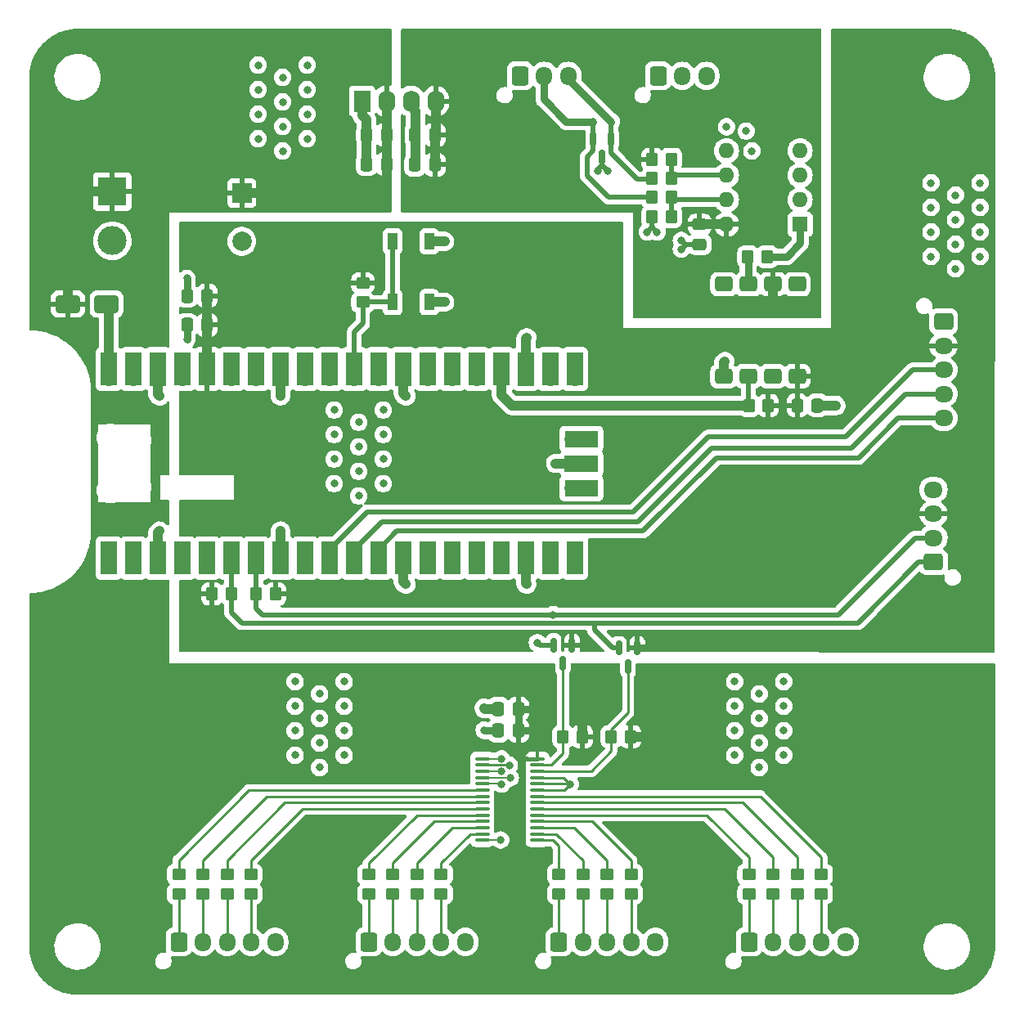
<source format=gbr>
%TF.GenerationSoftware,KiCad,Pcbnew,7.0.6+dfsg-1*%
%TF.CreationDate,2023-07-26T00:01:02-03:00*%
%TF.ProjectId,DMX_servo_controller_hardware,444d585f-7365-4727-966f-5f636f6e7472,rev?*%
%TF.SameCoordinates,Original*%
%TF.FileFunction,Copper,L1,Top*%
%TF.FilePolarity,Positive*%
%FSLAX46Y46*%
G04 Gerber Fmt 4.6, Leading zero omitted, Abs format (unit mm)*
G04 Created by KiCad (PCBNEW 7.0.6+dfsg-1) date 2023-07-26 00:01:02*
%MOMM*%
%LPD*%
G01*
G04 APERTURE LIST*
G04 Aperture macros list*
%AMRoundRect*
0 Rectangle with rounded corners*
0 $1 Rounding radius*
0 $2 $3 $4 $5 $6 $7 $8 $9 X,Y pos of 4 corners*
0 Add a 4 corners polygon primitive as box body*
4,1,4,$2,$3,$4,$5,$6,$7,$8,$9,$2,$3,0*
0 Add four circle primitives for the rounded corners*
1,1,$1+$1,$2,$3*
1,1,$1+$1,$4,$5*
1,1,$1+$1,$6,$7*
1,1,$1+$1,$8,$9*
0 Add four rect primitives between the rounded corners*
20,1,$1+$1,$2,$3,$4,$5,0*
20,1,$1+$1,$4,$5,$6,$7,0*
20,1,$1+$1,$6,$7,$8,$9,0*
20,1,$1+$1,$8,$9,$2,$3,0*%
G04 Aperture macros list end*
%TA.AperFunction,SMDPad,CuDef*%
%ADD10RoundRect,0.250000X0.337500X0.475000X-0.337500X0.475000X-0.337500X-0.475000X0.337500X-0.475000X0*%
%TD*%
%TA.AperFunction,SMDPad,CuDef*%
%ADD11RoundRect,0.250000X-0.450000X0.350000X-0.450000X-0.350000X0.450000X-0.350000X0.450000X0.350000X0*%
%TD*%
%TA.AperFunction,ComponentPad*%
%ADD12RoundRect,0.250000X-0.725000X0.600000X-0.725000X-0.600000X0.725000X-0.600000X0.725000X0.600000X0*%
%TD*%
%TA.AperFunction,ComponentPad*%
%ADD13O,1.950000X1.700000*%
%TD*%
%TA.AperFunction,ComponentPad*%
%ADD14RoundRect,0.250000X-0.600000X-0.725000X0.600000X-0.725000X0.600000X0.725000X-0.600000X0.725000X0*%
%TD*%
%TA.AperFunction,ComponentPad*%
%ADD15O,1.700000X1.950000*%
%TD*%
%TA.AperFunction,SMDPad,CuDef*%
%ADD16RoundRect,0.250000X-0.475000X0.337500X-0.475000X-0.337500X0.475000X-0.337500X0.475000X0.337500X0*%
%TD*%
%TA.AperFunction,SMDPad,CuDef*%
%ADD17RoundRect,0.250000X-0.350000X-0.450000X0.350000X-0.450000X0.350000X0.450000X-0.350000X0.450000X0*%
%TD*%
%TA.AperFunction,SMDPad,CuDef*%
%ADD18RoundRect,0.250000X-0.337500X-0.475000X0.337500X-0.475000X0.337500X0.475000X-0.337500X0.475000X0*%
%TD*%
%TA.AperFunction,SMDPad,CuDef*%
%ADD19RoundRect,0.250000X0.350000X0.450000X-0.350000X0.450000X-0.350000X-0.450000X0.350000X-0.450000X0*%
%TD*%
%TA.AperFunction,ComponentPad*%
%ADD20R,2.000000X2.000000*%
%TD*%
%TA.AperFunction,ComponentPad*%
%ADD21C,2.000000*%
%TD*%
%TA.AperFunction,ComponentPad*%
%ADD22RoundRect,0.250000X0.725000X-0.600000X0.725000X0.600000X-0.725000X0.600000X-0.725000X-0.600000X0*%
%TD*%
%TA.AperFunction,SMDPad,CuDef*%
%ADD23RoundRect,0.150000X-0.150000X0.587500X-0.150000X-0.587500X0.150000X-0.587500X0.150000X0.587500X0*%
%TD*%
%TA.AperFunction,ComponentPad*%
%ADD24R,3.000000X3.000000*%
%TD*%
%TA.AperFunction,ComponentPad*%
%ADD25C,3.000000*%
%TD*%
%TA.AperFunction,ComponentPad*%
%ADD26O,1.700000X1.700000*%
%TD*%
%TA.AperFunction,SMDPad,CuDef*%
%ADD27R,1.700000X3.500000*%
%TD*%
%TA.AperFunction,ComponentPad*%
%ADD28R,1.700000X1.700000*%
%TD*%
%TA.AperFunction,SMDPad,CuDef*%
%ADD29R,3.500000X1.700000*%
%TD*%
%TA.AperFunction,SMDPad,CuDef*%
%ADD30RoundRect,0.100000X-0.637500X-0.100000X0.637500X-0.100000X0.637500X0.100000X-0.637500X0.100000X0*%
%TD*%
%TA.AperFunction,SMDPad,CuDef*%
%ADD31R,1.000000X1.700000*%
%TD*%
%TA.AperFunction,SMDPad,CuDef*%
%ADD32RoundRect,0.250000X1.000000X0.650000X-1.000000X0.650000X-1.000000X-0.650000X1.000000X-0.650000X0*%
%TD*%
%TA.AperFunction,ComponentPad*%
%ADD33R,1.600000X1.600000*%
%TD*%
%TA.AperFunction,ComponentPad*%
%ADD34O,1.600000X1.600000*%
%TD*%
%TA.AperFunction,ComponentPad*%
%ADD35R,1.750000X2.250000*%
%TD*%
%TA.AperFunction,ComponentPad*%
%ADD36O,1.750000X2.250000*%
%TD*%
%TA.AperFunction,SMDPad,CuDef*%
%ADD37RoundRect,0.249344X-0.640656X0.510656X-0.640656X-0.510656X0.640656X-0.510656X0.640656X0.510656X0*%
%TD*%
%TA.AperFunction,ViaPad*%
%ADD38C,0.800000*%
%TD*%
%TA.AperFunction,Conductor*%
%ADD39C,0.500000*%
%TD*%
%TA.AperFunction,Conductor*%
%ADD40C,1.000000*%
%TD*%
%TA.AperFunction,Conductor*%
%ADD41C,0.750000*%
%TD*%
%TA.AperFunction,Conductor*%
%ADD42C,0.200000*%
%TD*%
%TA.AperFunction,Conductor*%
%ADD43C,0.250000*%
%TD*%
%TA.AperFunction,Conductor*%
%ADD44C,0.400000*%
%TD*%
G04 APERTURE END LIST*
D10*
%TO.P,C9,1*%
%TO.N,+3.3V*%
X118400000Y-90655000D03*
%TO.P,C9,2*%
%TO.N,GND*%
X116325000Y-90655000D03*
%TD*%
D11*
%TO.P,R16,1*%
%TO.N,Net-(U1-LED6)*%
X140150000Y-147531250D03*
%TO.P,R16,2*%
%TO.N,OUT6*%
X140150000Y-149531250D03*
%TD*%
D12*
%TO.P,J5,1,Pin_1*%
%TO.N,GND*%
X194650000Y-90300000D03*
D13*
%TO.P,J5,2,Pin_2*%
%TO.N,+3.3V*%
X194650000Y-92800000D03*
%TO.P,J5,3,Pin_3*%
%TO.N,Encoder SW*%
X194650000Y-95300000D03*
%TO.P,J5,4,Pin_4*%
%TO.N,Encoder DT*%
X194650000Y-97800000D03*
%TO.P,J5,5,Pin_5*%
%TO.N,Encoder CLK*%
X194650000Y-100300000D03*
%TD*%
D14*
%TO.P,J9,1,Pin_1*%
%TO.N,OUT12*%
X174500000Y-154531250D03*
D15*
%TO.P,J9,2,Pin_2*%
%TO.N,OUT13*%
X177000000Y-154531250D03*
%TO.P,J9,3,Pin_3*%
%TO.N,OUT14*%
X179500000Y-154531250D03*
%TO.P,J9,4,Pin_4*%
%TO.N,OUT15*%
X182000000Y-154531250D03*
%TO.P,J9,5,Pin_5*%
%TO.N,GND*%
X184500000Y-154531250D03*
%TD*%
D11*
%TO.P,R11,1*%
%TO.N,Net-(U1-LED1)*%
X117975000Y-147531250D03*
%TO.P,R11,2*%
%TO.N,OUT1*%
X117975000Y-149531250D03*
%TD*%
%TO.P,R19,1*%
%TO.N,Net-(U1-LED9)*%
X157325000Y-147531250D03*
%TO.P,R19,2*%
%TO.N,OUT9*%
X157325000Y-149531250D03*
%TD*%
%TO.P,R25,1*%
%TO.N,Net-(U1-LED15)*%
X182000000Y-147531250D03*
%TO.P,R25,2*%
%TO.N,OUT15*%
X182000000Y-149531250D03*
%TD*%
%TO.P,R23,1*%
%TO.N,Net-(U1-LED13)*%
X177000000Y-147531250D03*
%TO.P,R23,2*%
%TO.N,OUT13*%
X177000000Y-149531250D03*
%TD*%
D14*
%TO.P,J1,1,Pin_1*%
%TO.N,GNDA*%
X150800000Y-64875000D03*
D15*
%TO.P,J1,2,Pin_2*%
%TO.N,DMX_positive{slash}hot*%
X153300000Y-64875000D03*
%TO.P,J1,3,Pin_3*%
%TO.N,DMX_negative{slash}cold*%
X155800000Y-64875000D03*
%TD*%
D16*
%TO.P,C11,1*%
%TO.N,+5VA*%
X169399416Y-80242500D03*
%TO.P,C11,2*%
%TO.N,GNDA*%
X169399416Y-82317500D03*
%TD*%
D10*
%TO.P,C5,1*%
%TO.N,+5V*%
X137000727Y-74000000D03*
%TO.P,C5,2*%
%TO.N,GND*%
X134925727Y-74000000D03*
%TD*%
D11*
%TO.P,R20,1*%
%TO.N,Net-(U1-LED10)*%
X159825000Y-147531250D03*
%TO.P,R20,2*%
%TO.N,OUT10*%
X159825000Y-149531250D03*
%TD*%
D17*
%TO.P,R1,1*%
%TO.N,+3.3V*%
X118900000Y-118500000D03*
%TO.P,R1,2*%
%TO.N,I2C0_SDA*%
X120900000Y-118500000D03*
%TD*%
D11*
%TO.P,R22,1*%
%TO.N,Net-(U1-LED12)*%
X174500000Y-147531250D03*
%TO.P,R22,2*%
%TO.N,OUT12*%
X174500000Y-149531250D03*
%TD*%
D17*
%TO.P,R6,1*%
%TO.N,DMX_negative{slash}cold*%
X164481000Y-75488800D03*
%TO.P,R6,2*%
%TO.N,Net-(U2-A)*%
X166481000Y-75488800D03*
%TD*%
%TO.P,R8,1*%
%TO.N,+5VA*%
X164481000Y-73507600D03*
%TO.P,R8,2*%
%TO.N,Net-(U2-A)*%
X166481000Y-73507600D03*
%TD*%
D18*
%TO.P,C6,1*%
%TO.N,+3.3V*%
X179517583Y-98992498D03*
%TO.P,C6,2*%
%TO.N,GND*%
X181592583Y-98992498D03*
%TD*%
D14*
%TO.P,J2,1,Pin_1*%
%TO.N,GNDA*%
X165100000Y-64875000D03*
D15*
%TO.P,J2,2,Pin_2*%
%TO.N,DMX_positive{slash}hot*%
X167600000Y-64875000D03*
%TO.P,J2,3,Pin_3*%
%TO.N,DMX_negative{slash}cold*%
X170100000Y-64875000D03*
%TD*%
D11*
%TO.P,R21,1*%
%TO.N,Net-(U1-LED11)*%
X162325000Y-147531250D03*
%TO.P,R21,2*%
%TO.N,OUT11*%
X162325000Y-149531250D03*
%TD*%
D19*
%TO.P,R5,1*%
%TO.N,+5V*%
X157250000Y-133281250D03*
%TO.P,R5,2*%
%TO.N,Net-(Q2-D)*%
X155250000Y-133281250D03*
%TD*%
D17*
%TO.P,R7,1*%
%TO.N,DMX_positive{slash}hot*%
X164481000Y-77456014D03*
%TO.P,R7,2*%
%TO.N,Net-(U2-B)*%
X166481000Y-77456014D03*
%TD*%
D11*
%TO.P,R17,1*%
%TO.N,Net-(U1-LED7)*%
X142650000Y-147531250D03*
%TO.P,R17,2*%
%TO.N,OUT7*%
X142650000Y-149531250D03*
%TD*%
%TO.P,R28,1*%
%TO.N,+3.3V*%
X134530000Y-86300000D03*
%TO.P,R28,2*%
%TO.N,RESET*%
X134530000Y-88300000D03*
%TD*%
D20*
%TO.P,C3,1*%
%TO.N,+5V*%
X122000000Y-77000000D03*
D21*
%TO.P,C3,2*%
%TO.N,GND*%
X122000000Y-82000000D03*
%TD*%
D10*
%TO.P,C1,1*%
%TO.N,+5V*%
X150637500Y-132650000D03*
%TO.P,C1,2*%
%TO.N,GND*%
X148562500Y-132650000D03*
%TD*%
D22*
%TO.P,J4,1,Pin_1*%
%TO.N,I2C0_SDA*%
X193600000Y-115200000D03*
D13*
%TO.P,J4,2,Pin_2*%
%TO.N,I2C0_SCL*%
X193600000Y-112700000D03*
%TO.P,J4,3,Pin_3*%
%TO.N,+3.3V*%
X193600000Y-110200000D03*
%TO.P,J4,4,Pin_4*%
%TO.N,GND*%
X193600000Y-107700000D03*
%TD*%
D19*
%TO.P,R27,1*%
%TO.N,+3.3V*%
X176500000Y-98992498D03*
%TO.P,R27,2*%
%TO.N,DMX_signal*%
X174500000Y-98992498D03*
%TD*%
D14*
%TO.P,J7,1,Pin_1*%
%TO.N,OUT4*%
X135150000Y-154531250D03*
D15*
%TO.P,J7,2,Pin_2*%
%TO.N,OUT5*%
X137650000Y-154531250D03*
%TO.P,J7,3,Pin_3*%
%TO.N,OUT6*%
X140150000Y-154531250D03*
%TO.P,J7,4,Pin_4*%
%TO.N,OUT7*%
X142650000Y-154531250D03*
%TO.P,J7,5,Pin_5*%
%TO.N,GND*%
X145150000Y-154531250D03*
%TD*%
D10*
%TO.P,C2,1*%
%TO.N,+5V*%
X150637500Y-130400000D03*
%TO.P,C2,2*%
%TO.N,GND*%
X148562500Y-130400000D03*
%TD*%
D14*
%TO.P,J8,1,Pin_1*%
%TO.N,OUT8*%
X154825000Y-154531250D03*
D15*
%TO.P,J8,2,Pin_2*%
%TO.N,OUT9*%
X157325000Y-154531250D03*
%TO.P,J8,3,Pin_3*%
%TO.N,OUT10*%
X159825000Y-154531250D03*
%TO.P,J8,4,Pin_4*%
%TO.N,OUT11*%
X162325000Y-154531250D03*
%TO.P,J8,5,Pin_5*%
%TO.N,GND*%
X164825000Y-154531250D03*
%TD*%
D11*
%TO.P,R18,1*%
%TO.N,Net-(U1-LED8)*%
X154825000Y-147531250D03*
%TO.P,R18,2*%
%TO.N,OUT8*%
X154825000Y-149531250D03*
%TD*%
D19*
%TO.P,R2,1*%
%TO.N,+3.3V*%
X125500000Y-118500000D03*
%TO.P,R2,2*%
%TO.N,I2C0_SCL*%
X123500000Y-118500000D03*
%TD*%
D23*
%TO.P,D1,1,A1*%
%TO.N,DMX_negative{slash}cold*%
X160259868Y-71419465D03*
%TO.P,D1,2,A2*%
%TO.N,DMX_positive{slash}hot*%
X158359868Y-71419465D03*
%TO.P,D1,3,common*%
%TO.N,GNDA*%
X159309868Y-73294465D03*
%TD*%
D14*
%TO.P,J6,1,Pin_1*%
%TO.N,OUT0*%
X115475000Y-154531250D03*
D15*
%TO.P,J6,2,Pin_2*%
%TO.N,OUT1*%
X117975000Y-154531250D03*
%TO.P,J6,3,Pin_3*%
%TO.N,OUT2*%
X120475000Y-154531250D03*
%TO.P,J6,4,Pin_4*%
%TO.N,OUT3*%
X122975000Y-154531250D03*
%TO.P,J6,5,Pin_5*%
%TO.N,GND*%
X125475000Y-154531250D03*
%TD*%
D24*
%TO.P,J3,1,Pin_1*%
%TO.N,+5V*%
X108600000Y-76860000D03*
D25*
%TO.P,J3,2,Pin_2*%
%TO.N,GND*%
X108600000Y-81940000D03*
%TD*%
D10*
%TO.P,C7,1*%
%TO.N,+5VA*%
X142015798Y-70993615D03*
%TO.P,C7,2*%
%TO.N,GNDA*%
X139940798Y-70993615D03*
%TD*%
D23*
%TO.P,Q2,1,G*%
%TO.N,+3.3V*%
X156194800Y-123827300D03*
%TO.P,Q2,2,S*%
%TO.N,I2C0_SCL*%
X154294800Y-123827300D03*
%TO.P,Q2,3,D*%
%TO.N,Net-(Q2-D)*%
X155244800Y-125702300D03*
%TD*%
D26*
%TO.P,U4,1,GPIO0*%
%TO.N,unconnected-(U4-GPIO0-Pad1)*%
X108240000Y-113890000D03*
D27*
X108240000Y-114790000D03*
D26*
%TO.P,U4,2,GPIO1*%
%TO.N,unconnected-(U4-GPIO1-Pad2)*%
X110780000Y-113890000D03*
D27*
X110780000Y-114790000D03*
D28*
%TO.P,U4,3,GND*%
%TO.N,GND*%
X113320000Y-113890000D03*
D27*
X113320000Y-114790000D03*
D26*
%TO.P,U4,4,GPIO2*%
%TO.N,unconnected-(U4-GPIO2-Pad4)*%
X115860000Y-113890000D03*
D27*
X115860000Y-114790000D03*
D26*
%TO.P,U4,5,GPIO3*%
%TO.N,unconnected-(U4-GPIO3-Pad5)*%
X118400000Y-113890000D03*
D27*
X118400000Y-114790000D03*
D26*
%TO.P,U4,6,GPIO4*%
%TO.N,I2C0_SDA*%
X120940000Y-113890000D03*
D27*
X120940000Y-114790000D03*
D26*
%TO.P,U4,7,GPIO5*%
%TO.N,I2C0_SCL*%
X123480000Y-113890000D03*
D27*
X123480000Y-114790000D03*
D28*
%TO.P,U4,8,GND*%
%TO.N,GND*%
X126020000Y-113890000D03*
D27*
X126020000Y-114790000D03*
D26*
%TO.P,U4,9,GPIO6*%
%TO.N,unconnected-(U4-GPIO6-Pad9)*%
X128560000Y-113890000D03*
D27*
X128560000Y-114790000D03*
D26*
%TO.P,U4,10,GPIO7*%
%TO.N,Encoder SW*%
X131100000Y-113890000D03*
D27*
X131100000Y-114790000D03*
D26*
%TO.P,U4,11,GPIO8*%
%TO.N,Encoder DT*%
X133640000Y-113890000D03*
D27*
X133640000Y-114790000D03*
D26*
%TO.P,U4,12,GPIO9*%
%TO.N,Encoder CLK*%
X136180000Y-113890000D03*
D27*
X136180000Y-114790000D03*
D28*
%TO.P,U4,13,GND*%
%TO.N,GND*%
X138720000Y-113890000D03*
D27*
X138720000Y-114790000D03*
D26*
%TO.P,U4,14,GPIO10*%
%TO.N,unconnected-(U4-GPIO10-Pad14)*%
X141260000Y-113890000D03*
D27*
X141260000Y-114790000D03*
D26*
%TO.P,U4,15,GPIO11*%
%TO.N,unconnected-(U4-GPIO11-Pad15)*%
X143800000Y-113890000D03*
D27*
X143800000Y-114790000D03*
D26*
%TO.P,U4,16,GPIO12*%
%TO.N,unconnected-(U4-GPIO12-Pad16)*%
X146340000Y-113890000D03*
D27*
X146340000Y-114790000D03*
D26*
%TO.P,U4,17,GPIO13*%
%TO.N,unconnected-(U4-GPIO13-Pad17)*%
X148880000Y-113890000D03*
D27*
X148880000Y-114790000D03*
D28*
%TO.P,U4,18,GND*%
%TO.N,GND*%
X151420000Y-113890000D03*
D27*
X151420000Y-114790000D03*
D26*
%TO.P,U4,19,GPIO14*%
%TO.N,unconnected-(U4-GPIO14-Pad19)*%
X153960000Y-113890000D03*
D27*
X153960000Y-114790000D03*
D26*
%TO.P,U4,20,GPIO15*%
%TO.N,unconnected-(U4-GPIO15-Pad20)*%
X156500000Y-113890000D03*
D27*
X156500000Y-114790000D03*
D26*
%TO.P,U4,21,GPIO16*%
%TO.N,unconnected-(U4-GPIO16-Pad21)*%
X156500000Y-96110000D03*
D27*
X156500000Y-95210000D03*
D26*
%TO.P,U4,22,GPIO17*%
%TO.N,unconnected-(U4-GPIO17-Pad22)*%
X153960000Y-96110000D03*
D27*
X153960000Y-95210000D03*
D28*
%TO.P,U4,23,GND*%
%TO.N,GND*%
X151420000Y-96110000D03*
D27*
X151420000Y-95210000D03*
D26*
%TO.P,U4,24,GPIO18*%
%TO.N,DMX_signal*%
X148880000Y-96110000D03*
D27*
X148880000Y-95210000D03*
D26*
%TO.P,U4,25,GPIO19*%
%TO.N,unconnected-(U4-GPIO19-Pad25)*%
X146340000Y-96110000D03*
D27*
X146340000Y-95210000D03*
D26*
%TO.P,U4,26,GPIO20*%
%TO.N,unconnected-(U4-GPIO20-Pad26)*%
X143800000Y-96110000D03*
D27*
X143800000Y-95210000D03*
D26*
%TO.P,U4,27,GPIO21*%
%TO.N,unconnected-(U4-GPIO21-Pad27)*%
X141260000Y-96110000D03*
D27*
X141260000Y-95210000D03*
D28*
%TO.P,U4,28,GND*%
%TO.N,GND*%
X138720000Y-96110000D03*
D27*
X138720000Y-95210000D03*
D26*
%TO.P,U4,29,GPIO22*%
%TO.N,unconnected-(U4-GPIO22-Pad29)*%
X136180000Y-96110000D03*
D27*
X136180000Y-95210000D03*
D26*
%TO.P,U4,30,RUN*%
%TO.N,RESET*%
X133640000Y-96110000D03*
D27*
X133640000Y-95210000D03*
D26*
%TO.P,U4,31,GPIO26_ADC0*%
%TO.N,unconnected-(U4-GPIO26_ADC0-Pad31)*%
X131100000Y-96110000D03*
D27*
X131100000Y-95210000D03*
D26*
%TO.P,U4,32,GPIO27_ADC1*%
%TO.N,unconnected-(U4-GPIO27_ADC1-Pad32)*%
X128560000Y-96110000D03*
D27*
X128560000Y-95210000D03*
D28*
%TO.P,U4,33,AGND*%
%TO.N,GND*%
X126020000Y-96110000D03*
D27*
X126020000Y-95210000D03*
D26*
%TO.P,U4,34,GPIO28_ADC2*%
%TO.N,unconnected-(U4-GPIO28_ADC2-Pad34)*%
X123480000Y-96110000D03*
D27*
X123480000Y-95210000D03*
D26*
%TO.P,U4,35,ADC_VREF*%
%TO.N,unconnected-(U4-ADC_VREF-Pad35)*%
X120940000Y-96110000D03*
D27*
X120940000Y-95210000D03*
D26*
%TO.P,U4,36,3V3*%
%TO.N,+3.3V*%
X118400000Y-96110000D03*
D27*
X118400000Y-95210000D03*
D26*
%TO.P,U4,37,3V3_EN*%
%TO.N,unconnected-(U4-3V3_EN-Pad37)*%
X115860000Y-96110000D03*
D27*
X115860000Y-95210000D03*
D28*
%TO.P,U4,38,GND*%
%TO.N,GND*%
X113320000Y-96110000D03*
D27*
X113320000Y-95210000D03*
D26*
%TO.P,U4,39,VSYS*%
%TO.N,unconnected-(U4-VSYS-Pad39)*%
X110780000Y-96110000D03*
D27*
X110780000Y-95210000D03*
D26*
%TO.P,U4,40,VBUS*%
%TO.N,Net-(D2-K)*%
X108240000Y-96110000D03*
D27*
X108240000Y-95210000D03*
D26*
%TO.P,U4,41,SWCLK*%
%TO.N,unconnected-(U4-SWCLK-Pad41)*%
X156270000Y-107540000D03*
D29*
X157170000Y-107540000D03*
D28*
%TO.P,U4,42,GND*%
%TO.N,GND*%
X156270000Y-105000000D03*
D29*
X157170000Y-105000000D03*
D26*
%TO.P,U4,43,SWDIO*%
%TO.N,unconnected-(U4-SWDIO-Pad43)*%
X156270000Y-102460000D03*
D29*
X157170000Y-102460000D03*
%TD*%
D19*
%TO.P,R3,1*%
%TO.N,+5V*%
X162250000Y-133281250D03*
%TO.P,R3,2*%
%TO.N,Net-(Q1-D)*%
X160250000Y-133281250D03*
%TD*%
D11*
%TO.P,R15,1*%
%TO.N,Net-(U1-LED5)*%
X137650000Y-147531250D03*
%TO.P,R15,2*%
%TO.N,OUT5*%
X137650000Y-149531250D03*
%TD*%
D30*
%TO.P,U1,1,A0*%
%TO.N,GND*%
X146887500Y-135556250D03*
%TO.P,U1,2,A1*%
X146887500Y-136206250D03*
%TO.P,U1,3,A2*%
X146887500Y-136856250D03*
%TO.P,U1,4,A3*%
X146887500Y-137506250D03*
%TO.P,U1,5,A4*%
X146887500Y-138156250D03*
%TO.P,U1,6,LED0*%
%TO.N,Net-(U1-LED0)*%
X146887500Y-138806250D03*
%TO.P,U1,7,LED1*%
%TO.N,Net-(U1-LED1)*%
X146887500Y-139456250D03*
%TO.P,U1,8,LED2*%
%TO.N,Net-(U1-LED2)*%
X146887500Y-140106250D03*
%TO.P,U1,9,LED3*%
%TO.N,Net-(U1-LED3)*%
X146887500Y-140756250D03*
%TO.P,U1,10,LED4*%
%TO.N,Net-(U1-LED4)*%
X146887500Y-141406250D03*
%TO.P,U1,11,LED5*%
%TO.N,Net-(U1-LED5)*%
X146887500Y-142056250D03*
%TO.P,U1,12,LED6*%
%TO.N,Net-(U1-LED6)*%
X146887500Y-142706250D03*
%TO.P,U1,13,LED7*%
%TO.N,Net-(U1-LED7)*%
X146887500Y-143356250D03*
%TO.P,U1,14,VSS*%
%TO.N,GND*%
X146887500Y-144006250D03*
%TO.P,U1,15,LED8*%
%TO.N,Net-(U1-LED8)*%
X152612500Y-144006250D03*
%TO.P,U1,16,LED9*%
%TO.N,Net-(U1-LED9)*%
X152612500Y-143356250D03*
%TO.P,U1,17,LED10*%
%TO.N,Net-(U1-LED10)*%
X152612500Y-142706250D03*
%TO.P,U1,18,LED11*%
%TO.N,Net-(U1-LED11)*%
X152612500Y-142056250D03*
%TO.P,U1,19,LED12*%
%TO.N,Net-(U1-LED12)*%
X152612500Y-141406250D03*
%TO.P,U1,20,LED13*%
%TO.N,Net-(U1-LED13)*%
X152612500Y-140756250D03*
%TO.P,U1,21,LED14*%
%TO.N,Net-(U1-LED14)*%
X152612500Y-140106250D03*
%TO.P,U1,22,LED15*%
%TO.N,Net-(U1-LED15)*%
X152612500Y-139456250D03*
%TO.P,U1,23,~{OE}*%
%TO.N,GND*%
X152612500Y-138806250D03*
%TO.P,U1,24,A5*%
X152612500Y-138156250D03*
%TO.P,U1,25,EXTCLK*%
X152612500Y-137506250D03*
%TO.P,U1,26,SCL*%
%TO.N,Net-(Q1-D)*%
X152612500Y-136856250D03*
%TO.P,U1,27,SDA*%
%TO.N,Net-(Q2-D)*%
X152612500Y-136206250D03*
%TO.P,U1,28,VDD*%
%TO.N,+5V*%
X152612500Y-135556250D03*
%TD*%
D11*
%TO.P,R14,1*%
%TO.N,Net-(U1-LED4)*%
X135150000Y-147531250D03*
%TO.P,R14,2*%
%TO.N,OUT4*%
X135150000Y-149531250D03*
%TD*%
D10*
%TO.P,C8,1*%
%TO.N,+5VA*%
X142000000Y-74074242D03*
%TO.P,C8,2*%
%TO.N,GNDA*%
X139925000Y-74074242D03*
%TD*%
D31*
%TO.P,SW1,1,1*%
%TO.N,RESET*%
X137600000Y-88300000D03*
X137600000Y-82000000D03*
%TO.P,SW1,2,2*%
%TO.N,GND*%
X141400000Y-88300000D03*
X141400000Y-82000000D03*
%TD*%
D32*
%TO.P,D2,1,K*%
%TO.N,Net-(D2-K)*%
X108000000Y-88500000D03*
%TO.P,D2,2,A*%
%TO.N,+5V*%
X104000000Y-88500000D03*
%TD*%
D11*
%TO.P,R12,1*%
%TO.N,Net-(U1-LED2)*%
X120475000Y-147531250D03*
%TO.P,R12,2*%
%TO.N,OUT2*%
X120475000Y-149531250D03*
%TD*%
D10*
%TO.P,C10,1*%
%TO.N,+3.3V*%
X118400000Y-87645000D03*
%TO.P,C10,2*%
%TO.N,GND*%
X116325000Y-87645000D03*
%TD*%
D11*
%TO.P,R10,1*%
%TO.N,Net-(U1-LED0)*%
X115475000Y-147531250D03*
%TO.P,R10,2*%
%TO.N,OUT0*%
X115475000Y-149531250D03*
%TD*%
D10*
%TO.P,C4,1*%
%TO.N,+5V*%
X137000727Y-70993615D03*
%TO.P,C4,2*%
%TO.N,GND*%
X134925727Y-70993615D03*
%TD*%
D33*
%TO.P,U2,1,R*%
%TO.N,Net-(U2-R)*%
X179800000Y-80250000D03*
D34*
%TO.P,U2,2,~{RE}*%
%TO.N,GNDA*%
X179800000Y-77710000D03*
%TO.P,U2,3,DE*%
X179800000Y-75170000D03*
%TO.P,U2,4,D*%
%TO.N,unconnected-(U2-D-Pad4)*%
X179800000Y-72630000D03*
%TO.P,U2,5,GND*%
%TO.N,GNDA*%
X172180000Y-72630000D03*
%TO.P,U2,6,A*%
%TO.N,Net-(U2-A)*%
X172180000Y-75170000D03*
%TO.P,U2,7,B*%
%TO.N,Net-(U2-B)*%
X172180000Y-77710000D03*
%TO.P,U2,8,VCC*%
%TO.N,+5VA*%
X172180000Y-80250000D03*
%TD*%
D19*
%TO.P,R9,1*%
%TO.N,Net-(U2-B)*%
X166481000Y-79451200D03*
%TO.P,R9,2*%
%TO.N,GNDA*%
X164481000Y-79451200D03*
%TD*%
D35*
%TO.P,PS1,1,-Vin*%
%TO.N,GND*%
X134460727Y-67500000D03*
D36*
%TO.P,PS1,2,+Vin*%
%TO.N,+5V*%
X137000727Y-67500000D03*
%TO.P,PS1,3,-Vout*%
%TO.N,GNDA*%
X139540727Y-67500000D03*
%TO.P,PS1,4,+Vout*%
%TO.N,+5VA*%
X142080727Y-67500000D03*
%TD*%
D11*
%TO.P,R24,1*%
%TO.N,Net-(U1-LED14)*%
X179500000Y-147531250D03*
%TO.P,R24,2*%
%TO.N,OUT14*%
X179500000Y-149531250D03*
%TD*%
D37*
%TO.P,U3,1,NC*%
%TO.N,unconnected-(U3-NC-Pad1)*%
X179510000Y-86435000D03*
%TO.P,U3,2,A*%
%TO.N,+5VA*%
X176970000Y-86435000D03*
%TO.P,U3,3,C*%
%TO.N,Net-(U3-C)*%
X174430000Y-86435000D03*
%TO.P,U3,4*%
%TO.N,N/C*%
X171890000Y-86435000D03*
%TO.P,U3,5,GND*%
%TO.N,GND*%
X171890000Y-95965000D03*
%TO.P,U3,6,VO*%
%TO.N,DMX_signal*%
X174430000Y-95965000D03*
%TO.P,U3,7,EN*%
%TO.N,unconnected-(U3-EN-Pad7)*%
X176970000Y-95965000D03*
%TO.P,U3,8,VCC*%
%TO.N,+3.3V*%
X179510000Y-95965000D03*
%TD*%
D17*
%TO.P,R26,1*%
%TO.N,Net-(U3-C)*%
X174400000Y-83600000D03*
%TO.P,R26,2*%
%TO.N,Net-(U2-R)*%
X176400000Y-83600000D03*
%TD*%
D11*
%TO.P,R13,1*%
%TO.N,Net-(U1-LED3)*%
X122975000Y-147531250D03*
%TO.P,R13,2*%
%TO.N,OUT3*%
X122975000Y-149531250D03*
%TD*%
D23*
%TO.P,Q1,1,G*%
%TO.N,+3.3V*%
X162944800Y-124114800D03*
%TO.P,Q1,2,S*%
%TO.N,I2C0_SDA*%
X161044800Y-124114800D03*
%TO.P,Q1,3,D*%
%TO.N,Net-(Q1-D)*%
X161994800Y-125989800D03*
%TD*%
D38*
%TO.N,+3.3V*%
X155000000Y-84460000D03*
X187909200Y-72034400D03*
X174920000Y-108410000D03*
X187909200Y-69494400D03*
X116660000Y-122325000D03*
X149920000Y-84450000D03*
X196500000Y-120460000D03*
X146000000Y-106000000D03*
X180000000Y-110960000D03*
X152460000Y-88265000D03*
X127540000Y-108275000D03*
X149920000Y-86990000D03*
X174920000Y-110950000D03*
X180000000Y-116040000D03*
X127540000Y-105735000D03*
X190449200Y-70769400D03*
X185369200Y-70759400D03*
X125000000Y-101920000D03*
X193960000Y-121725000D03*
X152460000Y-85725000D03*
X146000000Y-108540000D03*
X143460000Y-104725000D03*
X146000000Y-103460000D03*
X185369200Y-68219400D03*
X125000000Y-107000000D03*
X116660000Y-119785000D03*
X119200000Y-123600000D03*
X174920000Y-113490000D03*
X122460000Y-103185000D03*
X119200000Y-121060000D03*
X180000000Y-113500000D03*
X155000000Y-87000000D03*
X125000000Y-104460000D03*
X149920000Y-81910000D03*
X140920000Y-103450000D03*
X157994800Y-123514800D03*
X140920000Y-105990000D03*
X190449200Y-68229400D03*
X196500000Y-123000000D03*
X155000000Y-89540000D03*
X177460000Y-109685000D03*
X164494800Y-124014800D03*
X143460000Y-102185000D03*
X122460000Y-105725000D03*
X140920000Y-100910000D03*
X190449200Y-73309400D03*
X177460000Y-112225000D03*
X152460000Y-83185000D03*
X193960000Y-119185000D03*
X143460000Y-107265000D03*
X177460000Y-114765000D03*
X122460000Y-100645000D03*
X127540000Y-103195000D03*
X185369200Y-65679400D03*
X187909200Y-66954400D03*
%TO.N,GND*%
X148900000Y-135581250D03*
X134112000Y-108356400D03*
X134112000Y-100736400D03*
X136652000Y-102006400D03*
X127520000Y-135200000D03*
X126238000Y-67564000D03*
X198424800Y-83566000D03*
X193344800Y-83566000D03*
X131572000Y-107086400D03*
X183500000Y-99000000D03*
X127520000Y-127580000D03*
X173024800Y-130120000D03*
X113500000Y-112000000D03*
X173024800Y-132660000D03*
X131572000Y-99466400D03*
X195884800Y-82296000D03*
X147100000Y-130343750D03*
X148900000Y-138181250D03*
X128778000Y-68834000D03*
X147100000Y-132593750D03*
X193344800Y-78486000D03*
X128778000Y-71374000D03*
X126000000Y-98000000D03*
X126000000Y-112000000D03*
X143000000Y-88300000D03*
X148800000Y-143981250D03*
X151500000Y-92000000D03*
X175564800Y-128850000D03*
X175564800Y-133930000D03*
X123698000Y-63754000D03*
X178104800Y-132660000D03*
X126238000Y-65024000D03*
X139000000Y-98000000D03*
X132600000Y-130120000D03*
X136652000Y-99466400D03*
X130060000Y-136470000D03*
X128778000Y-63754000D03*
X130060000Y-128850000D03*
X130060000Y-133930000D03*
X149700000Y-136231250D03*
X151500000Y-117500000D03*
X123698000Y-66294000D03*
X198424800Y-78486000D03*
X198424800Y-81026000D03*
X136652000Y-104546400D03*
X173024800Y-135200000D03*
X154500000Y-105000000D03*
X149800000Y-137531250D03*
X178104800Y-135200000D03*
X156000000Y-138200000D03*
X193344800Y-75946000D03*
X123698000Y-71374000D03*
X127520000Y-130120000D03*
X134112000Y-105816400D03*
X131572000Y-102006400D03*
X195884800Y-79756000D03*
X134112000Y-103276400D03*
X132600000Y-127580000D03*
X127520000Y-132660000D03*
X123698000Y-68834000D03*
X130060000Y-131390000D03*
X148900000Y-136881250D03*
X126238000Y-70104000D03*
X195884800Y-77216000D03*
X173024800Y-127580000D03*
X132600000Y-132660000D03*
X175564800Y-131390000D03*
X172000000Y-94450000D03*
X136652000Y-107086400D03*
X116325000Y-92150000D03*
X175564800Y-136470000D03*
X198424800Y-75946000D03*
X178104800Y-130120000D03*
X178104800Y-127580000D03*
X128778000Y-66294000D03*
X113500000Y-98000000D03*
X139000000Y-117500000D03*
X193344800Y-81026000D03*
X131572000Y-104546400D03*
X116325000Y-85850000D03*
X195884800Y-84836000D03*
X126238000Y-72644000D03*
X132600000Y-135200000D03*
X143000000Y-82000000D03*
%TO.N,+5V*%
X117540000Y-68815000D03*
X112460000Y-137955000D03*
X191460000Y-130600000D03*
X188920000Y-131600000D03*
X109920000Y-134140000D03*
X115000000Y-134150000D03*
X120080000Y-70090000D03*
X188920000Y-136680000D03*
X112460000Y-132875000D03*
X115000000Y-136690000D03*
X157250000Y-131750000D03*
X120080000Y-67550000D03*
X112460000Y-135415000D03*
X191460000Y-135415000D03*
X194000000Y-136690000D03*
X152100000Y-132650000D03*
X164000000Y-133250000D03*
X115000000Y-70080000D03*
X117540000Y-66275000D03*
X115000000Y-65000000D03*
X112460000Y-130600000D03*
X188920000Y-134140000D03*
X120080000Y-65000000D03*
X191460000Y-132875000D03*
X109920000Y-136680000D03*
X191460000Y-137955000D03*
X117540000Y-71355000D03*
X109920000Y-131600000D03*
X194000000Y-131600000D03*
X117540000Y-64000000D03*
X115000000Y-131600000D03*
X152100000Y-130400000D03*
X115000000Y-67540000D03*
X194000000Y-134150000D03*
%TO.N,+5VA*%
X177000000Y-88450000D03*
%TO.N,GNDA*%
X174218823Y-70591176D03*
X167513000Y-82804000D03*
X165002827Y-81026000D03*
X172179999Y-70142331D03*
X158877000Y-74676000D03*
X174802800Y-72644000D03*
X159893000Y-74676000D03*
X163986827Y-81026000D03*
X167513000Y-81915000D03*
%TO.N,DMX_negative{slash}cold*%
X160260000Y-69599500D03*
%TO.N,DMX_positive{slash}hot*%
X158360000Y-69600000D03*
%TO.N,I2C0_SCL*%
X154250000Y-120650500D03*
X152603200Y-123545600D03*
%TD*%
D39*
%TO.N,+3.3V*%
X157994800Y-123514800D02*
X157659200Y-123850400D01*
D40*
X118400000Y-96110000D02*
X118400000Y-90655000D01*
D39*
X156217900Y-123850400D02*
X156194800Y-123827300D01*
X157659200Y-123850400D02*
X156217900Y-123850400D01*
D41*
X164394800Y-124114800D02*
X164494800Y-124014800D01*
D40*
X118400000Y-90655000D02*
X118400000Y-87645000D01*
D41*
X162944800Y-124114800D02*
X164394800Y-124114800D01*
D42*
%TO.N,GND*%
X146887500Y-137506250D02*
X149775000Y-137506250D01*
D40*
X134460727Y-67500000D02*
X134460727Y-68960000D01*
X138720000Y-117220000D02*
X139000000Y-117500000D01*
D42*
X148875000Y-136856250D02*
X146887500Y-136856250D01*
X148900000Y-136881250D02*
X148875000Y-136856250D01*
D43*
X156000000Y-138200000D02*
X155306250Y-137506250D01*
D42*
X148900000Y-138181250D02*
X148875000Y-138156250D01*
D40*
X113320000Y-97820000D02*
X113500000Y-98000000D01*
X126020000Y-96110000D02*
X126020000Y-97980000D01*
X113320000Y-96110000D02*
X113320000Y-97820000D01*
X151420000Y-113890000D02*
X151420000Y-117420000D01*
X151420000Y-96110000D02*
X151420000Y-92080000D01*
D41*
X147156250Y-132650000D02*
X148562500Y-132650000D01*
D42*
X146887500Y-144006250D02*
X148775000Y-144006250D01*
D40*
X134925727Y-69425000D02*
X134925727Y-71000000D01*
D42*
X148875000Y-138156250D02*
X146887500Y-138156250D01*
X148900000Y-135581250D02*
X148875000Y-135556250D01*
D40*
X147156250Y-130400000D02*
X148562500Y-130400000D01*
D41*
X147100000Y-132593750D02*
X147156250Y-132650000D01*
D43*
X155956250Y-138156250D02*
X152612500Y-138156250D01*
D40*
X134460727Y-68960000D02*
X134925727Y-69425000D01*
D43*
X156000000Y-138200000D02*
X155393750Y-138806250D01*
D40*
X151420000Y-117420000D02*
X151500000Y-117500000D01*
X113320000Y-112180000D02*
X113500000Y-112000000D01*
D43*
X155306250Y-137506250D02*
X152612500Y-137506250D01*
D40*
X134925727Y-74000000D02*
X134925727Y-71000000D01*
X141400000Y-88300000D02*
X143000000Y-88300000D01*
X126020000Y-113890000D02*
X126020000Y-112020000D01*
D42*
X148875000Y-135556250D02*
X146887500Y-135556250D01*
D43*
X155393750Y-138806250D02*
X152612500Y-138806250D01*
X149675000Y-136206250D02*
X149700000Y-136231250D01*
D40*
X183500000Y-99000000D02*
X181737500Y-99000000D01*
D41*
X116325000Y-87645000D02*
X116325000Y-85850000D01*
D43*
X156000000Y-138200000D02*
X155956250Y-138156250D01*
D40*
X151420000Y-92080000D02*
X151500000Y-92000000D01*
X141400000Y-82000000D02*
X143000000Y-82000000D01*
D43*
X146887500Y-136206250D02*
X149675000Y-136206250D01*
D42*
X149775000Y-137506250D02*
X149800000Y-137531250D01*
D40*
X156270000Y-105000000D02*
X154500000Y-105000000D01*
X126020000Y-112020000D02*
X126000000Y-112000000D01*
X147100000Y-130343750D02*
X147156250Y-130400000D01*
X138720000Y-113890000D02*
X138720000Y-117220000D01*
X171890000Y-94560000D02*
X172000000Y-94450000D01*
X113320000Y-113890000D02*
X113320000Y-112180000D01*
D41*
X116325000Y-90655000D02*
X116325000Y-92150000D01*
D40*
X171890000Y-95965000D02*
X171890000Y-94560000D01*
X126020000Y-97980000D02*
X126000000Y-98000000D01*
X138720000Y-97720000D02*
X139000000Y-98000000D01*
X138720000Y-96110000D02*
X138720000Y-97720000D01*
D42*
X148775000Y-144006250D02*
X148800000Y-143981250D01*
D41*
%TO.N,+5V*%
X152100000Y-130400000D02*
X150637500Y-130400000D01*
D40*
X122000000Y-77000000D02*
X135500727Y-77000000D01*
D41*
X152100000Y-132650000D02*
X150637500Y-132650000D01*
D42*
X150637500Y-135010639D02*
X150637500Y-132650000D01*
D40*
X121920000Y-76920000D02*
X122000000Y-77000000D01*
X163968750Y-133281250D02*
X164000000Y-133250000D01*
D42*
X151183111Y-135556250D02*
X150637500Y-135010639D01*
D40*
X137000727Y-74000000D02*
X137000727Y-71000000D01*
X162250000Y-133281250D02*
X163968750Y-133281250D01*
X104000000Y-88500000D02*
X104000000Y-78250000D01*
X157250000Y-133281250D02*
X157250000Y-131750000D01*
X137000727Y-75500000D02*
X137000727Y-74000000D01*
X104000000Y-78250000D02*
X105390000Y-76860000D01*
X137000727Y-71000000D02*
X137000727Y-67500000D01*
X135500727Y-77000000D02*
X137000727Y-75500000D01*
D44*
X152612500Y-135556250D02*
X151183111Y-135556250D01*
D40*
X105390000Y-76860000D02*
X108600000Y-76860000D01*
D41*
X150637500Y-130400000D02*
X150637500Y-132650000D01*
D40*
%TO.N,+5VA*%
X172172500Y-80242500D02*
X172180000Y-80250000D01*
X142080727Y-70457500D02*
X142038227Y-70500000D01*
X169399416Y-80242500D02*
X172172500Y-80242500D01*
X176970000Y-88420000D02*
X177000000Y-88450000D01*
X176970000Y-86435000D02*
X176970000Y-88420000D01*
X142038227Y-70500000D02*
X142038227Y-73500000D01*
X142080727Y-67500000D02*
X142080727Y-70457500D01*
D39*
%TO.N,GNDA*%
X164481000Y-80531827D02*
X163986827Y-81026000D01*
X169399416Y-82317500D02*
X167915500Y-82317500D01*
D40*
X140000727Y-70462500D02*
X139963227Y-70500000D01*
D39*
X167915500Y-82317500D02*
X167915500Y-82401500D01*
X159893000Y-74676000D02*
X159310000Y-74093000D01*
D40*
X140000727Y-68500000D02*
X140000727Y-70462500D01*
D39*
X164481000Y-79345080D02*
X164481000Y-80531827D01*
X158877000Y-74676000D02*
X158877000Y-74526000D01*
X167915500Y-82317500D02*
X167513000Y-81915000D01*
D40*
X139540727Y-67500000D02*
X139540727Y-68040000D01*
X139963227Y-73500000D02*
X139963227Y-70500000D01*
D39*
X158877000Y-74526000D02*
X159310000Y-74093000D01*
D40*
X139540727Y-68040000D02*
X140000727Y-68500000D01*
D39*
X167915500Y-82401500D02*
X167513000Y-82804000D01*
X164481000Y-79345080D02*
X164481000Y-80504173D01*
X159310000Y-74093000D02*
X159310000Y-72875000D01*
X164481000Y-80504173D02*
X165002827Y-81026000D01*
D41*
%TO.N,DMX_negative{slash}cold*%
X160199500Y-69599500D02*
X160260000Y-69599500D01*
D39*
X160260000Y-69599500D02*
X160260000Y-71419333D01*
X160259868Y-71419465D02*
X160259868Y-72883868D01*
X160259868Y-72883868D02*
X162942948Y-75566948D01*
X160259868Y-69599632D02*
X160260000Y-69599500D01*
D41*
X155760000Y-65160000D02*
X160199500Y-69599500D01*
D39*
X160260000Y-71419333D02*
X160259868Y-71419465D01*
X162942948Y-75566948D02*
X164481000Y-75566948D01*
D41*
X155760000Y-64975000D02*
X155760000Y-65160000D01*
%TO.N,DMX_positive{slash}hot*%
X153300000Y-67300000D02*
X153300000Y-64875000D01*
D39*
X160006014Y-77456014D02*
X157734000Y-75184000D01*
X158359868Y-69600132D02*
X158360000Y-69600000D01*
X158359868Y-71419465D02*
X158359868Y-69600132D01*
X164481000Y-77456014D02*
X160006014Y-77456014D01*
X157734000Y-73266000D02*
X158359868Y-72640132D01*
X157734000Y-75184000D02*
X157734000Y-73266000D01*
X158359868Y-72640132D02*
X158359868Y-71419465D01*
D41*
X158360000Y-69600000D02*
X155600000Y-69600000D01*
X155600000Y-69600000D02*
X153300000Y-67300000D01*
D39*
%TO.N,I2C0_SDA*%
X151500000Y-121500000D02*
X156500000Y-121500000D01*
X158500000Y-121500000D02*
X156500000Y-121500000D01*
X185750000Y-121500000D02*
X157500000Y-121500000D01*
X193600000Y-115200000D02*
X192050000Y-115200000D01*
X120900000Y-118500000D02*
X120900000Y-120400000D01*
X120940000Y-118460000D02*
X120940000Y-113890000D01*
X158500000Y-122228800D02*
X158500000Y-121500000D01*
X192050000Y-115200000D02*
X185750000Y-121500000D01*
X156500000Y-121500000D02*
X157500000Y-121500000D01*
X161044800Y-124114800D02*
X160386000Y-124114800D01*
X122000000Y-121500000D02*
X151500000Y-121500000D01*
X157500000Y-121500000D02*
X157700000Y-121500000D01*
X160386000Y-124114800D02*
X158500000Y-122228800D01*
X120900000Y-118500000D02*
X120940000Y-118460000D01*
X120900000Y-120400000D02*
X122000000Y-121500000D01*
%TO.N,I2C0_SCL*%
X152884900Y-123827300D02*
X154294800Y-123827300D01*
X183749500Y-120650500D02*
X124150500Y-120650500D01*
X124150500Y-120650500D02*
X123500000Y-120000000D01*
X123500000Y-120000000D02*
X123500000Y-118500000D01*
X191700000Y-112700000D02*
X183749500Y-120650500D01*
X123480000Y-118480000D02*
X123500000Y-118500000D01*
X193600000Y-112700000D02*
X191700000Y-112700000D01*
X123480000Y-113890000D02*
X123480000Y-118480000D01*
X152603200Y-123545600D02*
X152884900Y-123827300D01*
%TO.N,Encoder SW*%
X134990000Y-110000000D02*
X131100000Y-113890000D01*
X194650000Y-95300000D02*
X191450000Y-95300000D01*
X162500000Y-110000000D02*
X134990000Y-110000000D01*
X191450000Y-95300000D02*
X184515000Y-102235000D01*
X170265000Y-102235000D02*
X162500000Y-110000000D01*
X184515000Y-102235000D02*
X170265000Y-102235000D01*
%TO.N,Encoder DT*%
X190700000Y-97800000D02*
X185122000Y-103378000D01*
X170622000Y-103378000D02*
X163000000Y-111000000D01*
X185122000Y-103378000D02*
X170622000Y-103378000D01*
X194650000Y-97800000D02*
X190700000Y-97800000D01*
X163000000Y-111000000D02*
X136530000Y-111000000D01*
X136530000Y-111000000D02*
X133640000Y-113890000D01*
%TO.N,Encoder CLK*%
X171106000Y-104394000D02*
X185856000Y-104394000D01*
X163500000Y-112000000D02*
X171106000Y-104394000D01*
X138070000Y-112000000D02*
X163500000Y-112000000D01*
X194650000Y-100300000D02*
X189950000Y-100300000D01*
X189950000Y-100300000D02*
X185856000Y-104394000D01*
X136180000Y-113890000D02*
X138070000Y-112000000D01*
D43*
%TO.N,OUT0*%
X115475000Y-154531250D02*
X115475000Y-149531250D01*
%TO.N,OUT1*%
X117975000Y-149531250D02*
X117975000Y-154531250D01*
%TO.N,OUT2*%
X120475000Y-149531250D02*
X120475000Y-154531250D01*
%TO.N,OUT3*%
X122975000Y-149531250D02*
X122975000Y-154531250D01*
%TO.N,OUT4*%
X135150000Y-149531250D02*
X135150000Y-154531250D01*
%TO.N,OUT5*%
X137650000Y-154531250D02*
X137650000Y-149531250D01*
%TO.N,OUT6*%
X140150000Y-149531250D02*
X140150000Y-154531250D01*
%TO.N,OUT7*%
X142650000Y-149531250D02*
X142650000Y-154531250D01*
%TO.N,OUT8*%
X154825000Y-154531250D02*
X154825000Y-149531250D01*
%TO.N,OUT9*%
X157325000Y-149531250D02*
X157325000Y-154531250D01*
%TO.N,OUT10*%
X159825000Y-154531250D02*
X159825000Y-149531250D01*
%TO.N,OUT11*%
X162325000Y-149531250D02*
X162325000Y-154531250D01*
%TO.N,OUT12*%
X174500000Y-149531250D02*
X174500000Y-154531250D01*
%TO.N,OUT13*%
X177000000Y-149531250D02*
X177000000Y-154531250D01*
%TO.N,OUT14*%
X179500000Y-154531250D02*
X179500000Y-149531250D01*
%TO.N,OUT15*%
X182000000Y-149531250D02*
X182000000Y-154531250D01*
%TO.N,Net-(Q1-D)*%
X160250000Y-134781250D02*
X160250000Y-133281250D01*
X152612500Y-136856250D02*
X158175000Y-136856250D01*
X160250000Y-132531250D02*
X160250000Y-133281250D01*
X162000000Y-130781250D02*
X162000000Y-125995000D01*
X158175000Y-136856250D02*
X160250000Y-134781250D01*
X162000000Y-130781250D02*
X160250000Y-132531250D01*
X162000000Y-125995000D02*
X161994800Y-125989800D01*
%TO.N,Net-(Q2-D)*%
X155250000Y-125707500D02*
X155244800Y-125702300D01*
X155250000Y-133281250D02*
X155250000Y-125707500D01*
X152612500Y-136206250D02*
X154075000Y-136206250D01*
X154075000Y-136206250D02*
X155250000Y-135031250D01*
X155250000Y-135031250D02*
X155250000Y-133281250D01*
D39*
%TO.N,Net-(U2-A)*%
X166481000Y-75566948D02*
X166877948Y-75170000D01*
X166877948Y-75170000D02*
X172180000Y-75170000D01*
X166481000Y-73507600D02*
X166481000Y-75488800D01*
%TO.N,Net-(U2-B)*%
X166481000Y-77456014D02*
X166734986Y-77710000D01*
X166734986Y-77710000D02*
X172180000Y-77710000D01*
X166481000Y-77456014D02*
X166481000Y-79451200D01*
D43*
%TO.N,Net-(U1-LED0)*%
X115475000Y-147531250D02*
X115475000Y-146056250D01*
X122725000Y-138806250D02*
X146887500Y-138806250D01*
X115475000Y-146056250D02*
X122725000Y-138806250D01*
%TO.N,Net-(U1-LED1)*%
X117975000Y-146056250D02*
X124575000Y-139456250D01*
X117975000Y-147531250D02*
X117975000Y-146056250D01*
X124575000Y-139456250D02*
X146887500Y-139456250D01*
%TO.N,Net-(U1-LED2)*%
X120475000Y-146056250D02*
X126425000Y-140106250D01*
X120475000Y-147531250D02*
X120475000Y-146056250D01*
X126425000Y-140106250D02*
X146887500Y-140106250D01*
%TO.N,Net-(U1-LED3)*%
X122975000Y-146056250D02*
X128275000Y-140756250D01*
X122975000Y-147531250D02*
X122975000Y-146056250D01*
X128275000Y-140756250D02*
X146887500Y-140756250D01*
%TO.N,Net-(U1-LED4)*%
X135150000Y-146381250D02*
X140125000Y-141406250D01*
X135150000Y-147531250D02*
X135150000Y-146381250D01*
X140125000Y-141406250D02*
X146887500Y-141406250D01*
%TO.N,Net-(U1-LED5)*%
X137650000Y-146381250D02*
X141975000Y-142056250D01*
X137650000Y-147531250D02*
X137650000Y-146381250D01*
X141975000Y-142056250D02*
X146887500Y-142056250D01*
%TO.N,Net-(U1-LED6)*%
X143825000Y-142706250D02*
X146887500Y-142706250D01*
X140150000Y-146381250D02*
X143825000Y-142706250D01*
X140150000Y-147531250D02*
X140150000Y-146381250D01*
%TO.N,Net-(U1-LED7)*%
X142650000Y-147531250D02*
X142650000Y-146350000D01*
X145643750Y-143356250D02*
X146887500Y-143356250D01*
X142650000Y-146350000D02*
X145643750Y-143356250D01*
%TO.N,Net-(U1-LED8)*%
X154825000Y-144606250D02*
X154225000Y-144006250D01*
X154225000Y-144006250D02*
X152612500Y-144006250D01*
X154825000Y-147531250D02*
X154825000Y-144606250D01*
%TO.N,Net-(U1-LED9)*%
X157325000Y-147531250D02*
X157325000Y-146106250D01*
X154575000Y-143356250D02*
X152612500Y-143356250D01*
X157325000Y-146106250D02*
X154575000Y-143356250D01*
%TO.N,Net-(U1-LED10)*%
X159825000Y-147531250D02*
X159825000Y-146106250D01*
X159825000Y-146106250D02*
X156425000Y-142706250D01*
X156425000Y-142706250D02*
X152612500Y-142706250D01*
%TO.N,Net-(U1-LED11)*%
X162325000Y-146106250D02*
X162325000Y-147531250D01*
X158275000Y-142056250D02*
X162325000Y-146106250D01*
X152612500Y-142056250D02*
X158275000Y-142056250D01*
%TO.N,Net-(U1-LED12)*%
X174500000Y-145781250D02*
X170125000Y-141406250D01*
X170125000Y-141406250D02*
X152612500Y-141406250D01*
X174500000Y-147531250D02*
X174500000Y-145781250D01*
%TO.N,Net-(U1-LED13)*%
X152612500Y-140756250D02*
X171975000Y-140756250D01*
X177000000Y-145781250D02*
X177000000Y-147531250D01*
X171975000Y-140756250D02*
X177000000Y-145781250D01*
%TO.N,Net-(U1-LED14)*%
X179500000Y-147531250D02*
X179500000Y-145781250D01*
X179500000Y-145781250D02*
X173825000Y-140106250D01*
X173825000Y-140106250D02*
X152612500Y-140106250D01*
%TO.N,Net-(U1-LED15)*%
X175675000Y-139456250D02*
X152612500Y-139456250D01*
X182000000Y-145781250D02*
X175675000Y-139456250D01*
X182000000Y-147531250D02*
X182000000Y-145781250D01*
D41*
%TO.N,Net-(U3-C)*%
X174400000Y-83600000D02*
X174430000Y-83630000D01*
X174430000Y-83630000D02*
X174430000Y-86435000D01*
%TO.N,Net-(U2-R)*%
X178400000Y-83600000D02*
X176400000Y-83600000D01*
X179800000Y-82200000D02*
X178400000Y-83600000D01*
X179800000Y-80250000D02*
X179800000Y-82200000D01*
D40*
%TO.N,DMX_signal*%
X174500000Y-99000000D02*
X150000000Y-99000000D01*
X148880000Y-97880000D02*
X148880000Y-96110000D01*
D39*
X174430000Y-95965000D02*
X174430000Y-98930000D01*
D40*
X150000000Y-99000000D02*
X148880000Y-97880000D01*
D39*
X174430000Y-98930000D02*
X174500000Y-99000000D01*
%TO.N,RESET*%
X134530000Y-90470000D02*
X134530000Y-88300000D01*
X133640000Y-96110000D02*
X133640000Y-91360000D01*
X133640000Y-91360000D02*
X134530000Y-90470000D01*
X137600000Y-82000000D02*
X137600000Y-88300000D01*
X134530000Y-88300000D02*
X137600000Y-88300000D01*
D40*
%TO.N,Net-(D2-K)*%
X108240000Y-88740000D02*
X108000000Y-88500000D01*
X108240000Y-96110000D02*
X108240000Y-88740000D01*
%TD*%
%TA.AperFunction,Conductor*%
%TO.N,+3.3V*%
G36*
X195217318Y-60009488D02*
G01*
X195415934Y-60018160D01*
X195420865Y-60018574D01*
X195636792Y-60045489D01*
X195832940Y-60071313D01*
X195837265Y-60071883D01*
X195841894Y-60072671D01*
X196054183Y-60117183D01*
X196252534Y-60161157D01*
X196256778Y-60162257D01*
X196464544Y-60224112D01*
X196658658Y-60285317D01*
X196662530Y-60286680D01*
X196864457Y-60365472D01*
X197052817Y-60443494D01*
X197056252Y-60445045D01*
X197131343Y-60481755D01*
X197250992Y-60540249D01*
X197388629Y-60611897D01*
X197432009Y-60634479D01*
X197435107Y-60636207D01*
X197621382Y-60747202D01*
X197793662Y-60856957D01*
X197796377Y-60858789D01*
X197972918Y-60984837D01*
X198135098Y-61109282D01*
X198137426Y-61111159D01*
X198303055Y-61251439D01*
X198454895Y-61390574D01*
X198609424Y-61545103D01*
X198748557Y-61696940D01*
X198888839Y-61862572D01*
X198890716Y-61864900D01*
X199015162Y-62027081D01*
X199141209Y-62203621D01*
X199143040Y-62206335D01*
X199252797Y-62378617D01*
X199363791Y-62564891D01*
X199365525Y-62568000D01*
X199459750Y-62749007D01*
X199510835Y-62853500D01*
X199554953Y-62943744D01*
X199556524Y-62947229D01*
X199634536Y-63135566D01*
X199713309Y-63337445D01*
X199714681Y-63341340D01*
X199775899Y-63535496D01*
X199837735Y-63743200D01*
X199838843Y-63747472D01*
X199882818Y-63945826D01*
X199927326Y-64158101D01*
X199928115Y-64162733D01*
X199954524Y-64363319D01*
X199981422Y-64579115D01*
X199981839Y-64584082D01*
X199990515Y-64782786D01*
X199996129Y-64918509D01*
X199949297Y-124434811D01*
X199929560Y-124501835D01*
X199876720Y-124547548D01*
X199825211Y-124558713D01*
X163868714Y-124533677D01*
X163801688Y-124513946D01*
X163755970Y-124461110D01*
X163744800Y-124409677D01*
X163744800Y-124364800D01*
X162144800Y-124364800D01*
X162144800Y-124408390D01*
X162125115Y-124475429D01*
X162072311Y-124521184D01*
X162020713Y-124532390D01*
X161969213Y-124532354D01*
X161902188Y-124512623D01*
X161856470Y-124459787D01*
X161845300Y-124408354D01*
X161845300Y-123864800D01*
X162144800Y-123864800D01*
X162694800Y-123864800D01*
X162694800Y-122880003D01*
X163194800Y-122880003D01*
X163194800Y-123864800D01*
X163744800Y-123864800D01*
X163744800Y-123461656D01*
X163741900Y-123424810D01*
X163741899Y-123424804D01*
X163696083Y-123267106D01*
X163696082Y-123267103D01*
X163612485Y-123125747D01*
X163612478Y-123125738D01*
X163496361Y-123009621D01*
X163496352Y-123009614D01*
X163354996Y-122926017D01*
X163354993Y-122926016D01*
X163197294Y-122880200D01*
X163197297Y-122880200D01*
X163194800Y-122880003D01*
X162694800Y-122880003D01*
X162692303Y-122880200D01*
X162534606Y-122926016D01*
X162534603Y-122926017D01*
X162393247Y-123009614D01*
X162393238Y-123009621D01*
X162277121Y-123125738D01*
X162277114Y-123125747D01*
X162193517Y-123267103D01*
X162193516Y-123267106D01*
X162147700Y-123424804D01*
X162147699Y-123424810D01*
X162144800Y-123461656D01*
X162144800Y-123864800D01*
X161845300Y-123864800D01*
X161845300Y-123461604D01*
X161842398Y-123424732D01*
X161842397Y-123424726D01*
X161796545Y-123266906D01*
X161796544Y-123266903D01*
X161796544Y-123266902D01*
X161712881Y-123125435D01*
X161712879Y-123125433D01*
X161712876Y-123125429D01*
X161596670Y-123009223D01*
X161596662Y-123009217D01*
X161518481Y-122962981D01*
X161455198Y-122925556D01*
X161455197Y-122925555D01*
X161455196Y-122925555D01*
X161455193Y-122925554D01*
X161297373Y-122879702D01*
X161297367Y-122879701D01*
X161260496Y-122876800D01*
X161260494Y-122876800D01*
X160829106Y-122876800D01*
X160829104Y-122876800D01*
X160792232Y-122879701D01*
X160792226Y-122879702D01*
X160634406Y-122925554D01*
X160634403Y-122925555D01*
X160486220Y-123013190D01*
X160485349Y-123011718D01*
X160429136Y-123033779D01*
X160360621Y-123020088D01*
X160330511Y-122997944D01*
X159794749Y-122462181D01*
X159761264Y-122400858D01*
X159766248Y-122331166D01*
X159808120Y-122275233D01*
X159873584Y-122250816D01*
X159882430Y-122250500D01*
X185686295Y-122250500D01*
X185704265Y-122251809D01*
X185728023Y-122255289D01*
X185780068Y-122250735D01*
X185785470Y-122250500D01*
X185793704Y-122250500D01*
X185793709Y-122250500D01*
X185805327Y-122249141D01*
X185826276Y-122246693D01*
X185839028Y-122245577D01*
X185902797Y-122239999D01*
X185902805Y-122239996D01*
X185909866Y-122238539D01*
X185909878Y-122238598D01*
X185917243Y-122236965D01*
X185917229Y-122236906D01*
X185924246Y-122235241D01*
X185924255Y-122235241D01*
X185996423Y-122208974D01*
X186069334Y-122184814D01*
X186069343Y-122184807D01*
X186075882Y-122181760D01*
X186075908Y-122181816D01*
X186082690Y-122178532D01*
X186082663Y-122178478D01*
X186089106Y-122175240D01*
X186089117Y-122175237D01*
X186153283Y-122133034D01*
X186218656Y-122092712D01*
X186218662Y-122092705D01*
X186224325Y-122088229D01*
X186224362Y-122088277D01*
X186230204Y-122083518D01*
X186230164Y-122083471D01*
X186235691Y-122078832D01*
X186235696Y-122078830D01*
X186257456Y-122055766D01*
X186288386Y-122022981D01*
X187715739Y-120595628D01*
X192080000Y-116231365D01*
X192141321Y-116197882D01*
X192211013Y-116202866D01*
X192266946Y-116244738D01*
X192273217Y-116253950D01*
X192282288Y-116268656D01*
X192406344Y-116392712D01*
X192555666Y-116484814D01*
X192722203Y-116539999D01*
X192824991Y-116550500D01*
X194375008Y-116550499D01*
X194477797Y-116539999D01*
X194603654Y-116498293D01*
X194673480Y-116495892D01*
X194733522Y-116531623D01*
X194764715Y-116594144D01*
X194765023Y-116636060D01*
X194745740Y-116753683D01*
X194745739Y-116753683D01*
X194755755Y-116938406D01*
X194755755Y-116938411D01*
X194805244Y-117116656D01*
X194805247Y-117116662D01*
X194891898Y-117280102D01*
X195011662Y-117421099D01*
X195011663Y-117421100D01*
X195158936Y-117533054D01*
X195326833Y-117610732D01*
X195326834Y-117610732D01*
X195326836Y-117610733D01*
X195380042Y-117622444D01*
X195507503Y-117650500D01*
X195507506Y-117650500D01*
X195646107Y-117650500D01*
X195646113Y-117650500D01*
X195783910Y-117635514D01*
X195959221Y-117576444D01*
X196117736Y-117481070D01*
X196252041Y-117353849D01*
X196355858Y-117200730D01*
X196424331Y-117028875D01*
X196454260Y-116846317D01*
X196444245Y-116661593D01*
X196444244Y-116661588D01*
X196394755Y-116483343D01*
X196394752Y-116483337D01*
X196308101Y-116319897D01*
X196188337Y-116178900D01*
X196188337Y-116178899D01*
X196041064Y-116066946D01*
X195873167Y-115989268D01*
X195873163Y-115989266D01*
X195692497Y-115949500D01*
X195553887Y-115949500D01*
X195553883Y-115949500D01*
X195416088Y-115964486D01*
X195303255Y-116002505D01*
X195240779Y-116023556D01*
X195240777Y-116023556D01*
X195234408Y-116025703D01*
X195233482Y-116022955D01*
X195176979Y-116031294D01*
X195113316Y-116002505D01*
X195075323Y-115943867D01*
X195070812Y-115895891D01*
X195075500Y-115850009D01*
X195075499Y-114549992D01*
X195064999Y-114447203D01*
X195009814Y-114280666D01*
X194917712Y-114131344D01*
X194793656Y-114007288D01*
X194694736Y-113946274D01*
X194638879Y-113911821D01*
X194592155Y-113859873D01*
X194580932Y-113790910D01*
X194608776Y-113726828D01*
X194616295Y-113718601D01*
X194616294Y-113718601D01*
X194763495Y-113571401D01*
X194899035Y-113377830D01*
X194998903Y-113163663D01*
X195060063Y-112935408D01*
X195080659Y-112700000D01*
X195078492Y-112675237D01*
X195063439Y-112503181D01*
X195060063Y-112464592D01*
X194998903Y-112236337D01*
X194899035Y-112022171D01*
X194898582Y-112021523D01*
X194763494Y-111828597D01*
X194596403Y-111661506D01*
X194438967Y-111551269D01*
X194395342Y-111496692D01*
X194388148Y-111427194D01*
X194419671Y-111364839D01*
X194438967Y-111348119D01*
X194596073Y-111238113D01*
X194596079Y-111238108D01*
X194763105Y-111071082D01*
X194898600Y-110877578D01*
X194998429Y-110663492D01*
X194998432Y-110663486D01*
X195055636Y-110450000D01*
X194003969Y-110450000D01*
X194036519Y-110399351D01*
X194075000Y-110268295D01*
X194075000Y-110131705D01*
X194036519Y-110000649D01*
X194003969Y-109950000D01*
X195055636Y-109950000D01*
X195055635Y-109949999D01*
X194998432Y-109736513D01*
X194998429Y-109736507D01*
X194898600Y-109522422D01*
X194898599Y-109522420D01*
X194763113Y-109328926D01*
X194763108Y-109328920D01*
X194596079Y-109161891D01*
X194596073Y-109161886D01*
X194438967Y-109051880D01*
X194395342Y-108997303D01*
X194388148Y-108927805D01*
X194419671Y-108865450D01*
X194438960Y-108848735D01*
X194596401Y-108738495D01*
X194763495Y-108571401D01*
X194899035Y-108377830D01*
X194998903Y-108163663D01*
X195060063Y-107935408D01*
X195080659Y-107700000D01*
X195079216Y-107683512D01*
X195069482Y-107572248D01*
X195060063Y-107464592D01*
X194998903Y-107236337D01*
X194899035Y-107022171D01*
X194899034Y-107022169D01*
X194763494Y-106828597D01*
X194596402Y-106661505D01*
X194402830Y-106525965D01*
X194402828Y-106525964D01*
X194234928Y-106447671D01*
X194188663Y-106426097D01*
X194188659Y-106426096D01*
X194188655Y-106426094D01*
X193960413Y-106364938D01*
X193960403Y-106364936D01*
X193783966Y-106349500D01*
X193416034Y-106349500D01*
X193239596Y-106364936D01*
X193239586Y-106364938D01*
X193011344Y-106426094D01*
X193011335Y-106426098D01*
X192797171Y-106525964D01*
X192797169Y-106525965D01*
X192603597Y-106661505D01*
X192436506Y-106828597D01*
X192436501Y-106828604D01*
X192300967Y-107022165D01*
X192300965Y-107022169D01*
X192201098Y-107236335D01*
X192201094Y-107236344D01*
X192139938Y-107464586D01*
X192139936Y-107464596D01*
X192119341Y-107699999D01*
X192119341Y-107700000D01*
X192139936Y-107935403D01*
X192139938Y-107935413D01*
X192201094Y-108163655D01*
X192201096Y-108163659D01*
X192201097Y-108163663D01*
X192203185Y-108168140D01*
X192300964Y-108377828D01*
X192300965Y-108377830D01*
X192436505Y-108571402D01*
X192603597Y-108738494D01*
X192761031Y-108848730D01*
X192804656Y-108903307D01*
X192811850Y-108972805D01*
X192780327Y-109035160D01*
X192761032Y-109051880D01*
X192603922Y-109161890D01*
X192603920Y-109161891D01*
X192436894Y-109328917D01*
X192301399Y-109522421D01*
X192201570Y-109736507D01*
X192201567Y-109736513D01*
X192144364Y-109949999D01*
X192144364Y-109950000D01*
X193196031Y-109950000D01*
X193163481Y-110000649D01*
X193125000Y-110131705D01*
X193125000Y-110268295D01*
X193163481Y-110399351D01*
X193196031Y-110450000D01*
X192144364Y-110450000D01*
X192201567Y-110663486D01*
X192201570Y-110663492D01*
X192301399Y-110877577D01*
X192301400Y-110877579D01*
X192436886Y-111071073D01*
X192436891Y-111071079D01*
X192603920Y-111238108D01*
X192603926Y-111238113D01*
X192761031Y-111348119D01*
X192804656Y-111402696D01*
X192811850Y-111472194D01*
X192780327Y-111534549D01*
X192761032Y-111551269D01*
X192603594Y-111661508D01*
X192436505Y-111828598D01*
X192388873Y-111896624D01*
X192334296Y-111940249D01*
X192287299Y-111949500D01*
X191763705Y-111949500D01*
X191745735Y-111948191D01*
X191721972Y-111944710D01*
X191676533Y-111948686D01*
X191669931Y-111949264D01*
X191664530Y-111949500D01*
X191656289Y-111949500D01*
X191634579Y-111952037D01*
X191623724Y-111953306D01*
X191608419Y-111954645D01*
X191547199Y-111960001D01*
X191540132Y-111961460D01*
X191540120Y-111961404D01*
X191532763Y-111963035D01*
X191532777Y-111963092D01*
X191525743Y-111964759D01*
X191453575Y-111991025D01*
X191380675Y-112015181D01*
X191374126Y-112018236D01*
X191374101Y-112018183D01*
X191367308Y-112021471D01*
X191367334Y-112021523D01*
X191360880Y-112024764D01*
X191296708Y-112066971D01*
X191231347Y-112107285D01*
X191225683Y-112111765D01*
X191225647Y-112111719D01*
X191219798Y-112116484D01*
X191219835Y-112116528D01*
X191214310Y-112121164D01*
X191161597Y-112177035D01*
X183474951Y-119863681D01*
X183413628Y-119897166D01*
X183387270Y-119900000D01*
X154789337Y-119900000D01*
X154722298Y-119880315D01*
X154716452Y-119876318D01*
X154702734Y-119866351D01*
X154702729Y-119866348D01*
X154529807Y-119789357D01*
X154529802Y-119789355D01*
X154383944Y-119758353D01*
X154344646Y-119750000D01*
X154155354Y-119750000D01*
X154122897Y-119756898D01*
X153970197Y-119789355D01*
X153970192Y-119789357D01*
X153797270Y-119866348D01*
X153797265Y-119866351D01*
X153783548Y-119876318D01*
X153717742Y-119899798D01*
X153710663Y-119900000D01*
X126135891Y-119900000D01*
X126068852Y-119880315D01*
X126023097Y-119827511D01*
X126013153Y-119758353D01*
X126042178Y-119694797D01*
X126096887Y-119658294D01*
X126169119Y-119634358D01*
X126169124Y-119634356D01*
X126318345Y-119542315D01*
X126442315Y-119418345D01*
X126534356Y-119269124D01*
X126534358Y-119269119D01*
X126589505Y-119102697D01*
X126589506Y-119102690D01*
X126599999Y-118999986D01*
X126600000Y-118999973D01*
X126600000Y-118750000D01*
X125374000Y-118750000D01*
X125306961Y-118730315D01*
X125261206Y-118677511D01*
X125250000Y-118626000D01*
X125250000Y-117300000D01*
X125750000Y-117300000D01*
X125750000Y-118250000D01*
X126599998Y-118250000D01*
X126599999Y-118000028D01*
X126599998Y-118000013D01*
X126589505Y-117897302D01*
X126534358Y-117730880D01*
X126534356Y-117730875D01*
X126442315Y-117581654D01*
X126318345Y-117457684D01*
X126169124Y-117365643D01*
X126169119Y-117365641D01*
X126002697Y-117310494D01*
X126002690Y-117310493D01*
X125899986Y-117300000D01*
X125750000Y-117300000D01*
X125250000Y-117300000D01*
X125100027Y-117300000D01*
X125100012Y-117300001D01*
X124997302Y-117310494D01*
X124830880Y-117365641D01*
X124830875Y-117365643D01*
X124681657Y-117457682D01*
X124588034Y-117551305D01*
X124526710Y-117584789D01*
X124457019Y-117579805D01*
X124412672Y-117551304D01*
X124318656Y-117457288D01*
X124318652Y-117457285D01*
X124289401Y-117439242D01*
X124242677Y-117387293D01*
X124230500Y-117333705D01*
X124230500Y-117164499D01*
X124250185Y-117097460D01*
X124302989Y-117051705D01*
X124354500Y-117040499D01*
X124377871Y-117040499D01*
X124377872Y-117040499D01*
X124437483Y-117034091D01*
X124572331Y-116983796D01*
X124675690Y-116906421D01*
X124741152Y-116882004D01*
X124809425Y-116896855D01*
X124824303Y-116906416D01*
X124927668Y-116983795D01*
X124927671Y-116983797D01*
X125062517Y-117034091D01*
X125062516Y-117034091D01*
X125069444Y-117034835D01*
X125122127Y-117040500D01*
X126917872Y-117040499D01*
X126977483Y-117034091D01*
X127112331Y-116983796D01*
X127215690Y-116906421D01*
X127281152Y-116882004D01*
X127349425Y-116896855D01*
X127364303Y-116906416D01*
X127467668Y-116983795D01*
X127467671Y-116983797D01*
X127602517Y-117034091D01*
X127602516Y-117034091D01*
X127609444Y-117034835D01*
X127662127Y-117040500D01*
X129457872Y-117040499D01*
X129517483Y-117034091D01*
X129652331Y-116983796D01*
X129755690Y-116906421D01*
X129821152Y-116882004D01*
X129889425Y-116896855D01*
X129904303Y-116906416D01*
X130007668Y-116983795D01*
X130007671Y-116983797D01*
X130142517Y-117034091D01*
X130142516Y-117034091D01*
X130149444Y-117034835D01*
X130202127Y-117040500D01*
X131997872Y-117040499D01*
X132057483Y-117034091D01*
X132192331Y-116983796D01*
X132295690Y-116906421D01*
X132361152Y-116882004D01*
X132429425Y-116896855D01*
X132444303Y-116906416D01*
X132547668Y-116983795D01*
X132547671Y-116983797D01*
X132682517Y-117034091D01*
X132682516Y-117034091D01*
X132689444Y-117034835D01*
X132742127Y-117040500D01*
X134537872Y-117040499D01*
X134597483Y-117034091D01*
X134732331Y-116983796D01*
X134835690Y-116906421D01*
X134901152Y-116882004D01*
X134969425Y-116896855D01*
X134984303Y-116906416D01*
X135087668Y-116983795D01*
X135087671Y-116983797D01*
X135222517Y-117034091D01*
X135222516Y-117034091D01*
X135229444Y-117034835D01*
X135282127Y-117040500D01*
X137077872Y-117040499D01*
X137137483Y-117034091D01*
X137272331Y-116983796D01*
X137375690Y-116906421D01*
X137441152Y-116882004D01*
X137509425Y-116896855D01*
X137524303Y-116906416D01*
X137627669Y-116983796D01*
X137638830Y-116987958D01*
X137694764Y-117029826D01*
X137719184Y-117095289D01*
X137719500Y-117104141D01*
X137719500Y-117207283D01*
X137717243Y-117296362D01*
X137717243Y-117296370D01*
X137728064Y-117356739D01*
X137728718Y-117361404D01*
X137734925Y-117422430D01*
X137734927Y-117422444D01*
X137745208Y-117455213D01*
X137747079Y-117462837D01*
X137753142Y-117496652D01*
X137753142Y-117496655D01*
X137775894Y-117553612D01*
X137777474Y-117558051D01*
X137795841Y-117616588D01*
X137795844Y-117616595D01*
X137812509Y-117646619D01*
X137815879Y-117653714D01*
X137828622Y-117685614D01*
X137828627Y-117685624D01*
X137850808Y-117719280D01*
X137858453Y-117730880D01*
X137862377Y-117736833D01*
X137864818Y-117740863D01*
X137894588Y-117794498D01*
X137894589Y-117794499D01*
X137894591Y-117794502D01*
X137916968Y-117820567D01*
X137921693Y-117826835D01*
X137934263Y-117845906D01*
X137939408Y-117853714D01*
X137940599Y-117855520D01*
X137940600Y-117855522D01*
X137983965Y-117898887D01*
X137987168Y-117902343D01*
X138027135Y-117948896D01*
X138054300Y-117969924D01*
X138060187Y-117975108D01*
X138328420Y-118243340D01*
X138446593Y-118339698D01*
X138626951Y-118433909D01*
X138822582Y-118489887D01*
X138890213Y-118495036D01*
X139025474Y-118505337D01*
X139025476Y-118505337D01*
X139025477Y-118505337D01*
X139227321Y-118479631D01*
X139227321Y-118479630D01*
X139227328Y-118479630D01*
X139419872Y-118413816D01*
X139595227Y-118310591D01*
X139746213Y-118174179D01*
X139866649Y-118010167D01*
X139866650Y-118010163D01*
X139866653Y-118010160D01*
X139931486Y-117869055D01*
X139951605Y-117825269D01*
X139997603Y-117627054D01*
X140001904Y-117457287D01*
X140002757Y-117423641D01*
X140002756Y-117423640D01*
X140002757Y-117423637D01*
X139966858Y-117223347D01*
X139960441Y-117207283D01*
X139919242Y-117104141D01*
X139908288Y-117076719D01*
X139901701Y-117007162D01*
X139933765Y-116945084D01*
X139994301Y-116910196D01*
X140064089Y-116913574D01*
X140097751Y-116931455D01*
X140167668Y-116983795D01*
X140167671Y-116983797D01*
X140302517Y-117034091D01*
X140302516Y-117034091D01*
X140309444Y-117034835D01*
X140362127Y-117040500D01*
X142157872Y-117040499D01*
X142217483Y-117034091D01*
X142352331Y-116983796D01*
X142455690Y-116906421D01*
X142521152Y-116882004D01*
X142589425Y-116896855D01*
X142604303Y-116906416D01*
X142707668Y-116983795D01*
X142707671Y-116983797D01*
X142842517Y-117034091D01*
X142842516Y-117034091D01*
X142849444Y-117034835D01*
X142902127Y-117040500D01*
X144697872Y-117040499D01*
X144757483Y-117034091D01*
X144892331Y-116983796D01*
X144995690Y-116906421D01*
X145061152Y-116882004D01*
X145129425Y-116896855D01*
X145144303Y-116906416D01*
X145247668Y-116983795D01*
X145247671Y-116983797D01*
X145382517Y-117034091D01*
X145382516Y-117034091D01*
X145389444Y-117034835D01*
X145442127Y-117040500D01*
X147237872Y-117040499D01*
X147297483Y-117034091D01*
X147432331Y-116983796D01*
X147535690Y-116906421D01*
X147601152Y-116882004D01*
X147669425Y-116896855D01*
X147684303Y-116906416D01*
X147787668Y-116983795D01*
X147787671Y-116983797D01*
X147922517Y-117034091D01*
X147922516Y-117034091D01*
X147929444Y-117034835D01*
X147982127Y-117040500D01*
X149777872Y-117040499D01*
X149837483Y-117034091D01*
X149972331Y-116983796D01*
X150075690Y-116906421D01*
X150141152Y-116882004D01*
X150209425Y-116896855D01*
X150224303Y-116906416D01*
X150327669Y-116983796D01*
X150338830Y-116987958D01*
X150394764Y-117029826D01*
X150419184Y-117095289D01*
X150419500Y-117104141D01*
X150419500Y-117407283D01*
X150417243Y-117496362D01*
X150417243Y-117496370D01*
X150428064Y-117556739D01*
X150428718Y-117561404D01*
X150434925Y-117622430D01*
X150434927Y-117622444D01*
X150445208Y-117655213D01*
X150447079Y-117662837D01*
X150453142Y-117696652D01*
X150453142Y-117696655D01*
X150475894Y-117753612D01*
X150477474Y-117758051D01*
X150495841Y-117816588D01*
X150495844Y-117816595D01*
X150512509Y-117846619D01*
X150515879Y-117853714D01*
X150528622Y-117885614D01*
X150528627Y-117885624D01*
X150562377Y-117936833D01*
X150564818Y-117940863D01*
X150594588Y-117994498D01*
X150594589Y-117994499D01*
X150594591Y-117994502D01*
X150616968Y-118020567D01*
X150621693Y-118026835D01*
X150634263Y-118045906D01*
X150640598Y-118055519D01*
X150683983Y-118098904D01*
X150687175Y-118102349D01*
X150727127Y-118148888D01*
X150727130Y-118148891D01*
X150727134Y-118148895D01*
X150754304Y-118169926D01*
X150760188Y-118175110D01*
X150828416Y-118243337D01*
X150828420Y-118243340D01*
X150946593Y-118339698D01*
X151126951Y-118433909D01*
X151322582Y-118489887D01*
X151390213Y-118495036D01*
X151525474Y-118505337D01*
X151525476Y-118505337D01*
X151525477Y-118505337D01*
X151727321Y-118479631D01*
X151727321Y-118479630D01*
X151727328Y-118479630D01*
X151919872Y-118413816D01*
X152095227Y-118310590D01*
X152246213Y-118174179D01*
X152366649Y-118010167D01*
X152451605Y-117825268D01*
X152452004Y-117823552D01*
X152497602Y-117627054D01*
X152502757Y-117423642D01*
X152502756Y-117423641D01*
X152502757Y-117423637D01*
X152466858Y-117223347D01*
X152436542Y-117147453D01*
X152429955Y-117077897D01*
X152462018Y-117015819D01*
X152508367Y-116985274D01*
X152512331Y-116983796D01*
X152615690Y-116906421D01*
X152681152Y-116882004D01*
X152749425Y-116896855D01*
X152764303Y-116906416D01*
X152867668Y-116983795D01*
X152867671Y-116983797D01*
X153002517Y-117034091D01*
X153002516Y-117034091D01*
X153009444Y-117034835D01*
X153062127Y-117040500D01*
X154857872Y-117040499D01*
X154917483Y-117034091D01*
X155052331Y-116983796D01*
X155155690Y-116906421D01*
X155221152Y-116882004D01*
X155289425Y-116896855D01*
X155304303Y-116906416D01*
X155407668Y-116983795D01*
X155407671Y-116983797D01*
X155542517Y-117034091D01*
X155542516Y-117034091D01*
X155549444Y-117034835D01*
X155602127Y-117040500D01*
X157397872Y-117040499D01*
X157457483Y-117034091D01*
X157592331Y-116983796D01*
X157707546Y-116897546D01*
X157793796Y-116782331D01*
X157844091Y-116647483D01*
X157850500Y-116587873D01*
X157850499Y-113951680D01*
X157850735Y-113946274D01*
X157854299Y-113905549D01*
X157855659Y-113890000D01*
X157850734Y-113833720D01*
X157850499Y-113828316D01*
X157850499Y-112992129D01*
X157850498Y-112992123D01*
X157844091Y-112932516D01*
X157838615Y-112917835D01*
X157833629Y-112848143D01*
X157867114Y-112786820D01*
X157928436Y-112753334D01*
X157954796Y-112750500D01*
X163436295Y-112750500D01*
X163454265Y-112751809D01*
X163478023Y-112755289D01*
X163530068Y-112750735D01*
X163535470Y-112750500D01*
X163543704Y-112750500D01*
X163543709Y-112750500D01*
X163555327Y-112749141D01*
X163576276Y-112746693D01*
X163589028Y-112745577D01*
X163652797Y-112739999D01*
X163652805Y-112739996D01*
X163659866Y-112738539D01*
X163659878Y-112738598D01*
X163667243Y-112736965D01*
X163667229Y-112736906D01*
X163674246Y-112735241D01*
X163674255Y-112735241D01*
X163746423Y-112708974D01*
X163819334Y-112684814D01*
X163819343Y-112684807D01*
X163825882Y-112681760D01*
X163825908Y-112681816D01*
X163832690Y-112678532D01*
X163832663Y-112678478D01*
X163839106Y-112675240D01*
X163839117Y-112675237D01*
X163903283Y-112633034D01*
X163968656Y-112592712D01*
X163968662Y-112592705D01*
X163974325Y-112588229D01*
X163974362Y-112588277D01*
X163980204Y-112583518D01*
X163980164Y-112583471D01*
X163985691Y-112578832D01*
X163985696Y-112578830D01*
X164001619Y-112561953D01*
X164038386Y-112522981D01*
X171380548Y-105180819D01*
X171441871Y-105147334D01*
X171468229Y-105144500D01*
X185792295Y-105144500D01*
X185810265Y-105145809D01*
X185834023Y-105149289D01*
X185886068Y-105144735D01*
X185891470Y-105144500D01*
X185899704Y-105144500D01*
X185899709Y-105144500D01*
X185911327Y-105143141D01*
X185932276Y-105140693D01*
X185945028Y-105139577D01*
X186008797Y-105133999D01*
X186008805Y-105133996D01*
X186015866Y-105132539D01*
X186015878Y-105132598D01*
X186023243Y-105130965D01*
X186023229Y-105130906D01*
X186030246Y-105129241D01*
X186030255Y-105129241D01*
X186102423Y-105102974D01*
X186175334Y-105078814D01*
X186175343Y-105078807D01*
X186181882Y-105075760D01*
X186181908Y-105075816D01*
X186188690Y-105072532D01*
X186188663Y-105072478D01*
X186195106Y-105069240D01*
X186195117Y-105069237D01*
X186259283Y-105027034D01*
X186324656Y-104986712D01*
X186324662Y-104986705D01*
X186330325Y-104982229D01*
X186330362Y-104982277D01*
X186336204Y-104977518D01*
X186336164Y-104977471D01*
X186341691Y-104972832D01*
X186341696Y-104972830D01*
X186394386Y-104916981D01*
X190224548Y-101086818D01*
X190285871Y-101053334D01*
X190312229Y-101050500D01*
X193337299Y-101050500D01*
X193404338Y-101070185D01*
X193438874Y-101103377D01*
X193486506Y-101171403D01*
X193653597Y-101338494D01*
X193847169Y-101474034D01*
X193847171Y-101474035D01*
X194061337Y-101573903D01*
X194289592Y-101635063D01*
X194466034Y-101650500D01*
X194833966Y-101650500D01*
X195010408Y-101635063D01*
X195238663Y-101573903D01*
X195452829Y-101474035D01*
X195646401Y-101338495D01*
X195813495Y-101171401D01*
X195949035Y-100977830D01*
X196048903Y-100763663D01*
X196110063Y-100535408D01*
X196130659Y-100300000D01*
X196110063Y-100064592D01*
X196048903Y-99836337D01*
X195949035Y-99622171D01*
X195947722Y-99620295D01*
X195813494Y-99428597D01*
X195646403Y-99261506D01*
X195590187Y-99222144D01*
X195489401Y-99151573D01*
X195445778Y-99096999D01*
X195438584Y-99027500D01*
X195470106Y-98965145D01*
X195489398Y-98948428D01*
X195646401Y-98838495D01*
X195813495Y-98671401D01*
X195949035Y-98477830D01*
X196048903Y-98263663D01*
X196110063Y-98035408D01*
X196130659Y-97800000D01*
X196129764Y-97789776D01*
X196122547Y-97707283D01*
X196110063Y-97564592D01*
X196048903Y-97336337D01*
X195949035Y-97122171D01*
X195911000Y-97067850D01*
X195813494Y-96928597D01*
X195646403Y-96761506D01*
X195590187Y-96722144D01*
X195489401Y-96651573D01*
X195445778Y-96596999D01*
X195438584Y-96527500D01*
X195470106Y-96465145D01*
X195489398Y-96448428D01*
X195646401Y-96338495D01*
X195813495Y-96171401D01*
X195949035Y-95977830D01*
X196048903Y-95763663D01*
X196110063Y-95535408D01*
X196130659Y-95300000D01*
X196110063Y-95064592D01*
X196055820Y-94862151D01*
X196048905Y-94836344D01*
X196048904Y-94836343D01*
X196048903Y-94836337D01*
X195949035Y-94622171D01*
X195948204Y-94620983D01*
X195813494Y-94428597D01*
X195646403Y-94261506D01*
X195488967Y-94151269D01*
X195445342Y-94096692D01*
X195438148Y-94027194D01*
X195469671Y-93964839D01*
X195488967Y-93948119D01*
X195646073Y-93838113D01*
X195646079Y-93838108D01*
X195813105Y-93671082D01*
X195948600Y-93477578D01*
X196048429Y-93263492D01*
X196048432Y-93263486D01*
X196105636Y-93050000D01*
X195053969Y-93050000D01*
X195086519Y-92999351D01*
X195125000Y-92868295D01*
X195125000Y-92731705D01*
X195086519Y-92600649D01*
X195053969Y-92550000D01*
X196105636Y-92550000D01*
X196105635Y-92549999D01*
X196048432Y-92336513D01*
X196048429Y-92336507D01*
X195948600Y-92122422D01*
X195948599Y-92122420D01*
X195813113Y-91928926D01*
X195665856Y-91781668D01*
X195632372Y-91720345D01*
X195637356Y-91650653D01*
X195679228Y-91594720D01*
X195688442Y-91588448D01*
X195694334Y-91584814D01*
X195843656Y-91492712D01*
X195967712Y-91368656D01*
X196059814Y-91219334D01*
X196114999Y-91052797D01*
X196125500Y-90950009D01*
X196125499Y-89649992D01*
X196114999Y-89547203D01*
X196059814Y-89380666D01*
X195967712Y-89231344D01*
X195843656Y-89107288D01*
X195696722Y-89016659D01*
X195694336Y-89015187D01*
X195694331Y-89015185D01*
X195692862Y-89014698D01*
X195527797Y-88960001D01*
X195527795Y-88960000D01*
X195425010Y-88949500D01*
X193874998Y-88949500D01*
X193874981Y-88949501D01*
X193772203Y-88960000D01*
X193772200Y-88960001D01*
X193646347Y-89001705D01*
X193576518Y-89004107D01*
X193516477Y-88968375D01*
X193485284Y-88905854D01*
X193484977Y-88863938D01*
X193504260Y-88746317D01*
X193504260Y-88746316D01*
X193502438Y-88712710D01*
X193494245Y-88561593D01*
X193493544Y-88559067D01*
X193444755Y-88383343D01*
X193444752Y-88383337D01*
X193358101Y-88219897D01*
X193238337Y-88078900D01*
X193238336Y-88078900D01*
X193091064Y-87966946D01*
X192923167Y-87889268D01*
X192923163Y-87889266D01*
X192742497Y-87849500D01*
X192603887Y-87849500D01*
X192603883Y-87849500D01*
X192466088Y-87864486D01*
X192290776Y-87923557D01*
X192290774Y-87923558D01*
X192132262Y-88018931D01*
X192132261Y-88018932D01*
X191997959Y-88146149D01*
X191894138Y-88299276D01*
X191825669Y-88471122D01*
X191810838Y-88561588D01*
X191796464Y-88649271D01*
X191795740Y-88653685D01*
X191805755Y-88838406D01*
X191805755Y-88838411D01*
X191855244Y-89016656D01*
X191855247Y-89016662D01*
X191941898Y-89180102D01*
X192052318Y-89310098D01*
X192061663Y-89321100D01*
X192208936Y-89433054D01*
X192376833Y-89510732D01*
X192376834Y-89510732D01*
X192376836Y-89510733D01*
X192431648Y-89522797D01*
X192557503Y-89550500D01*
X192557506Y-89550500D01*
X192696107Y-89550500D01*
X192696113Y-89550500D01*
X192833910Y-89535514D01*
X193009221Y-89476444D01*
X193009222Y-89476443D01*
X193015592Y-89474297D01*
X193016530Y-89477083D01*
X193072790Y-89468673D01*
X193136507Y-89497343D01*
X193174609Y-89555909D01*
X193179187Y-89604110D01*
X193174500Y-89649981D01*
X193174500Y-90950001D01*
X193174501Y-90950018D01*
X193185000Y-91052796D01*
X193185001Y-91052799D01*
X193240185Y-91219331D01*
X193240187Y-91219336D01*
X193261437Y-91253787D01*
X193332288Y-91368656D01*
X193456344Y-91492712D01*
X193598070Y-91580129D01*
X193611558Y-91588448D01*
X193658283Y-91640396D01*
X193669506Y-91709358D01*
X193641663Y-91773441D01*
X193634144Y-91781668D01*
X193486891Y-91928921D01*
X193351399Y-92122421D01*
X193251570Y-92336507D01*
X193251567Y-92336513D01*
X193194364Y-92549999D01*
X193194364Y-92550000D01*
X194246031Y-92550000D01*
X194213481Y-92600649D01*
X194175000Y-92731705D01*
X194175000Y-92868295D01*
X194213481Y-92999351D01*
X194246031Y-93050000D01*
X193194364Y-93050000D01*
X193251567Y-93263486D01*
X193251570Y-93263492D01*
X193351399Y-93477577D01*
X193351400Y-93477579D01*
X193486886Y-93671073D01*
X193486891Y-93671079D01*
X193653920Y-93838108D01*
X193653926Y-93838113D01*
X193811031Y-93948119D01*
X193854656Y-94002696D01*
X193861850Y-94072194D01*
X193830327Y-94134549D01*
X193811032Y-94151269D01*
X193653594Y-94261508D01*
X193486505Y-94428598D01*
X193438873Y-94496624D01*
X193384296Y-94540249D01*
X193337299Y-94549500D01*
X191513705Y-94549500D01*
X191495735Y-94548191D01*
X191471972Y-94544710D01*
X191426533Y-94548686D01*
X191419931Y-94549264D01*
X191414530Y-94549500D01*
X191406289Y-94549500D01*
X191384579Y-94552037D01*
X191373724Y-94553306D01*
X191358419Y-94554645D01*
X191297199Y-94560001D01*
X191290132Y-94561460D01*
X191290120Y-94561404D01*
X191282763Y-94563035D01*
X191282777Y-94563092D01*
X191275743Y-94564759D01*
X191203575Y-94591025D01*
X191130665Y-94615185D01*
X191124126Y-94618235D01*
X191124101Y-94618183D01*
X191117308Y-94621471D01*
X191117334Y-94621522D01*
X191110884Y-94624761D01*
X191046716Y-94666964D01*
X190981347Y-94707285D01*
X190975677Y-94711769D01*
X190975641Y-94711723D01*
X190969798Y-94716484D01*
X190969835Y-94716528D01*
X190964310Y-94721164D01*
X190964304Y-94721169D01*
X190964304Y-94721170D01*
X190911614Y-94777017D01*
X187561578Y-98127054D01*
X184240451Y-101448181D01*
X184179128Y-101481666D01*
X184152770Y-101484500D01*
X170328705Y-101484500D01*
X170310735Y-101483191D01*
X170286972Y-101479710D01*
X170241890Y-101483655D01*
X170234933Y-101484264D01*
X170229532Y-101484500D01*
X170221288Y-101484500D01*
X170188707Y-101488308D01*
X170112199Y-101495001D01*
X170105133Y-101496461D01*
X170105121Y-101496404D01*
X170097754Y-101498038D01*
X170097768Y-101498094D01*
X170090751Y-101499756D01*
X170018573Y-101526026D01*
X169945662Y-101550187D01*
X169939119Y-101553238D01*
X169939094Y-101553186D01*
X169932310Y-101556470D01*
X169932336Y-101556521D01*
X169925885Y-101559761D01*
X169861723Y-101601961D01*
X169796346Y-101642285D01*
X169790682Y-101646765D01*
X169790646Y-101646719D01*
X169784798Y-101651484D01*
X169784835Y-101651528D01*
X169779310Y-101656164D01*
X169726614Y-101712017D01*
X162225451Y-109213181D01*
X162164128Y-109246666D01*
X162137770Y-109249500D01*
X135053705Y-109249500D01*
X135035735Y-109248191D01*
X135011972Y-109244710D01*
X134966533Y-109248686D01*
X134959931Y-109249264D01*
X134954530Y-109249500D01*
X134946289Y-109249500D01*
X134924579Y-109252037D01*
X134913724Y-109253306D01*
X134898419Y-109254645D01*
X134837199Y-109260001D01*
X134830132Y-109261460D01*
X134830120Y-109261404D01*
X134822763Y-109263035D01*
X134822777Y-109263092D01*
X134815744Y-109264759D01*
X134799264Y-109270757D01*
X134729534Y-109275185D01*
X134668481Y-109241211D01*
X134635486Y-109179623D01*
X134641027Y-109109973D01*
X134683343Y-109054376D01*
X134683799Y-109054042D01*
X134717871Y-109029288D01*
X134844533Y-108888616D01*
X134939179Y-108724684D01*
X134997674Y-108544656D01*
X135017460Y-108356400D01*
X134997674Y-108168144D01*
X134939179Y-107988116D01*
X134844533Y-107824184D01*
X134717871Y-107683512D01*
X134717870Y-107683511D01*
X134564734Y-107572251D01*
X134564729Y-107572248D01*
X134391807Y-107495257D01*
X134391802Y-107495255D01*
X134246001Y-107464265D01*
X134206646Y-107455900D01*
X134017354Y-107455900D01*
X133984897Y-107462798D01*
X133832197Y-107495255D01*
X133832192Y-107495257D01*
X133659270Y-107572248D01*
X133659265Y-107572251D01*
X133506129Y-107683511D01*
X133379466Y-107824185D01*
X133284821Y-107988115D01*
X133284818Y-107988122D01*
X133226327Y-108168140D01*
X133226326Y-108168144D01*
X133206540Y-108356400D01*
X133226326Y-108544656D01*
X133226327Y-108544659D01*
X133284818Y-108724677D01*
X133284821Y-108724684D01*
X133379467Y-108888616D01*
X133506128Y-109029287D01*
X133506129Y-109029288D01*
X133659265Y-109140548D01*
X133659270Y-109140551D01*
X133832192Y-109217542D01*
X133832197Y-109217544D01*
X134017354Y-109256900D01*
X134017355Y-109256900D01*
X134206644Y-109256900D01*
X134206646Y-109256900D01*
X134384204Y-109219159D01*
X134453869Y-109224475D01*
X134509603Y-109266612D01*
X134533708Y-109332192D01*
X134518531Y-109400393D01*
X134500177Y-109425543D01*
X134451597Y-109477035D01*
X132178131Y-111750500D01*
X131425450Y-112503181D01*
X131364127Y-112536666D01*
X131337769Y-112539500D01*
X131161677Y-112539500D01*
X131156275Y-112539264D01*
X131125849Y-112536602D01*
X131100002Y-112534341D01*
X131099999Y-112534341D01*
X131082750Y-112535849D01*
X131043722Y-112539264D01*
X131038322Y-112539500D01*
X130202129Y-112539500D01*
X130202123Y-112539501D01*
X130142516Y-112545908D01*
X130007671Y-112596202D01*
X130007669Y-112596203D01*
X129904311Y-112673578D01*
X129838847Y-112697995D01*
X129770574Y-112683144D01*
X129755689Y-112673578D01*
X129652330Y-112596203D01*
X129652328Y-112596202D01*
X129517482Y-112545908D01*
X129517483Y-112545908D01*
X129457883Y-112539501D01*
X129457881Y-112539500D01*
X129457873Y-112539500D01*
X129457865Y-112539500D01*
X128621677Y-112539500D01*
X128616275Y-112539264D01*
X128585849Y-112536602D01*
X128560002Y-112534341D01*
X128559999Y-112534341D01*
X128542750Y-112535849D01*
X128503722Y-112539264D01*
X128498322Y-112539500D01*
X127662129Y-112539500D01*
X127662123Y-112539501D01*
X127602516Y-112545908D01*
X127467671Y-112596202D01*
X127467669Y-112596203D01*
X127364311Y-112673578D01*
X127298847Y-112697995D01*
X127230574Y-112683144D01*
X127215689Y-112673578D01*
X127112331Y-112596204D01*
X127102971Y-112592713D01*
X127101163Y-112592038D01*
X127045231Y-112550168D01*
X127020815Y-112484703D01*
X127020500Y-112475885D01*
X127020500Y-112032675D01*
X127022756Y-111943637D01*
X127011932Y-111883247D01*
X127011282Y-111878617D01*
X127005074Y-111817562D01*
X126994790Y-111784786D01*
X126992917Y-111777154D01*
X126986858Y-111743349D01*
X126986858Y-111743347D01*
X126964102Y-111686378D01*
X126962521Y-111681937D01*
X126960262Y-111674737D01*
X126944159Y-111623412D01*
X126944158Y-111623410D01*
X126944157Y-111623407D01*
X126927488Y-111593378D01*
X126924117Y-111586278D01*
X126911378Y-111554386D01*
X126911377Y-111554383D01*
X126877620Y-111503163D01*
X126875180Y-111499134D01*
X126864379Y-111479675D01*
X126845409Y-111445498D01*
X126829695Y-111427194D01*
X126823033Y-111419433D01*
X126818301Y-111413158D01*
X126811406Y-111402696D01*
X126799402Y-111384481D01*
X126756014Y-111341094D01*
X126752824Y-111337651D01*
X126742668Y-111325821D01*
X126712866Y-111291105D01*
X126712861Y-111291101D01*
X126685694Y-111270071D01*
X126679807Y-111264887D01*
X126671580Y-111256660D01*
X126553407Y-111160302D01*
X126373049Y-111066091D01*
X126177418Y-111010113D01*
X126177417Y-111010112D01*
X126177416Y-111010112D01*
X125974525Y-110994662D01*
X125974522Y-110994662D01*
X125772678Y-111020368D01*
X125772670Y-111020370D01*
X125580129Y-111086183D01*
X125580117Y-111086189D01*
X125404778Y-111189406D01*
X125404771Y-111189411D01*
X125253787Y-111325820D01*
X125253787Y-111325821D01*
X125133353Y-111489828D01*
X125133349Y-111489835D01*
X125048397Y-111674725D01*
X125048393Y-111674737D01*
X125002396Y-111872945D01*
X124997242Y-112076358D01*
X125017555Y-112189689D01*
X125019500Y-112211565D01*
X125019500Y-112475858D01*
X124999815Y-112542897D01*
X124947011Y-112588652D01*
X124938847Y-112592034D01*
X124927669Y-112596204D01*
X124927668Y-112596204D01*
X124927667Y-112596205D01*
X124824311Y-112673578D01*
X124758847Y-112697995D01*
X124690574Y-112683144D01*
X124675689Y-112673578D01*
X124572330Y-112596203D01*
X124572328Y-112596202D01*
X124437482Y-112545908D01*
X124437483Y-112545908D01*
X124377883Y-112539501D01*
X124377881Y-112539500D01*
X124377873Y-112539500D01*
X124377865Y-112539500D01*
X123541677Y-112539500D01*
X123536275Y-112539264D01*
X123505849Y-112536602D01*
X123480002Y-112534341D01*
X123479999Y-112534341D01*
X123462750Y-112535849D01*
X123423722Y-112539264D01*
X123418322Y-112539500D01*
X122582129Y-112539500D01*
X122582123Y-112539501D01*
X122522516Y-112545908D01*
X122387671Y-112596202D01*
X122387669Y-112596203D01*
X122284311Y-112673578D01*
X122218847Y-112697995D01*
X122150574Y-112683144D01*
X122135689Y-112673578D01*
X122032330Y-112596203D01*
X122032328Y-112596202D01*
X121897482Y-112545908D01*
X121897483Y-112545908D01*
X121837883Y-112539501D01*
X121837881Y-112539500D01*
X121837873Y-112539500D01*
X121837865Y-112539500D01*
X121001677Y-112539500D01*
X120996275Y-112539264D01*
X120965849Y-112536602D01*
X120940002Y-112534341D01*
X120939999Y-112534341D01*
X120922750Y-112535849D01*
X120883722Y-112539264D01*
X120878322Y-112539500D01*
X120042129Y-112539500D01*
X120042123Y-112539501D01*
X119982516Y-112545908D01*
X119847671Y-112596202D01*
X119847669Y-112596203D01*
X119744311Y-112673578D01*
X119678847Y-112697995D01*
X119610574Y-112683144D01*
X119595689Y-112673578D01*
X119492330Y-112596203D01*
X119492328Y-112596202D01*
X119357482Y-112545908D01*
X119357483Y-112545908D01*
X119297883Y-112539501D01*
X119297881Y-112539500D01*
X119297873Y-112539500D01*
X119297865Y-112539500D01*
X118461677Y-112539500D01*
X118456275Y-112539264D01*
X118425849Y-112536602D01*
X118400002Y-112534341D01*
X118399999Y-112534341D01*
X118382750Y-112535849D01*
X118343722Y-112539264D01*
X118338322Y-112539500D01*
X117502129Y-112539500D01*
X117502123Y-112539501D01*
X117442516Y-112545908D01*
X117307671Y-112596202D01*
X117307669Y-112596203D01*
X117204311Y-112673578D01*
X117138847Y-112697995D01*
X117070574Y-112683144D01*
X117055689Y-112673578D01*
X116952330Y-112596203D01*
X116952328Y-112596202D01*
X116817482Y-112545908D01*
X116817483Y-112545908D01*
X116757883Y-112539501D01*
X116757881Y-112539500D01*
X116757873Y-112539500D01*
X116757865Y-112539500D01*
X115921677Y-112539500D01*
X115916275Y-112539264D01*
X115885849Y-112536602D01*
X115860002Y-112534341D01*
X115859999Y-112534341D01*
X115842750Y-112535849D01*
X115803722Y-112539264D01*
X115798322Y-112539500D01*
X115624000Y-112539500D01*
X115556961Y-112519815D01*
X115511206Y-112467011D01*
X115500000Y-112415500D01*
X115500000Y-108886800D01*
X115519685Y-108819761D01*
X115572489Y-108774006D01*
X115624000Y-108762800D01*
X121158000Y-108762800D01*
X121158000Y-107086400D01*
X130666540Y-107086400D01*
X130686326Y-107274656D01*
X130686327Y-107274659D01*
X130744818Y-107454677D01*
X130744821Y-107454684D01*
X130839467Y-107618616D01*
X130897899Y-107683511D01*
X130966129Y-107759288D01*
X131119265Y-107870548D01*
X131119270Y-107870551D01*
X131292192Y-107947542D01*
X131292197Y-107947544D01*
X131477354Y-107986900D01*
X131477355Y-107986900D01*
X131666644Y-107986900D01*
X131666646Y-107986900D01*
X131851803Y-107947544D01*
X132024730Y-107870551D01*
X132177871Y-107759288D01*
X132304533Y-107618616D01*
X132399179Y-107454684D01*
X132457674Y-107274656D01*
X132477460Y-107086400D01*
X135746540Y-107086400D01*
X135766326Y-107274656D01*
X135766327Y-107274659D01*
X135824818Y-107454677D01*
X135824821Y-107454684D01*
X135919467Y-107618616D01*
X135977899Y-107683511D01*
X136046129Y-107759288D01*
X136199265Y-107870548D01*
X136199270Y-107870551D01*
X136372192Y-107947542D01*
X136372197Y-107947544D01*
X136557354Y-107986900D01*
X136557355Y-107986900D01*
X136746644Y-107986900D01*
X136746646Y-107986900D01*
X136931803Y-107947544D01*
X137104730Y-107870551D01*
X137257871Y-107759288D01*
X137384533Y-107618616D01*
X137479179Y-107454684D01*
X137537674Y-107274656D01*
X137557460Y-107086400D01*
X137537674Y-106898144D01*
X137479179Y-106718116D01*
X137384533Y-106554184D01*
X137257871Y-106413512D01*
X137257870Y-106413511D01*
X137104734Y-106302251D01*
X137104729Y-106302248D01*
X136931807Y-106225257D01*
X136931802Y-106225255D01*
X136786000Y-106194265D01*
X136746646Y-106185900D01*
X136557354Y-106185900D01*
X136524897Y-106192798D01*
X136372197Y-106225255D01*
X136372192Y-106225257D01*
X136199270Y-106302248D01*
X136199265Y-106302251D01*
X136046129Y-106413511D01*
X135919466Y-106554185D01*
X135824821Y-106718115D01*
X135824818Y-106718122D01*
X135766327Y-106898140D01*
X135766326Y-106898144D01*
X135746540Y-107086400D01*
X132477460Y-107086400D01*
X132457674Y-106898144D01*
X132399179Y-106718116D01*
X132304533Y-106554184D01*
X132177871Y-106413512D01*
X132177870Y-106413511D01*
X132024734Y-106302251D01*
X132024729Y-106302248D01*
X131851807Y-106225257D01*
X131851802Y-106225255D01*
X131706000Y-106194265D01*
X131666646Y-106185900D01*
X131477354Y-106185900D01*
X131444897Y-106192798D01*
X131292197Y-106225255D01*
X131292192Y-106225257D01*
X131119270Y-106302248D01*
X131119265Y-106302251D01*
X130966129Y-106413511D01*
X130839466Y-106554185D01*
X130744821Y-106718115D01*
X130744818Y-106718122D01*
X130686327Y-106898140D01*
X130686326Y-106898144D01*
X130666540Y-107086400D01*
X121158000Y-107086400D01*
X121158000Y-106222800D01*
X115624000Y-106222800D01*
X115556961Y-106203115D01*
X115511206Y-106150311D01*
X115500000Y-106098800D01*
X115500000Y-105816400D01*
X133206540Y-105816400D01*
X133226326Y-106004656D01*
X133226327Y-106004659D01*
X133284818Y-106184677D01*
X133284821Y-106184684D01*
X133379467Y-106348616D01*
X133468654Y-106447668D01*
X133506129Y-106489288D01*
X133659265Y-106600548D01*
X133659270Y-106600551D01*
X133832192Y-106677542D01*
X133832197Y-106677544D01*
X134017354Y-106716900D01*
X134017355Y-106716900D01*
X134206644Y-106716900D01*
X134206646Y-106716900D01*
X134391803Y-106677544D01*
X134564730Y-106600551D01*
X134717871Y-106489288D01*
X134844533Y-106348616D01*
X134939179Y-106184684D01*
X134997674Y-106004656D01*
X135017460Y-105816400D01*
X134997674Y-105628144D01*
X134939179Y-105448116D01*
X134844533Y-105284184D01*
X134717871Y-105143512D01*
X134713991Y-105140693D01*
X134564734Y-105032251D01*
X134564729Y-105032248D01*
X134391807Y-104955257D01*
X134391802Y-104955255D01*
X134246000Y-104924265D01*
X134206646Y-104915900D01*
X134017354Y-104915900D01*
X133984897Y-104922798D01*
X133832197Y-104955255D01*
X133832192Y-104955257D01*
X133659270Y-105032248D01*
X133659265Y-105032251D01*
X133506129Y-105143511D01*
X133379466Y-105284185D01*
X133284821Y-105448115D01*
X133284818Y-105448122D01*
X133230411Y-105615571D01*
X133226326Y-105628144D01*
X133206540Y-105816400D01*
X115500000Y-105816400D01*
X115500000Y-104546400D01*
X130666540Y-104546400D01*
X130686326Y-104734656D01*
X130686327Y-104734659D01*
X130744818Y-104914677D01*
X130744821Y-104914684D01*
X130839467Y-105078616D01*
X130931491Y-105180819D01*
X130966129Y-105219288D01*
X131119265Y-105330548D01*
X131119270Y-105330551D01*
X131292192Y-105407542D01*
X131292197Y-105407544D01*
X131477354Y-105446900D01*
X131477355Y-105446900D01*
X131666644Y-105446900D01*
X131666646Y-105446900D01*
X131851803Y-105407544D01*
X132024730Y-105330551D01*
X132177871Y-105219288D01*
X132304533Y-105078616D01*
X132399179Y-104914684D01*
X132457674Y-104734656D01*
X132477460Y-104546400D01*
X135746540Y-104546400D01*
X135766326Y-104734656D01*
X135766327Y-104734659D01*
X135824818Y-104914677D01*
X135824821Y-104914684D01*
X135919467Y-105078616D01*
X136011491Y-105180819D01*
X136046129Y-105219288D01*
X136199265Y-105330548D01*
X136199270Y-105330551D01*
X136372192Y-105407542D01*
X136372197Y-105407544D01*
X136557354Y-105446900D01*
X136557355Y-105446900D01*
X136746644Y-105446900D01*
X136746646Y-105446900D01*
X136931803Y-105407544D01*
X137104730Y-105330551D01*
X137257871Y-105219288D01*
X137384533Y-105078616D01*
X137400514Y-105050936D01*
X153495631Y-105050936D01*
X153526442Y-105252063D01*
X153526445Y-105252075D01*
X153597111Y-105442881D01*
X153597113Y-105442884D01*
X153597114Y-105442887D01*
X153600377Y-105448122D01*
X153704745Y-105615567D01*
X153704747Y-105615569D01*
X153704748Y-105615571D01*
X153844941Y-105763053D01*
X153973344Y-105852424D01*
X154011949Y-105879294D01*
X154011950Y-105879294D01*
X154011951Y-105879295D01*
X154198942Y-105959540D01*
X154398259Y-106000500D01*
X154855859Y-106000500D01*
X154922898Y-106020185D01*
X154968653Y-106072989D01*
X154972030Y-106081140D01*
X154976203Y-106092328D01*
X154976205Y-106092333D01*
X155019608Y-106150311D01*
X155045339Y-106184684D01*
X155053578Y-106195689D01*
X155077995Y-106261153D01*
X155063144Y-106329426D01*
X155053578Y-106344311D01*
X154976203Y-106447669D01*
X154976202Y-106447671D01*
X154925908Y-106582517D01*
X154919501Y-106642116D01*
X154919501Y-106642123D01*
X154919500Y-106642135D01*
X154919500Y-107478322D01*
X154919264Y-107483723D01*
X154914341Y-107540000D01*
X154917162Y-107572251D01*
X154919264Y-107596271D01*
X154919500Y-107601677D01*
X154919500Y-108437870D01*
X154919501Y-108437876D01*
X154925908Y-108497483D01*
X154976202Y-108632328D01*
X154976206Y-108632335D01*
X155062452Y-108747544D01*
X155062455Y-108747547D01*
X155177664Y-108833793D01*
X155177671Y-108833797D01*
X155312517Y-108884091D01*
X155312516Y-108884091D01*
X155319444Y-108884835D01*
X155372127Y-108890500D01*
X156208322Y-108890499D01*
X156213727Y-108890734D01*
X156270000Y-108895659D01*
X156326272Y-108890734D01*
X156331678Y-108890499D01*
X158967871Y-108890499D01*
X158967872Y-108890499D01*
X159027483Y-108884091D01*
X159162331Y-108833796D01*
X159277546Y-108747546D01*
X159363796Y-108632331D01*
X159414091Y-108497483D01*
X159420500Y-108437873D01*
X159420499Y-106642128D01*
X159414091Y-106582517D01*
X159403523Y-106554184D01*
X159363797Y-106447671D01*
X159363795Y-106447668D01*
X159338225Y-106413511D01*
X159286421Y-106344309D01*
X159262004Y-106278848D01*
X159276855Y-106210575D01*
X159286416Y-106195696D01*
X159363796Y-106092331D01*
X159414091Y-105957483D01*
X159420500Y-105897873D01*
X159420499Y-104102128D01*
X159414091Y-104042517D01*
X159403800Y-104014926D01*
X159363797Y-103907671D01*
X159363795Y-103907668D01*
X159338225Y-103873511D01*
X159286421Y-103804309D01*
X159262004Y-103738848D01*
X159276855Y-103670575D01*
X159286416Y-103655696D01*
X159363796Y-103552331D01*
X159414091Y-103417483D01*
X159420500Y-103357873D01*
X159420499Y-101562128D01*
X159414091Y-101502517D01*
X159413062Y-101499759D01*
X159363797Y-101367671D01*
X159363793Y-101367664D01*
X159277547Y-101252455D01*
X159277544Y-101252452D01*
X159162335Y-101166206D01*
X159162328Y-101166202D01*
X159027482Y-101115908D01*
X159027483Y-101115908D01*
X158967883Y-101109501D01*
X158967881Y-101109500D01*
X158967873Y-101109500D01*
X158967865Y-101109500D01*
X156331680Y-101109500D01*
X156326278Y-101109264D01*
X156287494Y-101105871D01*
X156270001Y-101104341D01*
X156269998Y-101104341D01*
X156242715Y-101106727D01*
X156213719Y-101109264D01*
X156208319Y-101109500D01*
X155372129Y-101109500D01*
X155372123Y-101109501D01*
X155312516Y-101115908D01*
X155177671Y-101166202D01*
X155177664Y-101166206D01*
X155062455Y-101252452D01*
X155062452Y-101252455D01*
X154976206Y-101367664D01*
X154976202Y-101367671D01*
X154925908Y-101502517D01*
X154919754Y-101559761D01*
X154919501Y-101562123D01*
X154919500Y-101562135D01*
X154919500Y-102398322D01*
X154919264Y-102403723D01*
X154914341Y-102460000D01*
X154917162Y-102492251D01*
X154919264Y-102516271D01*
X154919500Y-102521677D01*
X154919500Y-103357870D01*
X154919501Y-103357876D01*
X154925908Y-103417483D01*
X154976202Y-103552328D01*
X154976203Y-103552330D01*
X154976204Y-103552331D01*
X155045339Y-103644684D01*
X155053578Y-103655689D01*
X155077995Y-103721153D01*
X155063144Y-103789426D01*
X155053578Y-103804311D01*
X154976205Y-103907666D01*
X154976203Y-103907669D01*
X154976204Y-103907669D01*
X154972039Y-103918834D01*
X154930171Y-103974766D01*
X154864707Y-103999184D01*
X154855859Y-103999500D01*
X154449257Y-103999500D01*
X154297560Y-104014925D01*
X154103420Y-104075837D01*
X154103405Y-104075844D01*
X153925500Y-104174589D01*
X153925495Y-104174592D01*
X153771106Y-104307132D01*
X153771104Y-104307134D01*
X153646554Y-104468037D01*
X153646553Y-104468040D01*
X153556940Y-104650728D01*
X153505937Y-104847714D01*
X153495631Y-105050936D01*
X137400514Y-105050936D01*
X137479179Y-104914684D01*
X137537674Y-104734656D01*
X137557460Y-104546400D01*
X137537674Y-104358144D01*
X137479179Y-104178116D01*
X137384533Y-104014184D01*
X137257871Y-103873512D01*
X137257870Y-103873511D01*
X137104734Y-103762251D01*
X137104729Y-103762248D01*
X136931807Y-103685257D01*
X136931802Y-103685255D01*
X136786000Y-103654265D01*
X136746646Y-103645900D01*
X136557354Y-103645900D01*
X136524897Y-103652798D01*
X136372197Y-103685255D01*
X136372192Y-103685257D01*
X136199270Y-103762248D01*
X136199265Y-103762251D01*
X136046129Y-103873511D01*
X135919466Y-104014185D01*
X135824821Y-104178115D01*
X135824818Y-104178122D01*
X135782900Y-104307134D01*
X135766326Y-104358144D01*
X135746540Y-104546400D01*
X132477460Y-104546400D01*
X132457674Y-104358144D01*
X132399179Y-104178116D01*
X132304533Y-104014184D01*
X132177871Y-103873512D01*
X132177870Y-103873511D01*
X132024734Y-103762251D01*
X132024729Y-103762248D01*
X131851807Y-103685257D01*
X131851802Y-103685255D01*
X131706000Y-103654265D01*
X131666646Y-103645900D01*
X131477354Y-103645900D01*
X131444897Y-103652798D01*
X131292197Y-103685255D01*
X131292192Y-103685257D01*
X131119270Y-103762248D01*
X131119265Y-103762251D01*
X130966129Y-103873511D01*
X130839466Y-104014185D01*
X130744821Y-104178115D01*
X130744818Y-104178122D01*
X130702900Y-104307134D01*
X130686326Y-104358144D01*
X130666540Y-104546400D01*
X115500000Y-104546400D01*
X115500000Y-103276400D01*
X133206540Y-103276400D01*
X133226326Y-103464656D01*
X133226327Y-103464659D01*
X133284818Y-103644677D01*
X133284821Y-103644684D01*
X133379467Y-103808616D01*
X133468654Y-103907668D01*
X133506129Y-103949288D01*
X133659265Y-104060548D01*
X133659270Y-104060551D01*
X133832192Y-104137542D01*
X133832197Y-104137544D01*
X134017354Y-104176900D01*
X134017355Y-104176900D01*
X134206644Y-104176900D01*
X134206646Y-104176900D01*
X134391803Y-104137544D01*
X134564730Y-104060551D01*
X134717871Y-103949288D01*
X134844533Y-103808616D01*
X134939179Y-103644684D01*
X134997674Y-103464656D01*
X135017460Y-103276400D01*
X134997674Y-103088144D01*
X134939179Y-102908116D01*
X134844533Y-102744184D01*
X134717871Y-102603512D01*
X134717870Y-102603511D01*
X134564734Y-102492251D01*
X134564729Y-102492248D01*
X134391807Y-102415257D01*
X134391802Y-102415255D01*
X134246001Y-102384265D01*
X134206646Y-102375900D01*
X134017354Y-102375900D01*
X133984897Y-102382798D01*
X133832197Y-102415255D01*
X133832192Y-102415257D01*
X133659270Y-102492248D01*
X133659265Y-102492251D01*
X133506129Y-102603511D01*
X133379466Y-102744185D01*
X133284821Y-102908115D01*
X133284818Y-102908122D01*
X133226327Y-103088140D01*
X133226326Y-103088144D01*
X133206540Y-103276400D01*
X115500000Y-103276400D01*
X115500000Y-102006400D01*
X130666540Y-102006400D01*
X130686326Y-102194656D01*
X130686327Y-102194659D01*
X130744818Y-102374677D01*
X130744821Y-102374684D01*
X130839467Y-102538616D01*
X130897899Y-102603511D01*
X130966129Y-102679288D01*
X131119265Y-102790548D01*
X131119270Y-102790551D01*
X131292192Y-102867542D01*
X131292197Y-102867544D01*
X131477354Y-102906900D01*
X131477355Y-102906900D01*
X131666644Y-102906900D01*
X131666646Y-102906900D01*
X131851803Y-102867544D01*
X132024730Y-102790551D01*
X132177871Y-102679288D01*
X132304533Y-102538616D01*
X132399179Y-102374684D01*
X132457674Y-102194656D01*
X132477460Y-102006400D01*
X135746540Y-102006400D01*
X135766326Y-102194656D01*
X135766327Y-102194659D01*
X135824818Y-102374677D01*
X135824821Y-102374684D01*
X135919467Y-102538616D01*
X135977899Y-102603511D01*
X136046129Y-102679288D01*
X136199265Y-102790548D01*
X136199270Y-102790551D01*
X136372192Y-102867542D01*
X136372197Y-102867544D01*
X136557354Y-102906900D01*
X136557355Y-102906900D01*
X136746644Y-102906900D01*
X136746646Y-102906900D01*
X136931803Y-102867544D01*
X137104730Y-102790551D01*
X137257871Y-102679288D01*
X137384533Y-102538616D01*
X137479179Y-102374684D01*
X137537674Y-102194656D01*
X137557460Y-102006400D01*
X137537674Y-101818144D01*
X137479179Y-101638116D01*
X137384533Y-101474184D01*
X137257871Y-101333512D01*
X137257870Y-101333511D01*
X137104734Y-101222251D01*
X137104729Y-101222248D01*
X136931807Y-101145257D01*
X136931802Y-101145255D01*
X136786001Y-101114265D01*
X136746646Y-101105900D01*
X136557354Y-101105900D01*
X136524897Y-101112798D01*
X136372197Y-101145255D01*
X136372192Y-101145257D01*
X136199270Y-101222248D01*
X136199265Y-101222251D01*
X136046129Y-101333511D01*
X135919466Y-101474185D01*
X135824821Y-101638115D01*
X135824818Y-101638122D01*
X135766327Y-101818140D01*
X135766326Y-101818144D01*
X135746540Y-102006400D01*
X132477460Y-102006400D01*
X132457674Y-101818144D01*
X132399179Y-101638116D01*
X132304533Y-101474184D01*
X132177871Y-101333512D01*
X132177870Y-101333511D01*
X132024734Y-101222251D01*
X132024729Y-101222248D01*
X131851807Y-101145257D01*
X131851802Y-101145255D01*
X131706000Y-101114265D01*
X131666646Y-101105900D01*
X131477354Y-101105900D01*
X131444897Y-101112798D01*
X131292197Y-101145255D01*
X131292192Y-101145257D01*
X131119270Y-101222248D01*
X131119265Y-101222251D01*
X130966129Y-101333511D01*
X130839466Y-101474185D01*
X130744821Y-101638115D01*
X130744818Y-101638122D01*
X130686327Y-101818140D01*
X130686326Y-101818144D01*
X130666540Y-102006400D01*
X115500000Y-102006400D01*
X115500000Y-100736400D01*
X133206540Y-100736400D01*
X133226326Y-100924656D01*
X133226327Y-100924659D01*
X133284818Y-101104677D01*
X133284821Y-101104684D01*
X133379467Y-101268616D01*
X133468655Y-101367669D01*
X133506129Y-101409288D01*
X133659265Y-101520548D01*
X133659270Y-101520551D01*
X133832192Y-101597542D01*
X133832197Y-101597544D01*
X134017354Y-101636900D01*
X134017355Y-101636900D01*
X134206644Y-101636900D01*
X134206646Y-101636900D01*
X134391803Y-101597544D01*
X134564730Y-101520551D01*
X134717871Y-101409288D01*
X134844533Y-101268616D01*
X134939179Y-101104684D01*
X134997674Y-100924656D01*
X135017460Y-100736400D01*
X134997674Y-100548144D01*
X134939179Y-100368116D01*
X134844533Y-100204184D01*
X134717871Y-100063512D01*
X134717870Y-100063511D01*
X134564734Y-99952251D01*
X134564729Y-99952248D01*
X134391807Y-99875257D01*
X134391802Y-99875255D01*
X134224500Y-99839695D01*
X134206646Y-99835900D01*
X134017354Y-99835900D01*
X133999500Y-99839695D01*
X133832197Y-99875255D01*
X133832192Y-99875257D01*
X133659270Y-99952248D01*
X133659265Y-99952251D01*
X133506129Y-100063511D01*
X133379466Y-100204185D01*
X133284821Y-100368115D01*
X133284818Y-100368122D01*
X133226327Y-100548140D01*
X133226326Y-100548144D01*
X133206540Y-100736400D01*
X115500000Y-100736400D01*
X115500000Y-99466400D01*
X130666540Y-99466400D01*
X130686326Y-99654656D01*
X130686327Y-99654659D01*
X130744818Y-99834677D01*
X130744821Y-99834684D01*
X130839467Y-99998616D01*
X130898876Y-100064596D01*
X130966129Y-100139288D01*
X131119265Y-100250548D01*
X131119270Y-100250551D01*
X131292192Y-100327542D01*
X131292197Y-100327544D01*
X131477354Y-100366900D01*
X131477355Y-100366900D01*
X131666644Y-100366900D01*
X131666646Y-100366900D01*
X131851803Y-100327544D01*
X132024730Y-100250551D01*
X132177871Y-100139288D01*
X132304533Y-99998616D01*
X132399179Y-99834684D01*
X132457674Y-99654656D01*
X132477460Y-99466400D01*
X135746540Y-99466400D01*
X135766326Y-99654656D01*
X135766327Y-99654659D01*
X135824818Y-99834677D01*
X135824821Y-99834684D01*
X135919467Y-99998616D01*
X135978876Y-100064596D01*
X136046129Y-100139288D01*
X136199265Y-100250548D01*
X136199270Y-100250551D01*
X136372192Y-100327542D01*
X136372197Y-100327544D01*
X136557354Y-100366900D01*
X136557355Y-100366900D01*
X136746644Y-100366900D01*
X136746646Y-100366900D01*
X136931803Y-100327544D01*
X137104730Y-100250551D01*
X137257871Y-100139288D01*
X137384533Y-99998616D01*
X137479179Y-99834684D01*
X137537674Y-99654656D01*
X137557460Y-99466400D01*
X137537674Y-99278144D01*
X137479179Y-99098116D01*
X137384533Y-98934184D01*
X137257871Y-98793512D01*
X137238453Y-98779404D01*
X137104734Y-98682251D01*
X137104729Y-98682248D01*
X136931807Y-98605257D01*
X136931802Y-98605255D01*
X136786000Y-98574265D01*
X136746646Y-98565900D01*
X136557354Y-98565900D01*
X136524897Y-98572798D01*
X136372197Y-98605255D01*
X136372192Y-98605257D01*
X136199270Y-98682248D01*
X136199265Y-98682251D01*
X136046129Y-98793511D01*
X135919466Y-98934185D01*
X135824821Y-99098115D01*
X135824818Y-99098122D01*
X135777908Y-99242498D01*
X135766326Y-99278144D01*
X135746540Y-99466400D01*
X132477460Y-99466400D01*
X132457674Y-99278144D01*
X132399179Y-99098116D01*
X132304533Y-98934184D01*
X132177871Y-98793512D01*
X132158453Y-98779404D01*
X132024734Y-98682251D01*
X132024729Y-98682248D01*
X131851807Y-98605257D01*
X131851802Y-98605255D01*
X131706000Y-98574265D01*
X131666646Y-98565900D01*
X131477354Y-98565900D01*
X131444897Y-98572798D01*
X131292197Y-98605255D01*
X131292192Y-98605257D01*
X131119270Y-98682248D01*
X131119265Y-98682251D01*
X130966129Y-98793511D01*
X130839466Y-98934185D01*
X130744821Y-99098115D01*
X130744818Y-99098122D01*
X130697908Y-99242498D01*
X130686326Y-99278144D01*
X130666540Y-99466400D01*
X115500000Y-99466400D01*
X115500000Y-97584499D01*
X115519685Y-97517460D01*
X115572489Y-97471705D01*
X115623999Y-97460499D01*
X115798319Y-97460499D01*
X115803724Y-97460734D01*
X115860000Y-97465659D01*
X115916275Y-97460734D01*
X115921681Y-97460499D01*
X116757871Y-97460499D01*
X116757872Y-97460499D01*
X116817483Y-97454091D01*
X116952331Y-97403796D01*
X117056106Y-97326109D01*
X117121570Y-97301692D01*
X117189843Y-97316543D01*
X117204729Y-97326110D01*
X117307910Y-97403352D01*
X117307913Y-97403354D01*
X117442620Y-97453596D01*
X117442627Y-97453598D01*
X117502155Y-97459999D01*
X117502172Y-97460000D01*
X118150000Y-97460000D01*
X118150000Y-96556494D01*
X118254839Y-96604373D01*
X118363527Y-96620000D01*
X118436473Y-96620000D01*
X118545161Y-96604373D01*
X118650000Y-96556494D01*
X118650000Y-97460000D01*
X119297828Y-97460000D01*
X119297844Y-97459999D01*
X119357372Y-97453598D01*
X119357379Y-97453596D01*
X119492086Y-97403354D01*
X119492089Y-97403352D01*
X119595271Y-97326110D01*
X119660735Y-97301692D01*
X119729008Y-97316543D01*
X119743888Y-97326105D01*
X119847668Y-97403795D01*
X119847671Y-97403797D01*
X119982517Y-97454091D01*
X119982516Y-97454091D01*
X119989444Y-97454835D01*
X120042127Y-97460500D01*
X120878319Y-97460499D01*
X120883724Y-97460734D01*
X120940000Y-97465659D01*
X120996275Y-97460734D01*
X121001681Y-97460499D01*
X121837871Y-97460499D01*
X121837872Y-97460499D01*
X121897483Y-97454091D01*
X122032331Y-97403796D01*
X122135690Y-97326421D01*
X122201152Y-97302004D01*
X122269425Y-97316855D01*
X122284303Y-97326416D01*
X122387668Y-97403795D01*
X122387671Y-97403797D01*
X122522517Y-97454091D01*
X122522516Y-97454091D01*
X122529444Y-97454835D01*
X122582127Y-97460500D01*
X123418319Y-97460499D01*
X123423724Y-97460734D01*
X123480000Y-97465659D01*
X123536275Y-97460734D01*
X123541681Y-97460499D01*
X124377871Y-97460499D01*
X124377872Y-97460499D01*
X124437483Y-97454091D01*
X124572331Y-97403796D01*
X124675690Y-97326421D01*
X124741152Y-97302004D01*
X124809425Y-97316855D01*
X124824303Y-97326416D01*
X124927669Y-97403796D01*
X124938830Y-97407958D01*
X124994764Y-97449826D01*
X125019184Y-97515289D01*
X125019500Y-97524141D01*
X125019500Y-97772383D01*
X125014716Y-97806495D01*
X125010112Y-97822584D01*
X124994662Y-98025474D01*
X124994662Y-98025477D01*
X125020368Y-98227321D01*
X125020370Y-98227329D01*
X125086183Y-98419870D01*
X125086189Y-98419882D01*
X125181002Y-98580944D01*
X125189410Y-98595227D01*
X125325821Y-98746213D01*
X125371018Y-98779402D01*
X125489828Y-98866646D01*
X125489835Y-98866650D01*
X125669201Y-98949064D01*
X125674732Y-98951605D01*
X125740456Y-98966857D01*
X125872945Y-98997603D01*
X126076358Y-99002757D01*
X126076358Y-99002756D01*
X126076363Y-99002757D01*
X126255853Y-98970586D01*
X126276648Y-98966859D01*
X126276648Y-98966858D01*
X126276653Y-98966858D01*
X126465617Y-98891377D01*
X126503138Y-98866649D01*
X126635516Y-98779404D01*
X126635516Y-98779403D01*
X126635519Y-98779402D01*
X126718487Y-98696433D01*
X126783053Y-98635059D01*
X126818097Y-98584709D01*
X126820924Y-98580957D01*
X126859698Y-98533407D01*
X126875607Y-98502948D01*
X126879667Y-98496248D01*
X126899295Y-98468049D01*
X126923492Y-98411660D01*
X126925498Y-98407435D01*
X126953909Y-98353049D01*
X126963357Y-98320022D01*
X126965988Y-98312633D01*
X126979540Y-98281058D01*
X126991895Y-98220930D01*
X126992999Y-98216429D01*
X127009886Y-98157418D01*
X127012494Y-98123157D01*
X127013585Y-98115389D01*
X127020500Y-98081743D01*
X127020500Y-98020398D01*
X127020679Y-98015688D01*
X127021912Y-97999500D01*
X127025337Y-97954524D01*
X127021404Y-97923641D01*
X127020997Y-97920442D01*
X127020500Y-97912603D01*
X127020500Y-97524141D01*
X127040185Y-97457102D01*
X127092989Y-97411347D01*
X127101149Y-97407966D01*
X127112331Y-97403796D01*
X127215690Y-97326421D01*
X127281152Y-97302004D01*
X127349425Y-97316855D01*
X127364303Y-97326416D01*
X127467668Y-97403795D01*
X127467671Y-97403797D01*
X127602517Y-97454091D01*
X127602516Y-97454091D01*
X127609444Y-97454835D01*
X127662127Y-97460500D01*
X128498319Y-97460499D01*
X128503724Y-97460734D01*
X128560000Y-97465659D01*
X128616275Y-97460734D01*
X128621681Y-97460499D01*
X129457871Y-97460499D01*
X129457872Y-97460499D01*
X129517483Y-97454091D01*
X129652331Y-97403796D01*
X129755690Y-97326421D01*
X129821152Y-97302004D01*
X129889425Y-97316855D01*
X129904303Y-97326416D01*
X130007668Y-97403795D01*
X130007671Y-97403797D01*
X130142517Y-97454091D01*
X130142516Y-97454091D01*
X130149444Y-97454835D01*
X130202127Y-97460500D01*
X131038319Y-97460499D01*
X131043724Y-97460734D01*
X131100000Y-97465659D01*
X131156275Y-97460734D01*
X131161681Y-97460499D01*
X131997871Y-97460499D01*
X131997872Y-97460499D01*
X132057483Y-97454091D01*
X132192331Y-97403796D01*
X132295690Y-97326421D01*
X132361152Y-97302004D01*
X132429425Y-97316855D01*
X132444303Y-97326416D01*
X132547668Y-97403795D01*
X132547671Y-97403797D01*
X132682517Y-97454091D01*
X132682516Y-97454091D01*
X132689444Y-97454835D01*
X132742127Y-97460500D01*
X133578319Y-97460499D01*
X133583724Y-97460734D01*
X133640000Y-97465659D01*
X133696275Y-97460734D01*
X133701681Y-97460499D01*
X134537871Y-97460499D01*
X134537872Y-97460499D01*
X134597483Y-97454091D01*
X134732331Y-97403796D01*
X134835690Y-97326421D01*
X134901152Y-97302004D01*
X134969425Y-97316855D01*
X134984303Y-97326416D01*
X135087668Y-97403795D01*
X135087671Y-97403797D01*
X135222517Y-97454091D01*
X135222516Y-97454091D01*
X135229444Y-97454835D01*
X135282127Y-97460500D01*
X136118319Y-97460499D01*
X136123724Y-97460734D01*
X136180000Y-97465659D01*
X136236275Y-97460734D01*
X136241681Y-97460499D01*
X137077871Y-97460499D01*
X137077872Y-97460499D01*
X137137483Y-97454091D01*
X137272331Y-97403796D01*
X137375690Y-97326421D01*
X137441152Y-97302004D01*
X137509425Y-97316855D01*
X137524303Y-97326416D01*
X137627669Y-97403796D01*
X137638830Y-97407958D01*
X137694764Y-97449826D01*
X137719184Y-97515289D01*
X137719500Y-97524141D01*
X137719500Y-97707283D01*
X137717243Y-97796362D01*
X137717243Y-97796370D01*
X137728064Y-97856739D01*
X137728718Y-97861404D01*
X137734925Y-97922430D01*
X137734927Y-97922444D01*
X137745208Y-97955213D01*
X137747079Y-97962837D01*
X137753142Y-97996652D01*
X137753142Y-97996655D01*
X137764654Y-98025474D01*
X137775313Y-98052159D01*
X137775894Y-98053612D01*
X137777474Y-98058051D01*
X137795841Y-98116588D01*
X137795844Y-98116595D01*
X137812509Y-98146619D01*
X137815879Y-98153714D01*
X137828622Y-98185614D01*
X137828627Y-98185624D01*
X137837033Y-98198378D01*
X137856112Y-98227328D01*
X137862377Y-98236833D01*
X137864818Y-98240863D01*
X137894588Y-98294498D01*
X137894589Y-98294499D01*
X137894591Y-98294502D01*
X137916968Y-98320567D01*
X137921693Y-98326835D01*
X137940599Y-98355520D01*
X137940600Y-98355522D01*
X137983965Y-98398887D01*
X137987168Y-98402343D01*
X138027135Y-98448896D01*
X138054300Y-98469924D01*
X138060187Y-98475108D01*
X138328420Y-98743340D01*
X138446593Y-98839698D01*
X138626951Y-98933909D01*
X138822582Y-98989887D01*
X138890213Y-98995037D01*
X139025474Y-99005337D01*
X139025476Y-99005337D01*
X139025477Y-99005337D01*
X139227321Y-98979631D01*
X139227321Y-98979630D01*
X139227328Y-98979630D01*
X139419872Y-98913816D01*
X139595227Y-98810591D01*
X139746213Y-98674179D01*
X139866649Y-98510167D01*
X139866650Y-98510163D01*
X139866653Y-98510160D01*
X139933487Y-98364701D01*
X139951605Y-98325269D01*
X139997603Y-98127054D01*
X140001974Y-97954524D01*
X140002757Y-97923641D01*
X140002756Y-97923640D01*
X140002757Y-97923637D01*
X139966858Y-97723347D01*
X139891378Y-97534383D01*
X139891374Y-97534377D01*
X139891373Y-97534374D01*
X139871900Y-97504829D01*
X139851443Y-97438021D01*
X139870353Y-97370759D01*
X139901122Y-97337326D01*
X139915692Y-97326419D01*
X139981155Y-97302004D01*
X140049428Y-97316856D01*
X140064303Y-97326416D01*
X140167668Y-97403795D01*
X140167671Y-97403797D01*
X140302517Y-97454091D01*
X140302516Y-97454091D01*
X140309444Y-97454835D01*
X140362127Y-97460500D01*
X141198319Y-97460499D01*
X141203724Y-97460734D01*
X141260000Y-97465659D01*
X141316275Y-97460734D01*
X141321681Y-97460499D01*
X142157871Y-97460499D01*
X142157872Y-97460499D01*
X142217483Y-97454091D01*
X142352331Y-97403796D01*
X142455690Y-97326421D01*
X142521152Y-97302004D01*
X142589425Y-97316855D01*
X142604303Y-97326416D01*
X142707668Y-97403795D01*
X142707671Y-97403797D01*
X142842517Y-97454091D01*
X142842516Y-97454091D01*
X142849444Y-97454835D01*
X142902127Y-97460500D01*
X143738319Y-97460499D01*
X143743724Y-97460734D01*
X143800000Y-97465659D01*
X143856275Y-97460734D01*
X143861681Y-97460499D01*
X144697871Y-97460499D01*
X144697872Y-97460499D01*
X144757483Y-97454091D01*
X144892331Y-97403796D01*
X144995690Y-97326421D01*
X145061152Y-97302004D01*
X145129425Y-97316855D01*
X145144303Y-97326416D01*
X145247668Y-97403795D01*
X145247671Y-97403797D01*
X145382517Y-97454091D01*
X145382516Y-97454091D01*
X145389444Y-97454835D01*
X145442127Y-97460500D01*
X146278319Y-97460499D01*
X146283724Y-97460734D01*
X146340000Y-97465659D01*
X146396275Y-97460734D01*
X146401681Y-97460499D01*
X147237871Y-97460499D01*
X147237872Y-97460499D01*
X147297483Y-97454091D01*
X147432331Y-97403796D01*
X147535690Y-97326421D01*
X147601152Y-97302004D01*
X147669425Y-97316855D01*
X147684303Y-97326416D01*
X147787669Y-97403796D01*
X147798830Y-97407958D01*
X147854764Y-97449826D01*
X147879184Y-97515289D01*
X147879500Y-97524141D01*
X147879500Y-97867283D01*
X147877243Y-97956362D01*
X147877243Y-97956370D01*
X147884464Y-97996653D01*
X147887875Y-98015688D01*
X147888064Y-98016739D01*
X147888718Y-98021404D01*
X147894925Y-98082430D01*
X147894927Y-98082444D01*
X147905208Y-98115213D01*
X147907079Y-98122837D01*
X147913142Y-98156652D01*
X147913142Y-98156655D01*
X147935894Y-98213612D01*
X147937474Y-98218051D01*
X147955841Y-98276588D01*
X147955844Y-98276595D01*
X147972509Y-98306619D01*
X147975879Y-98313714D01*
X147988622Y-98345614D01*
X147988627Y-98345624D01*
X148001200Y-98364701D01*
X148017676Y-98389701D01*
X148022377Y-98396833D01*
X148024818Y-98400863D01*
X148054588Y-98454498D01*
X148054589Y-98454499D01*
X148054591Y-98454502D01*
X148076968Y-98480567D01*
X148081693Y-98486835D01*
X148094263Y-98505906D01*
X148100598Y-98515519D01*
X148143978Y-98558899D01*
X148147169Y-98562343D01*
X148187131Y-98608892D01*
X148187130Y-98608892D01*
X148214299Y-98629923D01*
X148220186Y-98635107D01*
X149283548Y-99698468D01*
X149344941Y-99763053D01*
X149344944Y-99763055D01*
X149344947Y-99763058D01*
X149378797Y-99786617D01*
X149395303Y-99798106D01*
X149399044Y-99800926D01*
X149446593Y-99839698D01*
X149477045Y-99855604D01*
X149483756Y-99859671D01*
X149511951Y-99879295D01*
X149568332Y-99903490D01*
X149572567Y-99905501D01*
X149626951Y-99933909D01*
X149659973Y-99943356D01*
X149667365Y-99945989D01*
X149698940Y-99959539D01*
X149698941Y-99959540D01*
X149712054Y-99962234D01*
X149759055Y-99971892D01*
X149763595Y-99973006D01*
X149822582Y-99989886D01*
X149856841Y-99992494D01*
X149864609Y-99993585D01*
X149898255Y-100000500D01*
X149898259Y-100000500D01*
X149959601Y-100000500D01*
X149964308Y-100000678D01*
X149999174Y-100003334D01*
X150025475Y-100005337D01*
X150025475Y-100005336D01*
X150025476Y-100005337D01*
X150059559Y-100000996D01*
X150067389Y-100000500D01*
X173595272Y-100000500D01*
X173662311Y-100020185D01*
X173675571Y-100030870D01*
X173675681Y-100030732D01*
X173681341Y-100035207D01*
X173681344Y-100035210D01*
X173830666Y-100127312D01*
X173997203Y-100182497D01*
X174099991Y-100192998D01*
X174900008Y-100192997D01*
X174900016Y-100192996D01*
X174900019Y-100192996D01*
X174956302Y-100187246D01*
X175002797Y-100182497D01*
X175169334Y-100127312D01*
X175318656Y-100035210D01*
X175412675Y-99941190D01*
X175473994Y-99907708D01*
X175543686Y-99912692D01*
X175588034Y-99941193D01*
X175681654Y-100034813D01*
X175830875Y-100126854D01*
X175830880Y-100126856D01*
X175997302Y-100182003D01*
X175997309Y-100182004D01*
X176100019Y-100192497D01*
X176249999Y-100192497D01*
X176250000Y-100192496D01*
X176250000Y-99242498D01*
X176750000Y-99242498D01*
X176750000Y-100192497D01*
X176899972Y-100192497D01*
X176899986Y-100192496D01*
X177002697Y-100182003D01*
X177169119Y-100126856D01*
X177169124Y-100126854D01*
X177318345Y-100034813D01*
X177442315Y-99910843D01*
X177534356Y-99761622D01*
X177534358Y-99761617D01*
X177589505Y-99595195D01*
X177589506Y-99595188D01*
X177599999Y-99492484D01*
X177600000Y-99492471D01*
X177600000Y-99242498D01*
X178430084Y-99242498D01*
X178430084Y-99517484D01*
X178440577Y-99620195D01*
X178495724Y-99786617D01*
X178495726Y-99786622D01*
X178587767Y-99935843D01*
X178711737Y-100059813D01*
X178860958Y-100151854D01*
X178860963Y-100151856D01*
X179027385Y-100207003D01*
X179027392Y-100207004D01*
X179130102Y-100217497D01*
X179267582Y-100217497D01*
X179767583Y-100217497D01*
X179905055Y-100217497D01*
X179905069Y-100217496D01*
X180007780Y-100207003D01*
X180174202Y-100151856D01*
X180174207Y-100151854D01*
X180323428Y-100059813D01*
X180447401Y-99935840D01*
X180449248Y-99932846D01*
X180451052Y-99931222D01*
X180451881Y-99930175D01*
X180452059Y-99930316D01*
X180501193Y-99886119D01*
X180570156Y-99874894D01*
X180634239Y-99902734D01*
X180660326Y-99932839D01*
X180662371Y-99936154D01*
X180786427Y-100060210D01*
X180935749Y-100152312D01*
X181102286Y-100207497D01*
X181205074Y-100217998D01*
X181980091Y-100217997D01*
X181980099Y-100217996D01*
X181980102Y-100217996D01*
X182036385Y-100212246D01*
X182082880Y-100207497D01*
X182249417Y-100152312D01*
X182398739Y-100060210D01*
X182422130Y-100036819D01*
X182483453Y-100003334D01*
X182509811Y-100000500D01*
X183550743Y-100000500D01*
X183702439Y-99985074D01*
X183896579Y-99924162D01*
X183896580Y-99924161D01*
X183896588Y-99924159D01*
X184074502Y-99825409D01*
X184228895Y-99692866D01*
X184353448Y-99531958D01*
X184443060Y-99349271D01*
X184494063Y-99152285D01*
X184504369Y-98949064D01*
X184473556Y-98747929D01*
X184422063Y-98608892D01*
X184402888Y-98557118D01*
X184402887Y-98557117D01*
X184402886Y-98557113D01*
X184295252Y-98384429D01*
X184196990Y-98281058D01*
X184155061Y-98236949D01*
X184155060Y-98236948D01*
X184155059Y-98236947D01*
X184040796Y-98157418D01*
X183988050Y-98120705D01*
X183801056Y-98040459D01*
X183601741Y-97999500D01*
X182524815Y-97999500D01*
X182457776Y-97979815D01*
X182437134Y-97963181D01*
X182398740Y-97924787D01*
X182398740Y-97924786D01*
X182398739Y-97924786D01*
X182288417Y-97856739D01*
X182249419Y-97832685D01*
X182249414Y-97832683D01*
X182218931Y-97822582D01*
X182082880Y-97777499D01*
X182082878Y-97777498D01*
X181980093Y-97766998D01*
X181205081Y-97766998D01*
X181205063Y-97766999D01*
X181102286Y-97777498D01*
X181102283Y-97777499D01*
X180935751Y-97832683D01*
X180935746Y-97832685D01*
X180786425Y-97924787D01*
X180662371Y-98048841D01*
X180662366Y-98048847D01*
X180660324Y-98052159D01*
X180658330Y-98053951D01*
X180657890Y-98054509D01*
X180657794Y-98054433D01*
X180608374Y-98098881D01*
X180539411Y-98110100D01*
X180475330Y-98082253D01*
X180449251Y-98052154D01*
X180447402Y-98049157D01*
X180447399Y-98049153D01*
X180323428Y-97925182D01*
X180174207Y-97833141D01*
X180174202Y-97833139D01*
X180007780Y-97777992D01*
X180007773Y-97777991D01*
X179905069Y-97767498D01*
X179767583Y-97767498D01*
X179767583Y-100217497D01*
X179267582Y-100217497D01*
X179267583Y-100217496D01*
X179267583Y-99242498D01*
X178430084Y-99242498D01*
X177600000Y-99242498D01*
X176750000Y-99242498D01*
X176250000Y-99242498D01*
X176250000Y-97792498D01*
X176750000Y-97792498D01*
X176750000Y-98742498D01*
X177599999Y-98742498D01*
X178430083Y-98742498D01*
X179267583Y-98742498D01*
X179267583Y-97767498D01*
X179130110Y-97767498D01*
X179130095Y-97767499D01*
X179027385Y-97777992D01*
X178860963Y-97833139D01*
X178860958Y-97833141D01*
X178711737Y-97925182D01*
X178587767Y-98049152D01*
X178495726Y-98198373D01*
X178495724Y-98198378D01*
X178440577Y-98364800D01*
X178440576Y-98364807D01*
X178430083Y-98467511D01*
X178430083Y-98742498D01*
X177599999Y-98742498D01*
X177599999Y-98492526D01*
X177599998Y-98492511D01*
X177589505Y-98389800D01*
X177534358Y-98223378D01*
X177534356Y-98223373D01*
X177442315Y-98074152D01*
X177318345Y-97950182D01*
X177169124Y-97858141D01*
X177169119Y-97858139D01*
X177002697Y-97802992D01*
X177002690Y-97802991D01*
X176899986Y-97792498D01*
X176750000Y-97792498D01*
X176250000Y-97792498D01*
X176100027Y-97792498D01*
X176100012Y-97792499D01*
X175997302Y-97802992D01*
X175830880Y-97858139D01*
X175830875Y-97858141D01*
X175681657Y-97950180D01*
X175588034Y-98043803D01*
X175526710Y-98077287D01*
X175457019Y-98072303D01*
X175412672Y-98043802D01*
X175318655Y-97949785D01*
X175239402Y-97900901D01*
X175192678Y-97848953D01*
X175180500Y-97795363D01*
X175180500Y-97318738D01*
X175200185Y-97251699D01*
X175252989Y-97205944D01*
X175265489Y-97201034D01*
X175389711Y-97159872D01*
X175538902Y-97067850D01*
X175612318Y-96994432D01*
X175673642Y-96960948D01*
X175743334Y-96965932D01*
X175787681Y-96994433D01*
X175861098Y-97067850D01*
X176010289Y-97159872D01*
X176176680Y-97215008D01*
X176279376Y-97225500D01*
X176279381Y-97225500D01*
X177660619Y-97225500D01*
X177660624Y-97225500D01*
X177763320Y-97215008D01*
X177929711Y-97159872D01*
X178078902Y-97067850D01*
X178152673Y-96994078D01*
X178213996Y-96960594D01*
X178283688Y-96965578D01*
X178328035Y-96994079D01*
X178401408Y-97067452D01*
X178550499Y-97159413D01*
X178550504Y-97159415D01*
X178716780Y-97214514D01*
X178716787Y-97214515D01*
X178819411Y-97224999D01*
X179259999Y-97224999D01*
X179260000Y-97224998D01*
X179260000Y-96215000D01*
X179760000Y-96215000D01*
X179760000Y-97224999D01*
X180200580Y-97224999D01*
X180200596Y-97224998D01*
X180303217Y-97214515D01*
X180469497Y-97159414D01*
X180469500Y-97159413D01*
X180618591Y-97067452D01*
X180742452Y-96943591D01*
X180834413Y-96794500D01*
X180834415Y-96794495D01*
X180889514Y-96628219D01*
X180889515Y-96628212D01*
X180899999Y-96525594D01*
X180900000Y-96525581D01*
X180900000Y-96215000D01*
X179760000Y-96215000D01*
X179260000Y-96215000D01*
X179260000Y-94705000D01*
X179760000Y-94705000D01*
X179760000Y-95715000D01*
X180899999Y-95715000D01*
X180899999Y-95404420D01*
X180899998Y-95404403D01*
X180889515Y-95301782D01*
X180834414Y-95135502D01*
X180834413Y-95135499D01*
X180742452Y-94986408D01*
X180618591Y-94862547D01*
X180469500Y-94770586D01*
X180469495Y-94770584D01*
X180303219Y-94715485D01*
X180303212Y-94715484D01*
X180200594Y-94705000D01*
X179760000Y-94705000D01*
X179260000Y-94705000D01*
X178819420Y-94705000D01*
X178819402Y-94705001D01*
X178716782Y-94715484D01*
X178550502Y-94770585D01*
X178550499Y-94770586D01*
X178401408Y-94862547D01*
X178328033Y-94935921D01*
X178266710Y-94969406D01*
X178197018Y-94964420D01*
X178152672Y-94935920D01*
X178078903Y-94862151D01*
X178078903Y-94862150D01*
X178078902Y-94862150D01*
X177986218Y-94804981D01*
X177929713Y-94770129D01*
X177929706Y-94770126D01*
X177763318Y-94714991D01*
X177660631Y-94704500D01*
X177660624Y-94704500D01*
X176279376Y-94704500D01*
X176279368Y-94704500D01*
X176176681Y-94714991D01*
X176010293Y-94770126D01*
X176010286Y-94770129D01*
X175861096Y-94862151D01*
X175787681Y-94935567D01*
X175726358Y-94969052D01*
X175656666Y-94964068D01*
X175612319Y-94935567D01*
X175538903Y-94862151D01*
X175538903Y-94862150D01*
X175538902Y-94862150D01*
X175446218Y-94804981D01*
X175389713Y-94770129D01*
X175389706Y-94770126D01*
X175223318Y-94714991D01*
X175120631Y-94704500D01*
X175120624Y-94704500D01*
X173739376Y-94704500D01*
X173739368Y-94704500D01*
X173636681Y-94714991D01*
X173470293Y-94770126D01*
X173470286Y-94770129D01*
X173321099Y-94862149D01*
X173247681Y-94935567D01*
X173186357Y-94969051D01*
X173116666Y-94964066D01*
X173072319Y-94935566D01*
X172993796Y-94857043D01*
X172995448Y-94855390D01*
X172961553Y-94807517D01*
X172958418Y-94737718D01*
X172959627Y-94733167D01*
X172963060Y-94721170D01*
X172989886Y-94627418D01*
X173005336Y-94424524D01*
X172979630Y-94222673D01*
X172913816Y-94030128D01*
X172911443Y-94026097D01*
X172810593Y-93854778D01*
X172810592Y-93854777D01*
X172810590Y-93854773D01*
X172674179Y-93703787D01*
X172629637Y-93671079D01*
X172510171Y-93583353D01*
X172510164Y-93583349D01*
X172325274Y-93498397D01*
X172325261Y-93498392D01*
X172127053Y-93452397D01*
X171923638Y-93447244D01*
X171923635Y-93447244D01*
X171723350Y-93483140D01*
X171723345Y-93483142D01*
X171534383Y-93558623D01*
X171534371Y-93558629D01*
X171364482Y-93670596D01*
X171364477Y-93670600D01*
X171191528Y-93843550D01*
X171126949Y-93904938D01*
X171126946Y-93904942D01*
X171091899Y-93955294D01*
X171089062Y-93959056D01*
X171050302Y-94006592D01*
X171050299Y-94006597D01*
X171034392Y-94037047D01*
X171030324Y-94043761D01*
X171010702Y-94071954D01*
X170986509Y-94128330D01*
X170984488Y-94132584D01*
X170956091Y-94186951D01*
X170956090Y-94186952D01*
X170946640Y-94219975D01*
X170944007Y-94227371D01*
X170930459Y-94258943D01*
X170918113Y-94319019D01*
X170916990Y-94323595D01*
X170900113Y-94382577D01*
X170900113Y-94382579D01*
X170897503Y-94416841D01*
X170896414Y-94424608D01*
X170895595Y-94428598D01*
X170889500Y-94458258D01*
X170889500Y-94519597D01*
X170889321Y-94524306D01*
X170884662Y-94585474D01*
X170886707Y-94601527D01*
X170889003Y-94619560D01*
X170889500Y-94627388D01*
X170889500Y-94726079D01*
X170869815Y-94793118D01*
X170830599Y-94831617D01*
X170781096Y-94862151D01*
X170657151Y-94986096D01*
X170565129Y-95135286D01*
X170565126Y-95135293D01*
X170509991Y-95301681D01*
X170499500Y-95404368D01*
X170499500Y-96525631D01*
X170509991Y-96628318D01*
X170554124Y-96761505D01*
X170565128Y-96794711D01*
X170657150Y-96943902D01*
X170781098Y-97067850D01*
X170930289Y-97159872D01*
X171096680Y-97215008D01*
X171199376Y-97225500D01*
X171199381Y-97225500D01*
X172580619Y-97225500D01*
X172580624Y-97225500D01*
X172683320Y-97215008D01*
X172849711Y-97159872D01*
X172998902Y-97067850D01*
X173072318Y-96994433D01*
X173133642Y-96960948D01*
X173203334Y-96965932D01*
X173247681Y-96994433D01*
X173321098Y-97067850D01*
X173470289Y-97159872D01*
X173594505Y-97201032D01*
X173651949Y-97240804D01*
X173678772Y-97305320D01*
X173679500Y-97318738D01*
X173679500Y-97875500D01*
X173659815Y-97942539D01*
X173607011Y-97988294D01*
X173555500Y-97999500D01*
X150465783Y-97999500D01*
X150398744Y-97979815D01*
X150378102Y-97963181D01*
X149985670Y-97570749D01*
X149952185Y-97509426D01*
X149957169Y-97439734D01*
X149999040Y-97383802D01*
X150075689Y-97326422D01*
X150141153Y-97302004D01*
X150209426Y-97316855D01*
X150224303Y-97326416D01*
X150327668Y-97403795D01*
X150327671Y-97403797D01*
X150462517Y-97454091D01*
X150462516Y-97454091D01*
X150469444Y-97454835D01*
X150522127Y-97460500D01*
X152317872Y-97460499D01*
X152377483Y-97454091D01*
X152512331Y-97403796D01*
X152615690Y-97326421D01*
X152681152Y-97302004D01*
X152749425Y-97316855D01*
X152764303Y-97326416D01*
X152867668Y-97403795D01*
X152867671Y-97403797D01*
X153002517Y-97454091D01*
X153002516Y-97454091D01*
X153009444Y-97454835D01*
X153062127Y-97460500D01*
X153898319Y-97460499D01*
X153903724Y-97460734D01*
X153960000Y-97465659D01*
X154016275Y-97460734D01*
X154021681Y-97460499D01*
X154857871Y-97460499D01*
X154857872Y-97460499D01*
X154917483Y-97454091D01*
X155052331Y-97403796D01*
X155155690Y-97326421D01*
X155221152Y-97302004D01*
X155289425Y-97316855D01*
X155304303Y-97326416D01*
X155407668Y-97403795D01*
X155407671Y-97403797D01*
X155542517Y-97454091D01*
X155542516Y-97454091D01*
X155549444Y-97454835D01*
X155602127Y-97460500D01*
X156438319Y-97460499D01*
X156443724Y-97460734D01*
X156500000Y-97465659D01*
X156556275Y-97460734D01*
X156561681Y-97460499D01*
X157397871Y-97460499D01*
X157397872Y-97460499D01*
X157457483Y-97454091D01*
X157592331Y-97403796D01*
X157707546Y-97317546D01*
X157793796Y-97202331D01*
X157844091Y-97067483D01*
X157850500Y-97007873D01*
X157850499Y-96171675D01*
X157850735Y-96166268D01*
X157855659Y-96110000D01*
X157850734Y-96053726D01*
X157850499Y-96048321D01*
X157850499Y-93412129D01*
X157850498Y-93412123D01*
X157844091Y-93352516D01*
X157793797Y-93217671D01*
X157793793Y-93217664D01*
X157707547Y-93102455D01*
X157707544Y-93102452D01*
X157592335Y-93016206D01*
X157592328Y-93016202D01*
X157457482Y-92965908D01*
X157457483Y-92965908D01*
X157397883Y-92959501D01*
X157397881Y-92959500D01*
X157397873Y-92959500D01*
X157397864Y-92959500D01*
X155602129Y-92959500D01*
X155602123Y-92959501D01*
X155542516Y-92965908D01*
X155407671Y-93016202D01*
X155407669Y-93016203D01*
X155304311Y-93093578D01*
X155238847Y-93117995D01*
X155170574Y-93103144D01*
X155155689Y-93093578D01*
X155052330Y-93016203D01*
X155052328Y-93016202D01*
X154917482Y-92965908D01*
X154917483Y-92965908D01*
X154857883Y-92959501D01*
X154857881Y-92959500D01*
X154857873Y-92959500D01*
X154857864Y-92959500D01*
X153062129Y-92959500D01*
X153062123Y-92959501D01*
X153002516Y-92965908D01*
X152867671Y-93016202D01*
X152867669Y-93016203D01*
X152764311Y-93093578D01*
X152698847Y-93117995D01*
X152630574Y-93103144D01*
X152615689Y-93093578D01*
X152512331Y-93016204D01*
X152501161Y-93012038D01*
X152445231Y-92970166D01*
X152420816Y-92904701D01*
X152420500Y-92895858D01*
X152420500Y-92429154D01*
X152432725Y-92379344D01*
X152431578Y-92378886D01*
X152433906Y-92373056D01*
X152433906Y-92373053D01*
X152433909Y-92373049D01*
X152489887Y-92177418D01*
X152505337Y-91974524D01*
X152503709Y-91961744D01*
X152479631Y-91772678D01*
X152479630Y-91772676D01*
X152479630Y-91772672D01*
X152413816Y-91580128D01*
X152405048Y-91565234D01*
X152310593Y-91404778D01*
X152310592Y-91404777D01*
X152310590Y-91404773D01*
X152174179Y-91253787D01*
X152127263Y-91219336D01*
X152010171Y-91133353D01*
X152010164Y-91133349D01*
X151825274Y-91048397D01*
X151825261Y-91048392D01*
X151627054Y-91002397D01*
X151423642Y-90997242D01*
X151223351Y-91033140D01*
X151223345Y-91033142D01*
X151034383Y-91108623D01*
X151034371Y-91108629D01*
X150864482Y-91220596D01*
X150721527Y-91363551D01*
X150656949Y-91424938D01*
X150656946Y-91424942D01*
X150621899Y-91475294D01*
X150619062Y-91479056D01*
X150580302Y-91526592D01*
X150580299Y-91526597D01*
X150564392Y-91557047D01*
X150560324Y-91563761D01*
X150540702Y-91591954D01*
X150516509Y-91648330D01*
X150514488Y-91652584D01*
X150486091Y-91706951D01*
X150486090Y-91706952D01*
X150476640Y-91739975D01*
X150474007Y-91747371D01*
X150460459Y-91778943D01*
X150448113Y-91839019D01*
X150446990Y-91843595D01*
X150430113Y-91902577D01*
X150430113Y-91902579D01*
X150427503Y-91936841D01*
X150426414Y-91944608D01*
X150422894Y-91961742D01*
X150419500Y-91978258D01*
X150419500Y-92039597D01*
X150419321Y-92044306D01*
X150414662Y-92105474D01*
X150416707Y-92121527D01*
X150419003Y-92139560D01*
X150419500Y-92147388D01*
X150419500Y-92895858D01*
X150399815Y-92962897D01*
X150347011Y-93008652D01*
X150338847Y-93012034D01*
X150327669Y-93016204D01*
X150327668Y-93016204D01*
X150327667Y-93016205D01*
X150224311Y-93093578D01*
X150158847Y-93117995D01*
X150090574Y-93103144D01*
X150075689Y-93093578D01*
X149972330Y-93016203D01*
X149972328Y-93016202D01*
X149837482Y-92965908D01*
X149837483Y-92965908D01*
X149777883Y-92959501D01*
X149777881Y-92959500D01*
X149777873Y-92959500D01*
X149777864Y-92959500D01*
X147982129Y-92959500D01*
X147982123Y-92959501D01*
X147922516Y-92965908D01*
X147787671Y-93016202D01*
X147787669Y-93016203D01*
X147684311Y-93093578D01*
X147618847Y-93117995D01*
X147550574Y-93103144D01*
X147535689Y-93093578D01*
X147432330Y-93016203D01*
X147432328Y-93016202D01*
X147297482Y-92965908D01*
X147297483Y-92965908D01*
X147237883Y-92959501D01*
X147237881Y-92959500D01*
X147237873Y-92959500D01*
X147237864Y-92959500D01*
X145442129Y-92959500D01*
X145442123Y-92959501D01*
X145382516Y-92965908D01*
X145247671Y-93016202D01*
X145247669Y-93016203D01*
X145144311Y-93093578D01*
X145078847Y-93117995D01*
X145010574Y-93103144D01*
X144995689Y-93093578D01*
X144892330Y-93016203D01*
X144892328Y-93016202D01*
X144757482Y-92965908D01*
X144757483Y-92965908D01*
X144697883Y-92959501D01*
X144697881Y-92959500D01*
X144697873Y-92959500D01*
X144697864Y-92959500D01*
X142902129Y-92959500D01*
X142902123Y-92959501D01*
X142842516Y-92965908D01*
X142707671Y-93016202D01*
X142707669Y-93016203D01*
X142604311Y-93093578D01*
X142538847Y-93117995D01*
X142470574Y-93103144D01*
X142455689Y-93093578D01*
X142352330Y-93016203D01*
X142352328Y-93016202D01*
X142217482Y-92965908D01*
X142217483Y-92965908D01*
X142157883Y-92959501D01*
X142157881Y-92959500D01*
X142157873Y-92959500D01*
X142157864Y-92959500D01*
X140362129Y-92959500D01*
X140362123Y-92959501D01*
X140302516Y-92965908D01*
X140167671Y-93016202D01*
X140167669Y-93016203D01*
X140064311Y-93093578D01*
X139998847Y-93117995D01*
X139930574Y-93103144D01*
X139915689Y-93093578D01*
X139812330Y-93016203D01*
X139812328Y-93016202D01*
X139677482Y-92965908D01*
X139677483Y-92965908D01*
X139617883Y-92959501D01*
X139617881Y-92959500D01*
X139617873Y-92959500D01*
X139617864Y-92959500D01*
X137822129Y-92959500D01*
X137822123Y-92959501D01*
X137762516Y-92965908D01*
X137627671Y-93016202D01*
X137627669Y-93016203D01*
X137524311Y-93093578D01*
X137458847Y-93117995D01*
X137390574Y-93103144D01*
X137375689Y-93093578D01*
X137272330Y-93016203D01*
X137272328Y-93016202D01*
X137137482Y-92965908D01*
X137137483Y-92965908D01*
X137077883Y-92959501D01*
X137077881Y-92959500D01*
X137077873Y-92959500D01*
X137077864Y-92959500D01*
X135282129Y-92959500D01*
X135282123Y-92959501D01*
X135222516Y-92965908D01*
X135087671Y-93016202D01*
X135087669Y-93016203D01*
X134984311Y-93093578D01*
X134918847Y-93117995D01*
X134850574Y-93103144D01*
X134835689Y-93093578D01*
X134732330Y-93016203D01*
X134732328Y-93016202D01*
X134597482Y-92965908D01*
X134597483Y-92965908D01*
X134537883Y-92959501D01*
X134537881Y-92959500D01*
X134537873Y-92959500D01*
X134537865Y-92959500D01*
X134514500Y-92959500D01*
X134447461Y-92939815D01*
X134401706Y-92887011D01*
X134390500Y-92835500D01*
X134390500Y-91722229D01*
X134410185Y-91655190D01*
X134426815Y-91634552D01*
X135015642Y-91045724D01*
X135029271Y-91033947D01*
X135048530Y-91019610D01*
X135082101Y-90979601D01*
X135085761Y-90975606D01*
X135091590Y-90969778D01*
X135111941Y-90944039D01*
X135117948Y-90936879D01*
X135161302Y-90885214D01*
X135161306Y-90885205D01*
X135165274Y-90879175D01*
X135165325Y-90879208D01*
X135169372Y-90872856D01*
X135169320Y-90872824D01*
X135173112Y-90866675D01*
X135205575Y-90797058D01*
X135240036Y-90728440D01*
X135240040Y-90728433D01*
X135240042Y-90728421D01*
X135242509Y-90721646D01*
X135242567Y-90721667D01*
X135245043Y-90714546D01*
X135244986Y-90714528D01*
X135247257Y-90707673D01*
X135262792Y-90632434D01*
X135280498Y-90557728D01*
X135280500Y-90557721D01*
X135280500Y-90557710D01*
X135281338Y-90550548D01*
X135281398Y-90550555D01*
X135282164Y-90543055D01*
X135282105Y-90543050D01*
X135282734Y-90535860D01*
X135280500Y-90459083D01*
X135280500Y-89415638D01*
X135300185Y-89348599D01*
X135339401Y-89310100D01*
X135448656Y-89242712D01*
X135572712Y-89118656D01*
X135578419Y-89109402D01*
X135630368Y-89062678D01*
X135683958Y-89050500D01*
X136475501Y-89050500D01*
X136542540Y-89070185D01*
X136588295Y-89122989D01*
X136599501Y-89174500D01*
X136599501Y-89197876D01*
X136605908Y-89257483D01*
X136656202Y-89392328D01*
X136656206Y-89392335D01*
X136742452Y-89507544D01*
X136742455Y-89507547D01*
X136857664Y-89593793D01*
X136857671Y-89593797D01*
X136992517Y-89644091D01*
X136992516Y-89644091D01*
X136999444Y-89644835D01*
X137052127Y-89650500D01*
X138147872Y-89650499D01*
X138207483Y-89644091D01*
X138342331Y-89593796D01*
X138457546Y-89507546D01*
X138543796Y-89392331D01*
X138594091Y-89257483D01*
X138600500Y-89197873D01*
X138600500Y-88350939D01*
X140395631Y-88350939D01*
X140398070Y-88366857D01*
X140399500Y-88385633D01*
X140399500Y-89197870D01*
X140399501Y-89197876D01*
X140405908Y-89257483D01*
X140456202Y-89392328D01*
X140456206Y-89392335D01*
X140542452Y-89507544D01*
X140542455Y-89507547D01*
X140657664Y-89593793D01*
X140657671Y-89593797D01*
X140792517Y-89644091D01*
X140792516Y-89644091D01*
X140799444Y-89644835D01*
X140852127Y-89650500D01*
X141947872Y-89650499D01*
X142007483Y-89644091D01*
X142142331Y-89593796D01*
X142257546Y-89507546D01*
X142343796Y-89392331D01*
X142347960Y-89381165D01*
X142389829Y-89325234D01*
X142455293Y-89300816D01*
X142464141Y-89300500D01*
X143050743Y-89300500D01*
X143202439Y-89285074D01*
X143396579Y-89224162D01*
X143396580Y-89224161D01*
X143396588Y-89224159D01*
X143574502Y-89125409D01*
X143728895Y-88992866D01*
X143853448Y-88831958D01*
X143943060Y-88649271D01*
X143994063Y-88452285D01*
X144004369Y-88249064D01*
X143973556Y-88047929D01*
X143902886Y-87857113D01*
X143795252Y-87684429D01*
X143666992Y-87549500D01*
X143655061Y-87536949D01*
X143655060Y-87536948D01*
X143655059Y-87536947D01*
X143556587Y-87468409D01*
X143488050Y-87420705D01*
X143301056Y-87340459D01*
X143101741Y-87299500D01*
X142464141Y-87299500D01*
X142397102Y-87279815D01*
X142351347Y-87227011D01*
X142347969Y-87218859D01*
X142343796Y-87207669D01*
X142343793Y-87207665D01*
X142343793Y-87207664D01*
X142257547Y-87092455D01*
X142257544Y-87092452D01*
X142142335Y-87006206D01*
X142142328Y-87006202D01*
X142007482Y-86955908D01*
X142007483Y-86955908D01*
X141947883Y-86949501D01*
X141947881Y-86949500D01*
X141947873Y-86949500D01*
X141947864Y-86949500D01*
X140852129Y-86949500D01*
X140852123Y-86949501D01*
X140792516Y-86955908D01*
X140657671Y-87006202D01*
X140657664Y-87006206D01*
X140542455Y-87092452D01*
X140542452Y-87092455D01*
X140456206Y-87207664D01*
X140456202Y-87207671D01*
X140405908Y-87342517D01*
X140401091Y-87387327D01*
X140399501Y-87402123D01*
X140399500Y-87402135D01*
X140399500Y-88273060D01*
X140399420Y-88276200D01*
X140395631Y-88350933D01*
X140395631Y-88350939D01*
X138600500Y-88350939D01*
X138600499Y-87402128D01*
X138594091Y-87342517D01*
X138593323Y-87340459D01*
X138543797Y-87207671D01*
X138543793Y-87207664D01*
X138457548Y-87092457D01*
X138457546Y-87092454D01*
X138457542Y-87092451D01*
X138400188Y-87049515D01*
X138358318Y-86993581D01*
X138350500Y-86950249D01*
X138350500Y-83349749D01*
X138370185Y-83282710D01*
X138400190Y-83250482D01*
X138457546Y-83207546D01*
X138543796Y-83092331D01*
X138594091Y-82957483D01*
X138600500Y-82897873D01*
X138600500Y-82050939D01*
X140395631Y-82050939D01*
X140398070Y-82066857D01*
X140399500Y-82085633D01*
X140399500Y-82897870D01*
X140399501Y-82897876D01*
X140405908Y-82957483D01*
X140456202Y-83092328D01*
X140456206Y-83092335D01*
X140542452Y-83207544D01*
X140542455Y-83207547D01*
X140657664Y-83293793D01*
X140657671Y-83293797D01*
X140792517Y-83344091D01*
X140792516Y-83344091D01*
X140799444Y-83344835D01*
X140852127Y-83350500D01*
X141947872Y-83350499D01*
X142007483Y-83344091D01*
X142142331Y-83293796D01*
X142257546Y-83207546D01*
X142343796Y-83092331D01*
X142347960Y-83081165D01*
X142389829Y-83025234D01*
X142455293Y-83000816D01*
X142464141Y-83000500D01*
X143050743Y-83000500D01*
X143202439Y-82985074D01*
X143396579Y-82924162D01*
X143396580Y-82924161D01*
X143396588Y-82924159D01*
X143574502Y-82825409D01*
X143728895Y-82692866D01*
X143853448Y-82531958D01*
X143943060Y-82349271D01*
X143994063Y-82152285D01*
X144004369Y-81949064D01*
X143973556Y-81747929D01*
X143902886Y-81557113D01*
X143795252Y-81384429D01*
X143655059Y-81236947D01*
X143540890Y-81157483D01*
X143488050Y-81120705D01*
X143301056Y-81040459D01*
X143101741Y-80999500D01*
X142464141Y-80999500D01*
X142397102Y-80979815D01*
X142351347Y-80927011D01*
X142347969Y-80918859D01*
X142343796Y-80907669D01*
X142343793Y-80907665D01*
X142343793Y-80907664D01*
X142257547Y-80792455D01*
X142257544Y-80792452D01*
X142142335Y-80706206D01*
X142142328Y-80706202D01*
X142007482Y-80655908D01*
X142007483Y-80655908D01*
X141947883Y-80649501D01*
X141947881Y-80649500D01*
X141947873Y-80649500D01*
X141947864Y-80649500D01*
X140852129Y-80649500D01*
X140852123Y-80649501D01*
X140792516Y-80655908D01*
X140657671Y-80706202D01*
X140657664Y-80706206D01*
X140542455Y-80792452D01*
X140542452Y-80792455D01*
X140456206Y-80907664D01*
X140456202Y-80907671D01*
X140405908Y-81042517D01*
X140402393Y-81075215D01*
X140399501Y-81102123D01*
X140399500Y-81102135D01*
X140399500Y-81973060D01*
X140399420Y-81976200D01*
X140395631Y-82050933D01*
X140395631Y-82050939D01*
X138600500Y-82050939D01*
X138600499Y-81102128D01*
X138594091Y-81042517D01*
X138593323Y-81040459D01*
X138543797Y-80907671D01*
X138543793Y-80907664D01*
X138457547Y-80792455D01*
X138457544Y-80792452D01*
X138342335Y-80706206D01*
X138342328Y-80706202D01*
X138207482Y-80655908D01*
X138207483Y-80655908D01*
X138147883Y-80649501D01*
X138147881Y-80649500D01*
X138147873Y-80649500D01*
X138147864Y-80649500D01*
X137052129Y-80649500D01*
X137052123Y-80649501D01*
X136992516Y-80655908D01*
X136857671Y-80706202D01*
X136857664Y-80706206D01*
X136742455Y-80792452D01*
X136742452Y-80792455D01*
X136656206Y-80907664D01*
X136656202Y-80907671D01*
X136605908Y-81042517D01*
X136602393Y-81075215D01*
X136599501Y-81102123D01*
X136599500Y-81102135D01*
X136599500Y-82897870D01*
X136599501Y-82897876D01*
X136605908Y-82957483D01*
X136656202Y-83092328D01*
X136656203Y-83092329D01*
X136656204Y-83092331D01*
X136742454Y-83207546D01*
X136796109Y-83247712D01*
X136799810Y-83250482D01*
X136841682Y-83306415D01*
X136849500Y-83349749D01*
X136849500Y-86950249D01*
X136829815Y-87017288D01*
X136799812Y-87049515D01*
X136742457Y-87092451D01*
X136742451Y-87092457D01*
X136656206Y-87207664D01*
X136656202Y-87207671D01*
X136605908Y-87342517D01*
X136601091Y-87387327D01*
X136599501Y-87402123D01*
X136599500Y-87402135D01*
X136599500Y-87425500D01*
X136579815Y-87492539D01*
X136527011Y-87538294D01*
X136475500Y-87549500D01*
X135683958Y-87549500D01*
X135616919Y-87529815D01*
X135578420Y-87490598D01*
X135572712Y-87481344D01*
X135478695Y-87387327D01*
X135445210Y-87326004D01*
X135450194Y-87256312D01*
X135478695Y-87211964D01*
X135572317Y-87118342D01*
X135664356Y-86969124D01*
X135664358Y-86969119D01*
X135719505Y-86802697D01*
X135719506Y-86802690D01*
X135729999Y-86699986D01*
X135730000Y-86699973D01*
X135730000Y-86550000D01*
X133330001Y-86550000D01*
X133330001Y-86699986D01*
X133340494Y-86802697D01*
X133395641Y-86969119D01*
X133395643Y-86969124D01*
X133487684Y-87118345D01*
X133581304Y-87211965D01*
X133614789Y-87273288D01*
X133609805Y-87342980D01*
X133581305Y-87387327D01*
X133487287Y-87481345D01*
X133395187Y-87630663D01*
X133395185Y-87630666D01*
X133395186Y-87630666D01*
X133340001Y-87797203D01*
X133340001Y-87797204D01*
X133340000Y-87797204D01*
X133329500Y-87899983D01*
X133329500Y-88700001D01*
X133329501Y-88700019D01*
X133340000Y-88802796D01*
X133340001Y-88802799D01*
X133395185Y-88969331D01*
X133395187Y-88969336D01*
X133409701Y-88992867D01*
X133487287Y-89118655D01*
X133487289Y-89118657D01*
X133611344Y-89242712D01*
X133720595Y-89310098D01*
X133767320Y-89362046D01*
X133779499Y-89415637D01*
X133779499Y-90107770D01*
X133759814Y-90174809D01*
X133743180Y-90195451D01*
X133154358Y-90784272D01*
X133140729Y-90796051D01*
X133121468Y-90810390D01*
X133087898Y-90850397D01*
X133084253Y-90854376D01*
X133078409Y-90860222D01*
X133058059Y-90885959D01*
X133008695Y-90944789D01*
X133004729Y-90950819D01*
X133004682Y-90950788D01*
X133000630Y-90957147D01*
X133000679Y-90957177D01*
X132996889Y-90963321D01*
X132964424Y-91032941D01*
X132929960Y-91101566D01*
X132927488Y-91108357D01*
X132927432Y-91108336D01*
X132924960Y-91115450D01*
X132925015Y-91115469D01*
X132922742Y-91122327D01*
X132907207Y-91197566D01*
X132889501Y-91272270D01*
X132888663Y-91279443D01*
X132888605Y-91279436D01*
X132887837Y-91286950D01*
X132887894Y-91286955D01*
X132887265Y-91294137D01*
X132889500Y-91370916D01*
X132889500Y-92835500D01*
X132869815Y-92902539D01*
X132817011Y-92948294D01*
X132765505Y-92959500D01*
X132742132Y-92959500D01*
X132742123Y-92959501D01*
X132682516Y-92965908D01*
X132547671Y-93016202D01*
X132547669Y-93016203D01*
X132444311Y-93093578D01*
X132378847Y-93117995D01*
X132310574Y-93103144D01*
X132295689Y-93093578D01*
X132192330Y-93016203D01*
X132192328Y-93016202D01*
X132057482Y-92965908D01*
X132057483Y-92965908D01*
X131997883Y-92959501D01*
X131997881Y-92959500D01*
X131997873Y-92959500D01*
X131997864Y-92959500D01*
X130202129Y-92959500D01*
X130202123Y-92959501D01*
X130142516Y-92965908D01*
X130007671Y-93016202D01*
X130007669Y-93016203D01*
X129904311Y-93093578D01*
X129838847Y-93117995D01*
X129770574Y-93103144D01*
X129755689Y-93093578D01*
X129652330Y-93016203D01*
X129652328Y-93016202D01*
X129517482Y-92965908D01*
X129517483Y-92965908D01*
X129457883Y-92959501D01*
X129457881Y-92959500D01*
X129457873Y-92959500D01*
X129457864Y-92959500D01*
X127662129Y-92959500D01*
X127662123Y-92959501D01*
X127602516Y-92965908D01*
X127467671Y-93016202D01*
X127467669Y-93016203D01*
X127364311Y-93093578D01*
X127298847Y-93117995D01*
X127230574Y-93103144D01*
X127215689Y-93093578D01*
X127112330Y-93016203D01*
X127112328Y-93016202D01*
X126977482Y-92965908D01*
X126977483Y-92965908D01*
X126917883Y-92959501D01*
X126917881Y-92959500D01*
X126917873Y-92959500D01*
X126917864Y-92959500D01*
X125122129Y-92959500D01*
X125122123Y-92959501D01*
X125062516Y-92965908D01*
X124927671Y-93016202D01*
X124927669Y-93016203D01*
X124824311Y-93093578D01*
X124758847Y-93117995D01*
X124690574Y-93103144D01*
X124675689Y-93093578D01*
X124572330Y-93016203D01*
X124572328Y-93016202D01*
X124437482Y-92965908D01*
X124437483Y-92965908D01*
X124377883Y-92959501D01*
X124377881Y-92959500D01*
X124377873Y-92959500D01*
X124377864Y-92959500D01*
X122582129Y-92959500D01*
X122582123Y-92959501D01*
X122522516Y-92965908D01*
X122387671Y-93016202D01*
X122387669Y-93016203D01*
X122284311Y-93093578D01*
X122218847Y-93117995D01*
X122150574Y-93103144D01*
X122135689Y-93093578D01*
X122032330Y-93016203D01*
X122032328Y-93016202D01*
X121897482Y-92965908D01*
X121897483Y-92965908D01*
X121837883Y-92959501D01*
X121837881Y-92959500D01*
X121837873Y-92959500D01*
X121837864Y-92959500D01*
X120042129Y-92959500D01*
X120042123Y-92959501D01*
X119982516Y-92965908D01*
X119847671Y-93016202D01*
X119847669Y-93016204D01*
X119743894Y-93093890D01*
X119678430Y-93118307D01*
X119610157Y-93103456D01*
X119595272Y-93093890D01*
X119492088Y-93016646D01*
X119492086Y-93016645D01*
X119357379Y-92966403D01*
X119357372Y-92966401D01*
X119297844Y-92960000D01*
X118650000Y-92960000D01*
X118650000Y-95663505D01*
X118545161Y-95615627D01*
X118436473Y-95600000D01*
X118363527Y-95600000D01*
X118254839Y-95615627D01*
X118150000Y-95663505D01*
X118150000Y-92960000D01*
X117502155Y-92960000D01*
X117442627Y-92966401D01*
X117442620Y-92966403D01*
X117307913Y-93016645D01*
X117307910Y-93016647D01*
X117204727Y-93093890D01*
X117139262Y-93118307D01*
X117070989Y-93103455D01*
X117056105Y-93093889D01*
X116945231Y-93010888D01*
X116947274Y-93008158D01*
X116909509Y-92970373D01*
X116894674Y-92902096D01*
X116919108Y-92836638D01*
X116926929Y-92828084D01*
X116926522Y-92827718D01*
X116930871Y-92822888D01*
X117057533Y-92682216D01*
X117152179Y-92518284D01*
X117210674Y-92338256D01*
X117230460Y-92150000D01*
X117210674Y-91961744D01*
X117206567Y-91949105D01*
X117200500Y-91910792D01*
X117200500Y-91704729D01*
X117220185Y-91637690D01*
X117236816Y-91617051D01*
X117255212Y-91598656D01*
X117257252Y-91595347D01*
X117259245Y-91593555D01*
X117259693Y-91592989D01*
X117259789Y-91593065D01*
X117309194Y-91548623D01*
X117378156Y-91537395D01*
X117442240Y-91565234D01*
X117468329Y-91595339D01*
X117470181Y-91598341D01*
X117470183Y-91598344D01*
X117594154Y-91722315D01*
X117743375Y-91814356D01*
X117743380Y-91814358D01*
X117909802Y-91869505D01*
X117909809Y-91869506D01*
X118012519Y-91879999D01*
X118149999Y-91879999D01*
X118150000Y-91879998D01*
X118150000Y-90905000D01*
X118650000Y-90905000D01*
X118650000Y-91879999D01*
X118787472Y-91879999D01*
X118787486Y-91879998D01*
X118890197Y-91869505D01*
X119056619Y-91814358D01*
X119056624Y-91814356D01*
X119205845Y-91722315D01*
X119329815Y-91598345D01*
X119421856Y-91449124D01*
X119421858Y-91449119D01*
X119477005Y-91282697D01*
X119477006Y-91282690D01*
X119487499Y-91179986D01*
X119487500Y-91179973D01*
X119487500Y-90905000D01*
X118650000Y-90905000D01*
X118150000Y-90905000D01*
X118149999Y-89430000D01*
X118650000Y-89430000D01*
X118650000Y-90405000D01*
X119487499Y-90405000D01*
X119487499Y-90130028D01*
X119487498Y-90130013D01*
X119477005Y-90027302D01*
X119421858Y-89860880D01*
X119421856Y-89860875D01*
X119329815Y-89711654D01*
X119205845Y-89587684D01*
X119056624Y-89495643D01*
X119056619Y-89495641D01*
X118890197Y-89440494D01*
X118890190Y-89440493D01*
X118787486Y-89430000D01*
X118650000Y-89430000D01*
X118149999Y-89430000D01*
X118012527Y-89430000D01*
X118012512Y-89430001D01*
X117909802Y-89440494D01*
X117743380Y-89495641D01*
X117743375Y-89495643D01*
X117594154Y-89587684D01*
X117470183Y-89711655D01*
X117470179Y-89711660D01*
X117468326Y-89714665D01*
X117466518Y-89716290D01*
X117465702Y-89717323D01*
X117465525Y-89717183D01*
X117416374Y-89761385D01*
X117347411Y-89772601D01*
X117283331Y-89744752D01*
X117257253Y-89714653D01*
X117257237Y-89714628D01*
X117255212Y-89711344D01*
X117131156Y-89587288D01*
X117007037Y-89510731D01*
X116981836Y-89495187D01*
X116981831Y-89495185D01*
X116980362Y-89494698D01*
X116815297Y-89440001D01*
X116815295Y-89440000D01*
X116712510Y-89429500D01*
X115937498Y-89429500D01*
X115937480Y-89429501D01*
X115834703Y-89440000D01*
X115834699Y-89440001D01*
X115663003Y-89496896D01*
X115593174Y-89499298D01*
X115533132Y-89463566D01*
X115501940Y-89401045D01*
X115500000Y-89379201D01*
X115500000Y-88920809D01*
X115519685Y-88853769D01*
X115572489Y-88808015D01*
X115641647Y-88798071D01*
X115663004Y-88803103D01*
X115668164Y-88804812D01*
X115668166Y-88804814D01*
X115834703Y-88859999D01*
X115937491Y-88870500D01*
X116712508Y-88870499D01*
X116712516Y-88870498D01*
X116712519Y-88870498D01*
X116776736Y-88863938D01*
X116815297Y-88859999D01*
X116981834Y-88804814D01*
X117131156Y-88712712D01*
X117255212Y-88588656D01*
X117257252Y-88585347D01*
X117259245Y-88583555D01*
X117259693Y-88582989D01*
X117259789Y-88583065D01*
X117309194Y-88538623D01*
X117378156Y-88527395D01*
X117442240Y-88555234D01*
X117468329Y-88585339D01*
X117470181Y-88588341D01*
X117470183Y-88588344D01*
X117594154Y-88712315D01*
X117743375Y-88804356D01*
X117743380Y-88804358D01*
X117909802Y-88859505D01*
X117909809Y-88859506D01*
X118012519Y-88869999D01*
X118149999Y-88869999D01*
X118150000Y-88869998D01*
X118150000Y-87895000D01*
X118650000Y-87895000D01*
X118650000Y-88869999D01*
X118787472Y-88869999D01*
X118787486Y-88869998D01*
X118890197Y-88859505D01*
X119056619Y-88804358D01*
X119056624Y-88804356D01*
X119205845Y-88712315D01*
X119329815Y-88588345D01*
X119421856Y-88439124D01*
X119421858Y-88439119D01*
X119477005Y-88272697D01*
X119477006Y-88272690D01*
X119487499Y-88169986D01*
X119487500Y-88169973D01*
X119487500Y-87895000D01*
X118650000Y-87895000D01*
X118150000Y-87895000D01*
X118149999Y-86420000D01*
X118650000Y-86420000D01*
X118650000Y-87395000D01*
X119487499Y-87395000D01*
X119487499Y-87120028D01*
X119487498Y-87120013D01*
X119477005Y-87017302D01*
X119421858Y-86850880D01*
X119421856Y-86850875D01*
X119329815Y-86701654D01*
X119205845Y-86577684D01*
X119056624Y-86485643D01*
X119056619Y-86485641D01*
X118890197Y-86430494D01*
X118890190Y-86430493D01*
X118787486Y-86420000D01*
X118650000Y-86420000D01*
X118149999Y-86420000D01*
X118012527Y-86420000D01*
X118012512Y-86420001D01*
X117909802Y-86430494D01*
X117743380Y-86485641D01*
X117743375Y-86485643D01*
X117594154Y-86577684D01*
X117470183Y-86701655D01*
X117470179Y-86701660D01*
X117468326Y-86704665D01*
X117466518Y-86706290D01*
X117465702Y-86707323D01*
X117465525Y-86707183D01*
X117416374Y-86751385D01*
X117347411Y-86762601D01*
X117283331Y-86734752D01*
X117257253Y-86704653D01*
X117257237Y-86704628D01*
X117255212Y-86701344D01*
X117236818Y-86682950D01*
X117203334Y-86621628D01*
X117200500Y-86595270D01*
X117200500Y-86089207D01*
X117206570Y-86050887D01*
X117206858Y-86050000D01*
X133330000Y-86050000D01*
X134280000Y-86050000D01*
X134280000Y-85200000D01*
X134780000Y-85200000D01*
X134780000Y-86050000D01*
X135729999Y-86050000D01*
X135729999Y-85900028D01*
X135729998Y-85900013D01*
X135719505Y-85797302D01*
X135664358Y-85630880D01*
X135664356Y-85630875D01*
X135572315Y-85481654D01*
X135448345Y-85357684D01*
X135299124Y-85265643D01*
X135299119Y-85265641D01*
X135132697Y-85210494D01*
X135132690Y-85210493D01*
X135029986Y-85200000D01*
X134780000Y-85200000D01*
X134280000Y-85200000D01*
X134030029Y-85200000D01*
X134030012Y-85200001D01*
X133927302Y-85210494D01*
X133760880Y-85265641D01*
X133760875Y-85265643D01*
X133611654Y-85357684D01*
X133487684Y-85481654D01*
X133395643Y-85630875D01*
X133395641Y-85630880D01*
X133340494Y-85797302D01*
X133340493Y-85797309D01*
X133330000Y-85900013D01*
X133330000Y-86050000D01*
X117206858Y-86050000D01*
X117207113Y-86049215D01*
X117210674Y-86038256D01*
X117230460Y-85850000D01*
X117210674Y-85661744D01*
X117152179Y-85481716D01*
X117057533Y-85317784D01*
X116930871Y-85177112D01*
X116927276Y-85174500D01*
X116777734Y-85065851D01*
X116777729Y-85065848D01*
X116604807Y-84988857D01*
X116604802Y-84988855D01*
X116459000Y-84957865D01*
X116419646Y-84949500D01*
X116230354Y-84949500D01*
X116197897Y-84956398D01*
X116045197Y-84988855D01*
X116045192Y-84988857D01*
X115872270Y-85065848D01*
X115872265Y-85065851D01*
X115719129Y-85177111D01*
X115719126Y-85177114D01*
X115716147Y-85180423D01*
X115656659Y-85217070D01*
X115586802Y-85215737D01*
X115528755Y-85176849D01*
X115500948Y-85112751D01*
X115500000Y-85097448D01*
X115500000Y-82000005D01*
X120494357Y-82000005D01*
X120514890Y-82247812D01*
X120514892Y-82247824D01*
X120575936Y-82488881D01*
X120675826Y-82716606D01*
X120811833Y-82924782D01*
X120811836Y-82924785D01*
X120980256Y-83107738D01*
X121176491Y-83260474D01*
X121176493Y-83260475D01*
X121393179Y-83377740D01*
X121395190Y-83378828D01*
X121630386Y-83459571D01*
X121875665Y-83500500D01*
X122124335Y-83500500D01*
X122369614Y-83459571D01*
X122604810Y-83378828D01*
X122823509Y-83260474D01*
X123019744Y-83107738D01*
X123188164Y-82924785D01*
X123324173Y-82716607D01*
X123424063Y-82488881D01*
X123485108Y-82247821D01*
X123485109Y-82247812D01*
X123505643Y-82000005D01*
X123505643Y-81999994D01*
X123485109Y-81752187D01*
X123485107Y-81752175D01*
X123424063Y-81511118D01*
X123324173Y-81283393D01*
X123188166Y-81075217D01*
X123100342Y-80979815D01*
X123019744Y-80892262D01*
X122823509Y-80739526D01*
X122823507Y-80739525D01*
X122823506Y-80739524D01*
X122604811Y-80621172D01*
X122604802Y-80621169D01*
X122369616Y-80540429D01*
X122124335Y-80499500D01*
X121875665Y-80499500D01*
X121630383Y-80540429D01*
X121395197Y-80621169D01*
X121395188Y-80621172D01*
X121176493Y-80739524D01*
X120980257Y-80892261D01*
X120811833Y-81075217D01*
X120675826Y-81283393D01*
X120575936Y-81511118D01*
X120514892Y-81752175D01*
X120514890Y-81752187D01*
X120494357Y-81999994D01*
X120494357Y-82000005D01*
X115500000Y-82000005D01*
X115500000Y-80124000D01*
X115519685Y-80056961D01*
X115572489Y-80011206D01*
X115624000Y-80000000D01*
X161376000Y-80000000D01*
X161443039Y-80019685D01*
X161488794Y-80072489D01*
X161500000Y-80124000D01*
X161500000Y-91000000D01*
X183000000Y-91000000D01*
X183000000Y-84836000D01*
X194979340Y-84836000D01*
X194999126Y-85024256D01*
X194999127Y-85024259D01*
X195057618Y-85204277D01*
X195057621Y-85204284D01*
X195152267Y-85368216D01*
X195231397Y-85456098D01*
X195278929Y-85508888D01*
X195432065Y-85620148D01*
X195432070Y-85620151D01*
X195604992Y-85697142D01*
X195604997Y-85697144D01*
X195790154Y-85736500D01*
X195790155Y-85736500D01*
X195979444Y-85736500D01*
X195979446Y-85736500D01*
X196164603Y-85697144D01*
X196337530Y-85620151D01*
X196490671Y-85508888D01*
X196617333Y-85368216D01*
X196711979Y-85204284D01*
X196770474Y-85024256D01*
X196790260Y-84836000D01*
X196770474Y-84647744D01*
X196711979Y-84467716D01*
X196617333Y-84303784D01*
X196490671Y-84163112D01*
X196486684Y-84160215D01*
X196337534Y-84051851D01*
X196337529Y-84051848D01*
X196164607Y-83974857D01*
X196164602Y-83974855D01*
X196018800Y-83943865D01*
X195979446Y-83935500D01*
X195790154Y-83935500D01*
X195757697Y-83942398D01*
X195604997Y-83974855D01*
X195604992Y-83974857D01*
X195432070Y-84051848D01*
X195432065Y-84051851D01*
X195278929Y-84163111D01*
X195152266Y-84303785D01*
X195057621Y-84467715D01*
X195057618Y-84467722D01*
X195000761Y-84642712D01*
X194999126Y-84647744D01*
X194979340Y-84836000D01*
X183000000Y-84836000D01*
X183000000Y-83566000D01*
X192439340Y-83566000D01*
X192459126Y-83754256D01*
X192459127Y-83754259D01*
X192517618Y-83934277D01*
X192517621Y-83934284D01*
X192612267Y-84098216D01*
X192738928Y-84238888D01*
X192738929Y-84238888D01*
X192892065Y-84350148D01*
X192892070Y-84350151D01*
X193064992Y-84427142D01*
X193064997Y-84427144D01*
X193250154Y-84466500D01*
X193250155Y-84466500D01*
X193439444Y-84466500D01*
X193439446Y-84466500D01*
X193624603Y-84427144D01*
X193797530Y-84350151D01*
X193950671Y-84238888D01*
X194077333Y-84098216D01*
X194171979Y-83934284D01*
X194230474Y-83754256D01*
X194250260Y-83566000D01*
X197519340Y-83566000D01*
X197539126Y-83754256D01*
X197539127Y-83754259D01*
X197597618Y-83934277D01*
X197597621Y-83934284D01*
X197692267Y-84098216D01*
X197818928Y-84238888D01*
X197818929Y-84238888D01*
X197972065Y-84350148D01*
X197972070Y-84350151D01*
X198144992Y-84427142D01*
X198144997Y-84427144D01*
X198330154Y-84466500D01*
X198330155Y-84466500D01*
X198519444Y-84466500D01*
X198519446Y-84466500D01*
X198704603Y-84427144D01*
X198877530Y-84350151D01*
X199030671Y-84238888D01*
X199157333Y-84098216D01*
X199251979Y-83934284D01*
X199310474Y-83754256D01*
X199330260Y-83566000D01*
X199310474Y-83377744D01*
X199251979Y-83197716D01*
X199157333Y-83033784D01*
X199030671Y-82893112D01*
X199030670Y-82893111D01*
X198877534Y-82781851D01*
X198877529Y-82781848D01*
X198704607Y-82704857D01*
X198704602Y-82704855D01*
X198558801Y-82673865D01*
X198519446Y-82665500D01*
X198330154Y-82665500D01*
X198297697Y-82672398D01*
X198144997Y-82704855D01*
X198144992Y-82704857D01*
X197972070Y-82781848D01*
X197972065Y-82781851D01*
X197818929Y-82893111D01*
X197692266Y-83033785D01*
X197597621Y-83197715D01*
X197597618Y-83197722D01*
X197547978Y-83350499D01*
X197539126Y-83377744D01*
X197519340Y-83566000D01*
X194250260Y-83566000D01*
X194230474Y-83377744D01*
X194171979Y-83197716D01*
X194077333Y-83033784D01*
X193950671Y-82893112D01*
X193950670Y-82893111D01*
X193797534Y-82781851D01*
X193797529Y-82781848D01*
X193624607Y-82704857D01*
X193624602Y-82704855D01*
X193478800Y-82673865D01*
X193439446Y-82665500D01*
X193250154Y-82665500D01*
X193217697Y-82672398D01*
X193064997Y-82704855D01*
X193064992Y-82704857D01*
X192892070Y-82781848D01*
X192892065Y-82781851D01*
X192738929Y-82893111D01*
X192612266Y-83033785D01*
X192517621Y-83197715D01*
X192517618Y-83197722D01*
X192467978Y-83350499D01*
X192459126Y-83377744D01*
X192439340Y-83566000D01*
X183000000Y-83566000D01*
X183000000Y-82296000D01*
X194979340Y-82296000D01*
X194999126Y-82484256D01*
X194999127Y-82484259D01*
X195057618Y-82664277D01*
X195057621Y-82664284D01*
X195152267Y-82828216D01*
X195268659Y-82957482D01*
X195278929Y-82968888D01*
X195432065Y-83080148D01*
X195432070Y-83080151D01*
X195604992Y-83157142D01*
X195604997Y-83157144D01*
X195790154Y-83196500D01*
X195790155Y-83196500D01*
X195979444Y-83196500D01*
X195979446Y-83196500D01*
X196164603Y-83157144D01*
X196337530Y-83080151D01*
X196490671Y-82968888D01*
X196617333Y-82828216D01*
X196711979Y-82664284D01*
X196770474Y-82484256D01*
X196790260Y-82296000D01*
X196770474Y-82107744D01*
X196711979Y-81927716D01*
X196617333Y-81763784D01*
X196490671Y-81623112D01*
X196490670Y-81623111D01*
X196337534Y-81511851D01*
X196337529Y-81511848D01*
X196164607Y-81434857D01*
X196164602Y-81434855D01*
X196018800Y-81403865D01*
X195979446Y-81395500D01*
X195790154Y-81395500D01*
X195757697Y-81402398D01*
X195604997Y-81434855D01*
X195604992Y-81434857D01*
X195432070Y-81511848D01*
X195432065Y-81511851D01*
X195278929Y-81623111D01*
X195152266Y-81763785D01*
X195057621Y-81927715D01*
X195057618Y-81927722D01*
X195017585Y-82050933D01*
X194999126Y-82107744D01*
X194979340Y-82296000D01*
X183000000Y-82296000D01*
X183000000Y-81026000D01*
X192439340Y-81026000D01*
X192459126Y-81214256D01*
X192459127Y-81214259D01*
X192517618Y-81394277D01*
X192517621Y-81394284D01*
X192612267Y-81558216D01*
X192670699Y-81623111D01*
X192738929Y-81698888D01*
X192892065Y-81810148D01*
X192892070Y-81810151D01*
X193064992Y-81887142D01*
X193064997Y-81887144D01*
X193250154Y-81926500D01*
X193250155Y-81926500D01*
X193439444Y-81926500D01*
X193439446Y-81926500D01*
X193624603Y-81887144D01*
X193797530Y-81810151D01*
X193950671Y-81698888D01*
X194077333Y-81558216D01*
X194171979Y-81394284D01*
X194230474Y-81214256D01*
X194250260Y-81026000D01*
X197519340Y-81026000D01*
X197539126Y-81214256D01*
X197539127Y-81214259D01*
X197597618Y-81394277D01*
X197597621Y-81394284D01*
X197692267Y-81558216D01*
X197750699Y-81623111D01*
X197818929Y-81698888D01*
X197972065Y-81810148D01*
X197972070Y-81810151D01*
X198144992Y-81887142D01*
X198144997Y-81887144D01*
X198330154Y-81926500D01*
X198330155Y-81926500D01*
X198519444Y-81926500D01*
X198519446Y-81926500D01*
X198704603Y-81887144D01*
X198877530Y-81810151D01*
X199030671Y-81698888D01*
X199157333Y-81558216D01*
X199251979Y-81394284D01*
X199310474Y-81214256D01*
X199330260Y-81026000D01*
X199310474Y-80837744D01*
X199251979Y-80657716D01*
X199157333Y-80493784D01*
X199030671Y-80353112D01*
X199030670Y-80353111D01*
X198877534Y-80241851D01*
X198877529Y-80241848D01*
X198704607Y-80164857D01*
X198704602Y-80164855D01*
X198558801Y-80133865D01*
X198519446Y-80125500D01*
X198330154Y-80125500D01*
X198297697Y-80132398D01*
X198144997Y-80164855D01*
X198144992Y-80164857D01*
X197972070Y-80241848D01*
X197972065Y-80241851D01*
X197818929Y-80353111D01*
X197692266Y-80493785D01*
X197597621Y-80657715D01*
X197597618Y-80657722D01*
X197553841Y-80792455D01*
X197539126Y-80837744D01*
X197519340Y-81026000D01*
X194250260Y-81026000D01*
X194230474Y-80837744D01*
X194171979Y-80657716D01*
X194077333Y-80493784D01*
X193950671Y-80353112D01*
X193950670Y-80353111D01*
X193797534Y-80241851D01*
X193797529Y-80241848D01*
X193624607Y-80164857D01*
X193624602Y-80164855D01*
X193478800Y-80133865D01*
X193439446Y-80125500D01*
X193250154Y-80125500D01*
X193217697Y-80132398D01*
X193064997Y-80164855D01*
X193064992Y-80164857D01*
X192892070Y-80241848D01*
X192892065Y-80241851D01*
X192738929Y-80353111D01*
X192612266Y-80493785D01*
X192517621Y-80657715D01*
X192517618Y-80657722D01*
X192473841Y-80792455D01*
X192459126Y-80837744D01*
X192439340Y-81026000D01*
X183000000Y-81026000D01*
X183000000Y-79756000D01*
X194979340Y-79756000D01*
X194999126Y-79944256D01*
X194999127Y-79944259D01*
X195057618Y-80124277D01*
X195057621Y-80124284D01*
X195152267Y-80288216D01*
X195278929Y-80428888D01*
X195432065Y-80540148D01*
X195432070Y-80540151D01*
X195604992Y-80617142D01*
X195604997Y-80617144D01*
X195790154Y-80656500D01*
X195790155Y-80656500D01*
X195979444Y-80656500D01*
X195979446Y-80656500D01*
X196164603Y-80617144D01*
X196337530Y-80540151D01*
X196490671Y-80428888D01*
X196617333Y-80288216D01*
X196711979Y-80124284D01*
X196770474Y-79944256D01*
X196790260Y-79756000D01*
X196770474Y-79567744D01*
X196711979Y-79387716D01*
X196617333Y-79223784D01*
X196490671Y-79083112D01*
X196490670Y-79083111D01*
X196337534Y-78971851D01*
X196337529Y-78971848D01*
X196164607Y-78894857D01*
X196164602Y-78894855D01*
X196018801Y-78863865D01*
X195979446Y-78855500D01*
X195790154Y-78855500D01*
X195757697Y-78862398D01*
X195604997Y-78894855D01*
X195604992Y-78894857D01*
X195432070Y-78971848D01*
X195432065Y-78971851D01*
X195278929Y-79083111D01*
X195152266Y-79223785D01*
X195057621Y-79387715D01*
X195057618Y-79387722D01*
X194999127Y-79567740D01*
X194999126Y-79567744D01*
X194979340Y-79756000D01*
X183000000Y-79756000D01*
X183000000Y-78486000D01*
X192439340Y-78486000D01*
X192459126Y-78674256D01*
X192459127Y-78674259D01*
X192517618Y-78854277D01*
X192517621Y-78854284D01*
X192612267Y-79018216D01*
X192703403Y-79119432D01*
X192738929Y-79158888D01*
X192892065Y-79270148D01*
X192892070Y-79270151D01*
X193064992Y-79347142D01*
X193064997Y-79347144D01*
X193250154Y-79386500D01*
X193250155Y-79386500D01*
X193439444Y-79386500D01*
X193439446Y-79386500D01*
X193624603Y-79347144D01*
X193797530Y-79270151D01*
X193950671Y-79158888D01*
X194077333Y-79018216D01*
X194171979Y-78854284D01*
X194230474Y-78674256D01*
X194250260Y-78486000D01*
X197519340Y-78486000D01*
X197539126Y-78674256D01*
X197539127Y-78674259D01*
X197597618Y-78854277D01*
X197597621Y-78854284D01*
X197692267Y-79018216D01*
X197783403Y-79119432D01*
X197818929Y-79158888D01*
X197972065Y-79270148D01*
X197972070Y-79270151D01*
X198144992Y-79347142D01*
X198144997Y-79347144D01*
X198330154Y-79386500D01*
X198330155Y-79386500D01*
X198519444Y-79386500D01*
X198519446Y-79386500D01*
X198704603Y-79347144D01*
X198877530Y-79270151D01*
X199030671Y-79158888D01*
X199157333Y-79018216D01*
X199251979Y-78854284D01*
X199310474Y-78674256D01*
X199330260Y-78486000D01*
X199310474Y-78297744D01*
X199251979Y-78117716D01*
X199157333Y-77953784D01*
X199030671Y-77813112D01*
X199030670Y-77813111D01*
X198877534Y-77701851D01*
X198877529Y-77701848D01*
X198704607Y-77624857D01*
X198704602Y-77624855D01*
X198558801Y-77593865D01*
X198519446Y-77585500D01*
X198330154Y-77585500D01*
X198297697Y-77592398D01*
X198144997Y-77624855D01*
X198144992Y-77624857D01*
X197972070Y-77701848D01*
X197972065Y-77701851D01*
X197818929Y-77813111D01*
X197692266Y-77953785D01*
X197597621Y-78117715D01*
X197597618Y-78117722D01*
X197539127Y-78297740D01*
X197539126Y-78297744D01*
X197519340Y-78486000D01*
X194250260Y-78486000D01*
X194230474Y-78297744D01*
X194171979Y-78117716D01*
X194077333Y-77953784D01*
X193950671Y-77813112D01*
X193950670Y-77813111D01*
X193797534Y-77701851D01*
X193797529Y-77701848D01*
X193624607Y-77624857D01*
X193624602Y-77624855D01*
X193478800Y-77593865D01*
X193439446Y-77585500D01*
X193250154Y-77585500D01*
X193217697Y-77592398D01*
X193064997Y-77624855D01*
X193064992Y-77624857D01*
X192892070Y-77701848D01*
X192892065Y-77701851D01*
X192738929Y-77813111D01*
X192612266Y-77953785D01*
X192517621Y-78117715D01*
X192517618Y-78117722D01*
X192459127Y-78297740D01*
X192459126Y-78297744D01*
X192439340Y-78486000D01*
X183000000Y-78486000D01*
X183000000Y-77216000D01*
X194979340Y-77216000D01*
X194999126Y-77404256D01*
X194999127Y-77404259D01*
X195057618Y-77584277D01*
X195057621Y-77584284D01*
X195152267Y-77748216D01*
X195199316Y-77800469D01*
X195278929Y-77888888D01*
X195432065Y-78000148D01*
X195432070Y-78000151D01*
X195604992Y-78077142D01*
X195604997Y-78077144D01*
X195790154Y-78116500D01*
X195790155Y-78116500D01*
X195979444Y-78116500D01*
X195979446Y-78116500D01*
X196164603Y-78077144D01*
X196337530Y-78000151D01*
X196490671Y-77888888D01*
X196617333Y-77748216D01*
X196711979Y-77584284D01*
X196770474Y-77404256D01*
X196790260Y-77216000D01*
X196770474Y-77027744D01*
X196711979Y-76847716D01*
X196617333Y-76683784D01*
X196490671Y-76543112D01*
X196490670Y-76543111D01*
X196337534Y-76431851D01*
X196337529Y-76431848D01*
X196164607Y-76354857D01*
X196164602Y-76354855D01*
X195999116Y-76319681D01*
X195979446Y-76315500D01*
X195790154Y-76315500D01*
X195770484Y-76319681D01*
X195604997Y-76354855D01*
X195604992Y-76354857D01*
X195432070Y-76431848D01*
X195432065Y-76431851D01*
X195278929Y-76543111D01*
X195152266Y-76683785D01*
X195057621Y-76847715D01*
X195057618Y-76847722D01*
X194999127Y-77027740D01*
X194999126Y-77027744D01*
X194979340Y-77216000D01*
X183000000Y-77216000D01*
X183000000Y-75946000D01*
X192439340Y-75946000D01*
X192459126Y-76134256D01*
X192459127Y-76134259D01*
X192517618Y-76314277D01*
X192517621Y-76314284D01*
X192612267Y-76478216D01*
X192616810Y-76483261D01*
X192738929Y-76618888D01*
X192892065Y-76730148D01*
X192892070Y-76730151D01*
X193064992Y-76807142D01*
X193064997Y-76807144D01*
X193250154Y-76846500D01*
X193250155Y-76846500D01*
X193439444Y-76846500D01*
X193439446Y-76846500D01*
X193624603Y-76807144D01*
X193797530Y-76730151D01*
X193950671Y-76618888D01*
X194077333Y-76478216D01*
X194171979Y-76314284D01*
X194230474Y-76134256D01*
X194250260Y-75946000D01*
X197519340Y-75946000D01*
X197539126Y-76134256D01*
X197539127Y-76134259D01*
X197597618Y-76314277D01*
X197597621Y-76314284D01*
X197692267Y-76478216D01*
X197696810Y-76483261D01*
X197818929Y-76618888D01*
X197972065Y-76730148D01*
X197972070Y-76730151D01*
X198144992Y-76807142D01*
X198144997Y-76807144D01*
X198330154Y-76846500D01*
X198330155Y-76846500D01*
X198519444Y-76846500D01*
X198519446Y-76846500D01*
X198704603Y-76807144D01*
X198877530Y-76730151D01*
X199030671Y-76618888D01*
X199157333Y-76478216D01*
X199251979Y-76314284D01*
X199310474Y-76134256D01*
X199330260Y-75946000D01*
X199310474Y-75757744D01*
X199251979Y-75577716D01*
X199157333Y-75413784D01*
X199030671Y-75273112D01*
X199030670Y-75273111D01*
X198877534Y-75161851D01*
X198877529Y-75161848D01*
X198704607Y-75084857D01*
X198704602Y-75084855D01*
X198558800Y-75053865D01*
X198519446Y-75045500D01*
X198330154Y-75045500D01*
X198297697Y-75052398D01*
X198144997Y-75084855D01*
X198144992Y-75084857D01*
X197972070Y-75161848D01*
X197972065Y-75161851D01*
X197818929Y-75273111D01*
X197692266Y-75413785D01*
X197597621Y-75577715D01*
X197597618Y-75577722D01*
X197539150Y-75757669D01*
X197539126Y-75757744D01*
X197519340Y-75946000D01*
X194250260Y-75946000D01*
X194230474Y-75757744D01*
X194171979Y-75577716D01*
X194077333Y-75413784D01*
X193950671Y-75273112D01*
X193950670Y-75273111D01*
X193797534Y-75161851D01*
X193797529Y-75161848D01*
X193624607Y-75084857D01*
X193624602Y-75084855D01*
X193478800Y-75053865D01*
X193439446Y-75045500D01*
X193250154Y-75045500D01*
X193217697Y-75052398D01*
X193064997Y-75084855D01*
X193064992Y-75084857D01*
X192892070Y-75161848D01*
X192892065Y-75161851D01*
X192738929Y-75273111D01*
X192612266Y-75413785D01*
X192517621Y-75577715D01*
X192517618Y-75577722D01*
X192459150Y-75757669D01*
X192459126Y-75757744D01*
X192439340Y-75946000D01*
X183000000Y-75946000D01*
X183000000Y-64922903D01*
X192595793Y-64922903D01*
X192605672Y-65230970D01*
X192605672Y-65230975D01*
X192605673Y-65230978D01*
X192654867Y-65535261D01*
X192699137Y-65684419D01*
X192742571Y-65830763D01*
X192855887Y-66086744D01*
X192867337Y-66112609D01*
X193027123Y-66376193D01*
X193027127Y-66376198D01*
X193027133Y-66376207D01*
X193219297Y-66617174D01*
X193219299Y-66617176D01*
X193219303Y-66617180D01*
X193219304Y-66617181D01*
X193440724Y-66831614D01*
X193582409Y-66937356D01*
X193687741Y-67015968D01*
X193687743Y-67015969D01*
X193687747Y-67015972D01*
X193956318Y-67167228D01*
X194097057Y-67224207D01*
X194242018Y-67282897D01*
X194242023Y-67282898D01*
X194242025Y-67282899D01*
X194540179Y-67361084D01*
X194845883Y-67400500D01*
X194845890Y-67400500D01*
X195076980Y-67400500D01*
X195175814Y-67394154D01*
X195307601Y-67385693D01*
X195610151Y-67326772D01*
X195902683Y-67229644D01*
X195902689Y-67229640D01*
X195902693Y-67229640D01*
X196163847Y-67103875D01*
X196180393Y-67095907D01*
X196438720Y-66927754D01*
X196673424Y-66727948D01*
X196880650Y-66499769D01*
X197038204Y-66273903D01*
X197056994Y-66246966D01*
X197056996Y-66246963D01*
X197199567Y-65973683D01*
X197306020Y-65684415D01*
X197374609Y-65383908D01*
X197404206Y-65077098D01*
X197394327Y-64769022D01*
X197345133Y-64464739D01*
X197257431Y-64169244D01*
X197257429Y-64169239D01*
X197257428Y-64169236D01*
X197132666Y-63887398D01*
X197132663Y-63887391D01*
X196972877Y-63623807D01*
X196972870Y-63623799D01*
X196972866Y-63623792D01*
X196780702Y-63382825D01*
X196780700Y-63382823D01*
X196733843Y-63337445D01*
X196559276Y-63168386D01*
X196430450Y-63072241D01*
X196312258Y-62984031D01*
X196312253Y-62984028D01*
X196043682Y-62832772D01*
X195967478Y-62801920D01*
X195757981Y-62717102D01*
X195590660Y-62673226D01*
X195459821Y-62638916D01*
X195154117Y-62599500D01*
X194923026Y-62599500D01*
X194923020Y-62599500D01*
X194692406Y-62614306D01*
X194692389Y-62614308D01*
X194389854Y-62673226D01*
X194389849Y-62673228D01*
X194097310Y-62770358D01*
X194097306Y-62770359D01*
X193819613Y-62904089D01*
X193819605Y-62904094D01*
X193561286Y-63072241D01*
X193561276Y-63072248D01*
X193326581Y-63272046D01*
X193326571Y-63272056D01*
X193119354Y-63500225D01*
X193119350Y-63500229D01*
X192943005Y-63753033D01*
X192943003Y-63753037D01*
X192800432Y-64026319D01*
X192800429Y-64026326D01*
X192693981Y-64315580D01*
X192693979Y-64315590D01*
X192625391Y-64616089D01*
X192595794Y-64922902D01*
X192595793Y-64922903D01*
X183000000Y-64922903D01*
X183000000Y-60124500D01*
X183019685Y-60057461D01*
X183072489Y-60011706D01*
X183124000Y-60000500D01*
X194999500Y-60000500D01*
X195000000Y-60000500D01*
X195217318Y-60009488D01*
G37*
%TD.AperFunction*%
%TA.AperFunction,Conductor*%
G36*
X119729425Y-116896855D02*
G01*
X119744303Y-116906416D01*
X119847668Y-116983795D01*
X119847671Y-116983797D01*
X119851626Y-116985272D01*
X119982517Y-117034091D01*
X120042127Y-117040500D01*
X120065496Y-117040499D01*
X120132535Y-117060181D01*
X120178291Y-117112983D01*
X120189499Y-117164499D01*
X120189499Y-117321370D01*
X120169814Y-117388409D01*
X120130597Y-117426908D01*
X120081346Y-117457286D01*
X119987327Y-117551305D01*
X119926003Y-117584789D01*
X119856312Y-117579805D01*
X119811965Y-117551304D01*
X119718345Y-117457684D01*
X119569124Y-117365643D01*
X119569119Y-117365641D01*
X119402697Y-117310494D01*
X119402690Y-117310493D01*
X119299986Y-117300000D01*
X119150000Y-117300000D01*
X119150000Y-119699999D01*
X119299972Y-119699999D01*
X119299986Y-119699998D01*
X119402697Y-119689505D01*
X119569119Y-119634358D01*
X119569124Y-119634356D01*
X119718342Y-119542317D01*
X119811964Y-119448695D01*
X119873287Y-119415210D01*
X119942979Y-119420194D01*
X119987327Y-119448695D01*
X120081344Y-119542712D01*
X120090591Y-119548416D01*
X120137318Y-119600360D01*
X120149500Y-119653957D01*
X120149500Y-120336294D01*
X120148191Y-120354263D01*
X120144710Y-120378025D01*
X120149264Y-120430064D01*
X120149500Y-120435470D01*
X120149500Y-120443709D01*
X120153077Y-120474319D01*
X120153306Y-120476274D01*
X120160000Y-120552791D01*
X120161461Y-120559867D01*
X120161403Y-120559878D01*
X120163034Y-120567237D01*
X120163092Y-120567224D01*
X120164757Y-120574250D01*
X120191025Y-120646424D01*
X120215185Y-120719331D01*
X120218236Y-120725874D01*
X120218182Y-120725898D01*
X120221470Y-120732688D01*
X120221521Y-120732663D01*
X120224761Y-120739113D01*
X120224762Y-120739114D01*
X120224763Y-120739117D01*
X120231592Y-120749500D01*
X120266965Y-120803283D01*
X120307287Y-120868655D01*
X120311766Y-120874319D01*
X120311719Y-120874356D01*
X120316482Y-120880202D01*
X120316528Y-120880164D01*
X120321173Y-120885700D01*
X120377017Y-120938385D01*
X121424270Y-121985638D01*
X121436051Y-121999270D01*
X121450388Y-122018528D01*
X121450389Y-122018529D01*
X121450390Y-122018530D01*
X121459472Y-122026150D01*
X121490409Y-122052111D01*
X121494397Y-122055766D01*
X121500216Y-122061585D01*
X121500220Y-122061588D01*
X121500223Y-122061591D01*
X121525959Y-122081940D01*
X121584786Y-122131302D01*
X121584787Y-122131302D01*
X121584789Y-122131304D01*
X121590818Y-122135270D01*
X121590785Y-122135319D01*
X121597147Y-122139372D01*
X121597179Y-122139321D01*
X121603319Y-122143108D01*
X121603323Y-122143111D01*
X121638132Y-122159342D01*
X121672941Y-122175575D01*
X121691336Y-122184813D01*
X121741567Y-122210040D01*
X121741569Y-122210040D01*
X121748357Y-122212511D01*
X121748336Y-122212567D01*
X121755457Y-122215043D01*
X121755476Y-122214986D01*
X121762322Y-122217254D01*
X121762327Y-122217257D01*
X121762332Y-122217258D01*
X121762335Y-122217259D01*
X121837564Y-122232792D01*
X121837565Y-122232792D01*
X121912279Y-122250500D01*
X121912282Y-122250500D01*
X121912286Y-122250501D01*
X121919453Y-122251339D01*
X121919446Y-122251398D01*
X121926944Y-122252164D01*
X121926950Y-122252105D01*
X121934139Y-122252734D01*
X121934143Y-122252733D01*
X121934144Y-122252734D01*
X122010917Y-122250500D01*
X151412279Y-122250500D01*
X156412279Y-122250500D01*
X157412279Y-122250500D01*
X157634906Y-122250500D01*
X157701945Y-122270185D01*
X157747700Y-122322989D01*
X157758434Y-122363691D01*
X157760000Y-122381592D01*
X157761461Y-122388667D01*
X157761403Y-122388678D01*
X157763034Y-122396037D01*
X157763092Y-122396024D01*
X157764757Y-122403050D01*
X157791025Y-122475224D01*
X157815185Y-122548131D01*
X157818236Y-122554674D01*
X157818182Y-122554698D01*
X157821470Y-122561488D01*
X157821521Y-122561463D01*
X157824761Y-122567913D01*
X157824762Y-122567914D01*
X157824763Y-122567917D01*
X157841063Y-122592700D01*
X157866965Y-122632083D01*
X157907287Y-122697455D01*
X157911766Y-122703119D01*
X157911719Y-122703156D01*
X157916482Y-122709002D01*
X157916528Y-122708964D01*
X157921173Y-122714500D01*
X157977017Y-122767185D01*
X159528745Y-124318913D01*
X159562230Y-124380236D01*
X159557246Y-124449928D01*
X159515374Y-124505861D01*
X159449910Y-124530278D01*
X159440978Y-124530594D01*
X157118714Y-124528977D01*
X157051688Y-124509246D01*
X157005970Y-124456410D01*
X156994800Y-124404977D01*
X156994800Y-124077300D01*
X155394800Y-124077300D01*
X155394800Y-124340300D01*
X155375115Y-124407339D01*
X155322311Y-124453094D01*
X155270800Y-124464300D01*
X155219300Y-124464300D01*
X155152261Y-124444615D01*
X155106506Y-124391811D01*
X155095300Y-124340300D01*
X155095300Y-123577300D01*
X155394800Y-123577300D01*
X155944800Y-123577300D01*
X155944800Y-122592503D01*
X156444800Y-122592503D01*
X156444800Y-123577300D01*
X156994800Y-123577300D01*
X156994800Y-123174156D01*
X156991900Y-123137310D01*
X156991899Y-123137304D01*
X156946083Y-122979606D01*
X156946082Y-122979603D01*
X156862485Y-122838247D01*
X156862478Y-122838238D01*
X156746361Y-122722121D01*
X156746352Y-122722114D01*
X156604996Y-122638517D01*
X156604993Y-122638516D01*
X156447294Y-122592700D01*
X156447297Y-122592700D01*
X156444800Y-122592503D01*
X155944800Y-122592503D01*
X155942303Y-122592700D01*
X155784606Y-122638516D01*
X155784603Y-122638517D01*
X155643247Y-122722114D01*
X155643238Y-122722121D01*
X155527121Y-122838238D01*
X155527114Y-122838247D01*
X155443517Y-122979603D01*
X155443516Y-122979606D01*
X155397700Y-123137304D01*
X155397699Y-123137310D01*
X155394800Y-123174156D01*
X155394800Y-123577300D01*
X155095300Y-123577300D01*
X155095300Y-123174104D01*
X155092398Y-123137232D01*
X155092397Y-123137226D01*
X155055933Y-123011718D01*
X155046544Y-122979402D01*
X154962881Y-122837935D01*
X154962879Y-122837933D01*
X154962876Y-122837929D01*
X154846670Y-122721723D01*
X154846662Y-122721717D01*
X154717109Y-122645100D01*
X154705198Y-122638056D01*
X154705197Y-122638055D01*
X154705196Y-122638055D01*
X154705193Y-122638054D01*
X154547373Y-122592202D01*
X154547367Y-122592201D01*
X154510496Y-122589300D01*
X154510494Y-122589300D01*
X154079106Y-122589300D01*
X154079104Y-122589300D01*
X154042232Y-122592201D01*
X154042226Y-122592202D01*
X153884406Y-122638054D01*
X153884403Y-122638055D01*
X153742937Y-122721717D01*
X153742929Y-122721723D01*
X153626723Y-122837929D01*
X153626717Y-122837937D01*
X153543052Y-122979408D01*
X153542531Y-122980613D01*
X153541871Y-122981405D01*
X153539085Y-122986117D01*
X153538324Y-122985667D01*
X153497836Y-123034318D01*
X153431202Y-123055332D01*
X153363784Y-123036986D01*
X153336584Y-123014329D01*
X153209070Y-122872711D01*
X153055934Y-122761451D01*
X153055929Y-122761448D01*
X152883007Y-122684457D01*
X152883002Y-122684455D01*
X152737200Y-122653465D01*
X152697846Y-122645100D01*
X152508554Y-122645100D01*
X152476097Y-122651998D01*
X152323397Y-122684455D01*
X152323392Y-122684457D01*
X152150470Y-122761448D01*
X152150465Y-122761451D01*
X151997329Y-122872711D01*
X151870666Y-123013385D01*
X151776021Y-123177315D01*
X151776018Y-123177322D01*
X151746912Y-123266903D01*
X151717526Y-123357344D01*
X151697740Y-123545600D01*
X151717526Y-123733856D01*
X151717527Y-123733859D01*
X151776018Y-123913877D01*
X151776021Y-123913884D01*
X151870667Y-124077816D01*
X151997329Y-124218488D01*
X152107196Y-124298311D01*
X152111064Y-124301121D01*
X152153729Y-124356451D01*
X152159708Y-124426064D01*
X152127102Y-124487859D01*
X152066263Y-124522217D01*
X152038092Y-124525439D01*
X115623914Y-124500086D01*
X115556888Y-124480355D01*
X115511170Y-124427519D01*
X115500000Y-124376086D01*
X115500000Y-118750000D01*
X117800001Y-118750000D01*
X117800001Y-118999986D01*
X117810494Y-119102697D01*
X117865641Y-119269119D01*
X117865643Y-119269124D01*
X117957684Y-119418345D01*
X118081654Y-119542315D01*
X118230875Y-119634356D01*
X118230880Y-119634358D01*
X118397302Y-119689505D01*
X118397309Y-119689506D01*
X118500019Y-119699999D01*
X118649999Y-119699999D01*
X118650000Y-119699998D01*
X118650000Y-118750000D01*
X117800001Y-118750000D01*
X115500000Y-118750000D01*
X115500000Y-118250000D01*
X117800000Y-118250000D01*
X118650000Y-118250000D01*
X118650000Y-117300000D01*
X118500027Y-117300000D01*
X118500012Y-117300001D01*
X118397302Y-117310494D01*
X118230880Y-117365641D01*
X118230875Y-117365643D01*
X118081654Y-117457684D01*
X117957684Y-117581654D01*
X117865643Y-117730875D01*
X117865641Y-117730880D01*
X117810494Y-117897302D01*
X117810493Y-117897309D01*
X117800000Y-118000013D01*
X117800000Y-118250000D01*
X115500000Y-118250000D01*
X115500000Y-117164499D01*
X115519685Y-117097460D01*
X115572489Y-117051705D01*
X115623997Y-117040499D01*
X116757872Y-117040499D01*
X116817483Y-117034091D01*
X116952331Y-116983796D01*
X117055690Y-116906421D01*
X117121152Y-116882004D01*
X117189425Y-116896855D01*
X117204303Y-116906416D01*
X117307668Y-116983795D01*
X117307671Y-116983797D01*
X117442517Y-117034091D01*
X117442516Y-117034091D01*
X117449444Y-117034835D01*
X117502127Y-117040500D01*
X119297872Y-117040499D01*
X119357483Y-117034091D01*
X119492331Y-116983796D01*
X119595690Y-116906421D01*
X119661152Y-116882004D01*
X119729425Y-116896855D01*
G37*
%TD.AperFunction*%
%TD*%
%TA.AperFunction,Conductor*%
%TO.N,+5V*%
G36*
X137443039Y-60020185D02*
G01*
X137488794Y-60072989D01*
X137500000Y-60124500D01*
X137500000Y-65797208D01*
X137480315Y-65864247D01*
X137427511Y-65910002D01*
X137358353Y-65919946D01*
X137339691Y-65915773D01*
X137291456Y-65901001D01*
X137250727Y-65895786D01*
X137250727Y-67022946D01*
X137216881Y-67002364D01*
X137074605Y-66962500D01*
X136963963Y-66962500D01*
X136854348Y-66977566D01*
X136750727Y-67022574D01*
X136750727Y-65897309D01*
X136596637Y-65930518D01*
X136379462Y-66017786D01*
X136180147Y-66140508D01*
X136015910Y-66285056D01*
X135952580Y-66314571D01*
X135883347Y-66305162D01*
X135830191Y-66259816D01*
X135817804Y-66235306D01*
X135779524Y-66132671D01*
X135779520Y-66132664D01*
X135693274Y-66017455D01*
X135693271Y-66017452D01*
X135578062Y-65931206D01*
X135578055Y-65931202D01*
X135443209Y-65880908D01*
X135443210Y-65880908D01*
X135383610Y-65874501D01*
X135383608Y-65874500D01*
X135383600Y-65874500D01*
X135383591Y-65874500D01*
X133537856Y-65874500D01*
X133537850Y-65874501D01*
X133478243Y-65880908D01*
X133343398Y-65931202D01*
X133343391Y-65931206D01*
X133228182Y-66017452D01*
X133228179Y-66017455D01*
X133141933Y-66132664D01*
X133141929Y-66132671D01*
X133091635Y-66267517D01*
X133085228Y-66327116D01*
X133085227Y-66327135D01*
X133085227Y-68672870D01*
X133085228Y-68672876D01*
X133091635Y-68732483D01*
X133141929Y-68867328D01*
X133141933Y-68867335D01*
X133228179Y-68982544D01*
X133228182Y-68982547D01*
X133343393Y-69068794D01*
X133343396Y-69068796D01*
X133403081Y-69091057D01*
X133459015Y-69132928D01*
X133478063Y-69170122D01*
X133485935Y-69195211D01*
X133487806Y-69202836D01*
X133493868Y-69236651D01*
X133493869Y-69236655D01*
X133509437Y-69275629D01*
X133512617Y-69283590D01*
X133516621Y-69293612D01*
X133518201Y-69298051D01*
X133536568Y-69356588D01*
X133536571Y-69356595D01*
X133553236Y-69386619D01*
X133556606Y-69393714D01*
X133569349Y-69425614D01*
X133569354Y-69425624D01*
X133591535Y-69459280D01*
X133598233Y-69469443D01*
X133603104Y-69476833D01*
X133605545Y-69480863D01*
X133635315Y-69534498D01*
X133635316Y-69534499D01*
X133635318Y-69534502D01*
X133657695Y-69560567D01*
X133662420Y-69566835D01*
X133674990Y-69585906D01*
X133681325Y-69595519D01*
X133724705Y-69638899D01*
X133727896Y-69642343D01*
X133767858Y-69688892D01*
X133767861Y-69688895D01*
X133795021Y-69709918D01*
X133800917Y-69715111D01*
X133888908Y-69803102D01*
X133922393Y-69864425D01*
X133925227Y-69890783D01*
X133925227Y-70128749D01*
X133906768Y-70193840D01*
X133904415Y-70197654D01*
X133903412Y-70199282D01*
X133895589Y-70222892D01*
X133848228Y-70365818D01*
X133848228Y-70365819D01*
X133848227Y-70365819D01*
X133837727Y-70468598D01*
X133837727Y-71518616D01*
X133837728Y-71518634D01*
X133848227Y-71621411D01*
X133848228Y-71621414D01*
X133903412Y-71787946D01*
X133903415Y-71787953D01*
X133906765Y-71793383D01*
X133925227Y-71858481D01*
X133925227Y-73135134D01*
X133906768Y-73200225D01*
X133904415Y-73204039D01*
X133903412Y-73205667D01*
X133877875Y-73282734D01*
X133848228Y-73372203D01*
X133848228Y-73372204D01*
X133848227Y-73372204D01*
X133837727Y-73474983D01*
X133837727Y-74525001D01*
X133837728Y-74525019D01*
X133848227Y-74627796D01*
X133848228Y-74627799D01*
X133872829Y-74702039D01*
X133903413Y-74794334D01*
X133995515Y-74943656D01*
X134119571Y-75067712D01*
X134268893Y-75159814D01*
X134435430Y-75214999D01*
X134538218Y-75225500D01*
X135313235Y-75225499D01*
X135313243Y-75225498D01*
X135313246Y-75225498D01*
X135369529Y-75219748D01*
X135416024Y-75214999D01*
X135582561Y-75159814D01*
X135731883Y-75067712D01*
X135855939Y-74943656D01*
X135857979Y-74940347D01*
X135859972Y-74938555D01*
X135860420Y-74937989D01*
X135860516Y-74938065D01*
X135909921Y-74893623D01*
X135978883Y-74882395D01*
X136042967Y-74910234D01*
X136069056Y-74940339D01*
X136070908Y-74943341D01*
X136070910Y-74943344D01*
X136194881Y-75067315D01*
X136344102Y-75159356D01*
X136344107Y-75159358D01*
X136510529Y-75214505D01*
X136510536Y-75214506D01*
X136613246Y-75224999D01*
X136750726Y-75224999D01*
X136750727Y-75224998D01*
X136750727Y-72775000D01*
X136613254Y-72775000D01*
X136613239Y-72775001D01*
X136510529Y-72785494D01*
X136344107Y-72840641D01*
X136344102Y-72840643D01*
X136194884Y-72932682D01*
X136137908Y-72989658D01*
X136076584Y-73023142D01*
X136006893Y-73018157D01*
X135950959Y-72976286D01*
X135926543Y-72910821D01*
X135926227Y-72901976D01*
X135926227Y-72091638D01*
X135945912Y-72024599D01*
X135998716Y-71978844D01*
X136067874Y-71968900D01*
X136131430Y-71997925D01*
X136137908Y-72003957D01*
X136194881Y-72060930D01*
X136344102Y-72152971D01*
X136344107Y-72152973D01*
X136510529Y-72208120D01*
X136510536Y-72208121D01*
X136613246Y-72218614D01*
X136750726Y-72218614D01*
X136750727Y-72218613D01*
X136750727Y-69768615D01*
X136613254Y-69768615D01*
X136613239Y-69768616D01*
X136510529Y-69779109D01*
X136344107Y-69834256D01*
X136344102Y-69834258D01*
X136194881Y-69926299D01*
X136137908Y-69983273D01*
X136076585Y-70016758D01*
X136006893Y-70011774D01*
X135950960Y-69969902D01*
X135926543Y-69904438D01*
X135926227Y-69895592D01*
X135926227Y-69437675D01*
X135928483Y-69348642D01*
X135928482Y-69348641D01*
X135928483Y-69348636D01*
X135917656Y-69288233D01*
X135917009Y-69283620D01*
X135910801Y-69222562D01*
X135910800Y-69222560D01*
X135910800Y-69222557D01*
X135900517Y-69189787D01*
X135898644Y-69182154D01*
X135892585Y-69148348D01*
X135869829Y-69091378D01*
X135868248Y-69086937D01*
X135849884Y-69028407D01*
X135833215Y-68998378D01*
X135829844Y-68991278D01*
X135817105Y-68959386D01*
X135817104Y-68959383D01*
X135805826Y-68942271D01*
X135785373Y-68875464D01*
X135793182Y-68830708D01*
X135819058Y-68761331D01*
X135860928Y-68705399D01*
X135926392Y-68680982D01*
X135994665Y-68695833D01*
X136024761Y-68718865D01*
X136089015Y-68785906D01*
X136089016Y-68785907D01*
X136277193Y-68925083D01*
X136486194Y-69030459D01*
X136709999Y-69098998D01*
X136750726Y-69104212D01*
X136750727Y-69104212D01*
X136750727Y-67977053D01*
X136784573Y-67997636D01*
X136926849Y-68037500D01*
X137037491Y-68037500D01*
X137147106Y-68022434D01*
X137250727Y-67977425D01*
X137250727Y-69102689D01*
X137349875Y-69081321D01*
X137419557Y-69086440D01*
X137475410Y-69128419D01*
X137499701Y-69193930D01*
X137500000Y-69202538D01*
X137500000Y-69644615D01*
X137480315Y-69711654D01*
X137427511Y-69757409D01*
X137376000Y-69768615D01*
X137250727Y-69768615D01*
X137250727Y-72218614D01*
X137376000Y-72218614D01*
X137443039Y-72238299D01*
X137488794Y-72291103D01*
X137500000Y-72342614D01*
X137500000Y-72651000D01*
X137480315Y-72718039D01*
X137427511Y-72763794D01*
X137376000Y-72775000D01*
X137250727Y-72775000D01*
X137250727Y-75224999D01*
X137376000Y-75224999D01*
X137443039Y-75244684D01*
X137488794Y-75297488D01*
X137500000Y-75348999D01*
X137500000Y-78876000D01*
X137480315Y-78943039D01*
X137427511Y-78988794D01*
X137376000Y-79000000D01*
X114500000Y-79000000D01*
X114499999Y-92870308D01*
X114480314Y-92937347D01*
X114427510Y-92983102D01*
X114358352Y-92993046D01*
X114332667Y-92986490D01*
X114277485Y-92965909D01*
X114277483Y-92965908D01*
X114217883Y-92959501D01*
X114217881Y-92959500D01*
X114217873Y-92959500D01*
X114217864Y-92959500D01*
X112422129Y-92959500D01*
X112422123Y-92959501D01*
X112362516Y-92965908D01*
X112227671Y-93016202D01*
X112227669Y-93016203D01*
X112124311Y-93093578D01*
X112058847Y-93117995D01*
X111990574Y-93103144D01*
X111975689Y-93093578D01*
X111872330Y-93016203D01*
X111872328Y-93016202D01*
X111737482Y-92965908D01*
X111737483Y-92965908D01*
X111677883Y-92959501D01*
X111677881Y-92959500D01*
X111677873Y-92959500D01*
X111677864Y-92959500D01*
X109882129Y-92959500D01*
X109882123Y-92959501D01*
X109822516Y-92965908D01*
X109687671Y-93016202D01*
X109687669Y-93016203D01*
X109584311Y-93093578D01*
X109518847Y-93117995D01*
X109450574Y-93103144D01*
X109435689Y-93093578D01*
X109357805Y-93035274D01*
X109332331Y-93016204D01*
X109321161Y-93012038D01*
X109265231Y-92970166D01*
X109240816Y-92904701D01*
X109240500Y-92895858D01*
X109240500Y-89950477D01*
X109260185Y-89883438D01*
X109312989Y-89837683D01*
X109314186Y-89837213D01*
X109319326Y-89834816D01*
X109319334Y-89834814D01*
X109468656Y-89742712D01*
X109592712Y-89618656D01*
X109684814Y-89469334D01*
X109739999Y-89302797D01*
X109750500Y-89200009D01*
X109750499Y-87799992D01*
X109739999Y-87697203D01*
X109684814Y-87530666D01*
X109592712Y-87381344D01*
X109468656Y-87257288D01*
X109319334Y-87165186D01*
X109152797Y-87110001D01*
X109152795Y-87110000D01*
X109050010Y-87099500D01*
X106949998Y-87099500D01*
X106949981Y-87099501D01*
X106847203Y-87110000D01*
X106847200Y-87110001D01*
X106680668Y-87165185D01*
X106680663Y-87165187D01*
X106531342Y-87257289D01*
X106407289Y-87381342D01*
X106315187Y-87530663D01*
X106315185Y-87530668D01*
X106315115Y-87530880D01*
X106260001Y-87697203D01*
X106260001Y-87697204D01*
X106260000Y-87697204D01*
X106249500Y-87799983D01*
X106249500Y-89200001D01*
X106249501Y-89200018D01*
X106260000Y-89302796D01*
X106260001Y-89302799D01*
X106302029Y-89429630D01*
X106315186Y-89469334D01*
X106407288Y-89618656D01*
X106531344Y-89742712D01*
X106680666Y-89834814D01*
X106847203Y-89889999D01*
X106949991Y-89900500D01*
X107115500Y-89900499D01*
X107182539Y-89920183D01*
X107228294Y-89972987D01*
X107239500Y-90024499D01*
X107239500Y-92895858D01*
X107219815Y-92962897D01*
X107167011Y-93008652D01*
X107158847Y-93012034D01*
X107147672Y-93016203D01*
X107147664Y-93016206D01*
X107032455Y-93102452D01*
X107032452Y-93102455D01*
X106946206Y-93217664D01*
X106946202Y-93217671D01*
X106895908Y-93352517D01*
X106889501Y-93412116D01*
X106889500Y-93412135D01*
X106889500Y-96048319D01*
X106889264Y-96053725D01*
X106884341Y-96109997D01*
X106884341Y-96110001D01*
X106889264Y-96166274D01*
X106889500Y-96171679D01*
X106889500Y-97007870D01*
X106889501Y-97007876D01*
X106895908Y-97067483D01*
X106946202Y-97202328D01*
X106946206Y-97202335D01*
X107032452Y-97317544D01*
X107032455Y-97317547D01*
X107147664Y-97403793D01*
X107147671Y-97403797D01*
X107282517Y-97454091D01*
X107282516Y-97454091D01*
X107289444Y-97454835D01*
X107342127Y-97460500D01*
X108178319Y-97460499D01*
X108183724Y-97460734D01*
X108240000Y-97465659D01*
X108296275Y-97460734D01*
X108301681Y-97460499D01*
X109137871Y-97460499D01*
X109137872Y-97460499D01*
X109197483Y-97454091D01*
X109332331Y-97403796D01*
X109435690Y-97326421D01*
X109501152Y-97302004D01*
X109569425Y-97316855D01*
X109584303Y-97326416D01*
X109687668Y-97403795D01*
X109687671Y-97403797D01*
X109822517Y-97454091D01*
X109822516Y-97454091D01*
X109829444Y-97454835D01*
X109882127Y-97460500D01*
X110718319Y-97460499D01*
X110723724Y-97460734D01*
X110780000Y-97465659D01*
X110836275Y-97460734D01*
X110841681Y-97460499D01*
X111677871Y-97460499D01*
X111677872Y-97460499D01*
X111737483Y-97454091D01*
X111872331Y-97403796D01*
X111975690Y-97326421D01*
X112041152Y-97302004D01*
X112109425Y-97316855D01*
X112124303Y-97326416D01*
X112227669Y-97403796D01*
X112238830Y-97407958D01*
X112294764Y-97449826D01*
X112319184Y-97515289D01*
X112319500Y-97524141D01*
X112319500Y-97807283D01*
X112317243Y-97896362D01*
X112317243Y-97896370D01*
X112328064Y-97956739D01*
X112328718Y-97961404D01*
X112334925Y-98022430D01*
X112334927Y-98022444D01*
X112345208Y-98055213D01*
X112347079Y-98062837D01*
X112353142Y-98096652D01*
X112353142Y-98096655D01*
X112375894Y-98153612D01*
X112377474Y-98158051D01*
X112395841Y-98216588D01*
X112395844Y-98216595D01*
X112412509Y-98246619D01*
X112415879Y-98253714D01*
X112428622Y-98285614D01*
X112428627Y-98285624D01*
X112462377Y-98336833D01*
X112464818Y-98340863D01*
X112494588Y-98394498D01*
X112494589Y-98394499D01*
X112494591Y-98394502D01*
X112516968Y-98420567D01*
X112521693Y-98426835D01*
X112534263Y-98445906D01*
X112540598Y-98455519D01*
X112583978Y-98498899D01*
X112587169Y-98502343D01*
X112627131Y-98548892D01*
X112627134Y-98548895D01*
X112654294Y-98569918D01*
X112660190Y-98575111D01*
X112828419Y-98743340D01*
X112946592Y-98839697D01*
X113126951Y-98933909D01*
X113322582Y-98989886D01*
X113511117Y-99004243D01*
X113525475Y-99005337D01*
X113525476Y-99005337D01*
X113525477Y-99005337D01*
X113727320Y-98979631D01*
X113727320Y-98979630D01*
X113727327Y-98979630D01*
X113919872Y-98913816D01*
X114095227Y-98810590D01*
X114246213Y-98674179D01*
X114276053Y-98633541D01*
X114331598Y-98591157D01*
X114401241Y-98585531D01*
X114462870Y-98618450D01*
X114496918Y-98679462D01*
X114500000Y-98706935D01*
X114500000Y-106098800D01*
X114480315Y-106165839D01*
X114427511Y-106211594D01*
X114376000Y-106222800D01*
X113588800Y-106222800D01*
X113588800Y-108762800D01*
X114376000Y-108762800D01*
X114443039Y-108782485D01*
X114488794Y-108835289D01*
X114500000Y-108886800D01*
X114500000Y-111292203D01*
X114480315Y-111359242D01*
X114427511Y-111404997D01*
X114358353Y-111414941D01*
X114294797Y-111385916D01*
X114283990Y-111375331D01*
X114174179Y-111253787D01*
X114010171Y-111133353D01*
X114010164Y-111133349D01*
X113825274Y-111048397D01*
X113825261Y-111048392D01*
X113627053Y-111002397D01*
X113423638Y-110997244D01*
X113423635Y-110997244D01*
X113223350Y-111033140D01*
X113223345Y-111033142D01*
X113034383Y-111108623D01*
X113034371Y-111108629D01*
X112864482Y-111220596D01*
X112864477Y-111220600D01*
X112621529Y-111463549D01*
X112556949Y-111524938D01*
X112556946Y-111524942D01*
X112521899Y-111575294D01*
X112519062Y-111579056D01*
X112480302Y-111626592D01*
X112480299Y-111626597D01*
X112464392Y-111657047D01*
X112460324Y-111663761D01*
X112440702Y-111691954D01*
X112416509Y-111748330D01*
X112414488Y-111752584D01*
X112386091Y-111806951D01*
X112386090Y-111806952D01*
X112376640Y-111839975D01*
X112374007Y-111847371D01*
X112360459Y-111878943D01*
X112348113Y-111939019D01*
X112346990Y-111943595D01*
X112330113Y-112002577D01*
X112330113Y-112002579D01*
X112327503Y-112036841D01*
X112326414Y-112044608D01*
X112320980Y-112071052D01*
X112319500Y-112078258D01*
X112319500Y-112139597D01*
X112319321Y-112144306D01*
X112314662Y-112205474D01*
X112316707Y-112221527D01*
X112319003Y-112239560D01*
X112319500Y-112247388D01*
X112319500Y-112475858D01*
X112299815Y-112542897D01*
X112247011Y-112588652D01*
X112238847Y-112592034D01*
X112227669Y-112596204D01*
X112227668Y-112596204D01*
X112227667Y-112596205D01*
X112124311Y-112673578D01*
X112058847Y-112697995D01*
X111990574Y-112683144D01*
X111975689Y-112673578D01*
X111872330Y-112596203D01*
X111872328Y-112596202D01*
X111737482Y-112545908D01*
X111737483Y-112545908D01*
X111677883Y-112539501D01*
X111677881Y-112539500D01*
X111677873Y-112539500D01*
X111677865Y-112539500D01*
X110841677Y-112539500D01*
X110836275Y-112539264D01*
X110805849Y-112536602D01*
X110780002Y-112534341D01*
X110779999Y-112534341D01*
X110762750Y-112535849D01*
X110723722Y-112539264D01*
X110718322Y-112539500D01*
X109882129Y-112539500D01*
X109882123Y-112539501D01*
X109822516Y-112545908D01*
X109687671Y-112596202D01*
X109687669Y-112596203D01*
X109584311Y-112673578D01*
X109518847Y-112697995D01*
X109450574Y-112683144D01*
X109435689Y-112673578D01*
X109332330Y-112596203D01*
X109332328Y-112596202D01*
X109197482Y-112545908D01*
X109197483Y-112545908D01*
X109137883Y-112539501D01*
X109137881Y-112539500D01*
X109137873Y-112539500D01*
X109137865Y-112539500D01*
X108301677Y-112539500D01*
X108296275Y-112539264D01*
X108265849Y-112536602D01*
X108240002Y-112534341D01*
X108239999Y-112534341D01*
X108222750Y-112535849D01*
X108183722Y-112539264D01*
X108178322Y-112539500D01*
X107342129Y-112539500D01*
X107342123Y-112539501D01*
X107282516Y-112545908D01*
X107147671Y-112596202D01*
X107147664Y-112596206D01*
X107032455Y-112682452D01*
X107032452Y-112682455D01*
X106946206Y-112797664D01*
X106946202Y-112797671D01*
X106895908Y-112932517D01*
X106889501Y-112992116D01*
X106889500Y-112992135D01*
X106889500Y-113828324D01*
X106889264Y-113833730D01*
X106884341Y-113889998D01*
X106884341Y-113890001D01*
X106889264Y-113946269D01*
X106889500Y-113951675D01*
X106889500Y-116587870D01*
X106889501Y-116587876D01*
X106895908Y-116647483D01*
X106946202Y-116782328D01*
X106946206Y-116782335D01*
X107032452Y-116897544D01*
X107032455Y-116897547D01*
X107147664Y-116983793D01*
X107147671Y-116983797D01*
X107282517Y-117034091D01*
X107282516Y-117034091D01*
X107289444Y-117034835D01*
X107342127Y-117040500D01*
X109137872Y-117040499D01*
X109197483Y-117034091D01*
X109332331Y-116983796D01*
X109435690Y-116906421D01*
X109501152Y-116882004D01*
X109569425Y-116896855D01*
X109584303Y-116906416D01*
X109687665Y-116983793D01*
X109687668Y-116983795D01*
X109687671Y-116983797D01*
X109822517Y-117034091D01*
X109822516Y-117034091D01*
X109829444Y-117034835D01*
X109882127Y-117040500D01*
X111677872Y-117040499D01*
X111737483Y-117034091D01*
X111872331Y-116983796D01*
X111975690Y-116906421D01*
X112041152Y-116882004D01*
X112109425Y-116896855D01*
X112124303Y-116906416D01*
X112227665Y-116983793D01*
X112227668Y-116983795D01*
X112227671Y-116983797D01*
X112362517Y-117034091D01*
X112362516Y-117034091D01*
X112369444Y-117034835D01*
X112422127Y-117040500D01*
X114217872Y-117040499D01*
X114277483Y-117034091D01*
X114332666Y-117013508D01*
X114402355Y-117008523D01*
X114463679Y-117042008D01*
X114497165Y-117103330D01*
X114499999Y-117129690D01*
X114499999Y-125660399D01*
X114500000Y-125660400D01*
X154320300Y-125660400D01*
X154387339Y-125680085D01*
X154433094Y-125732889D01*
X154444300Y-125784400D01*
X154444300Y-126355496D01*
X154447201Y-126392367D01*
X154447202Y-126392373D01*
X154493054Y-126550193D01*
X154493055Y-126550196D01*
X154569524Y-126679500D01*
X154576719Y-126691665D01*
X154588180Y-126703126D01*
X154621665Y-126764446D01*
X154624500Y-126790808D01*
X154624500Y-132050192D01*
X154604815Y-132117231D01*
X154565598Y-132155729D01*
X154535733Y-132174151D01*
X154431342Y-132238539D01*
X154307289Y-132362592D01*
X154215187Y-132511913D01*
X154215185Y-132511918D01*
X154215115Y-132512130D01*
X154160001Y-132678453D01*
X154160001Y-132678454D01*
X154160000Y-132678454D01*
X154149500Y-132781233D01*
X154149500Y-133781251D01*
X154149501Y-133781269D01*
X154160000Y-133884046D01*
X154160001Y-133884049D01*
X154175228Y-133930000D01*
X154215186Y-134050584D01*
X154307288Y-134199906D01*
X154431344Y-134323962D01*
X154565597Y-134406769D01*
X154612321Y-134458715D01*
X154624500Y-134512308D01*
X154624499Y-134720797D01*
X154604814Y-134787836D01*
X154588180Y-134808477D01*
X154041893Y-135354764D01*
X153980570Y-135388249D01*
X153910878Y-135383265D01*
X153854945Y-135341393D01*
X153838195Y-135306909D01*
X153837667Y-135307128D01*
X153774100Y-135153664D01*
X153677924Y-135028325D01*
X153552586Y-134932149D01*
X153406634Y-134871695D01*
X153406630Y-134871694D01*
X153289330Y-134856250D01*
X152812500Y-134856250D01*
X152812500Y-135381750D01*
X152792815Y-135448789D01*
X152740011Y-135494544D01*
X152688500Y-135505750D01*
X152536500Y-135505750D01*
X152469461Y-135486065D01*
X152423706Y-135433261D01*
X152412500Y-135381750D01*
X152412500Y-134856250D01*
X151935675Y-134856250D01*
X151818371Y-134871692D01*
X151818366Y-134871694D01*
X151672414Y-134932149D01*
X151547075Y-135028325D01*
X151450899Y-135153663D01*
X151390444Y-135299618D01*
X151382987Y-135356250D01*
X151600697Y-135356250D01*
X151667736Y-135375935D01*
X151713491Y-135428739D01*
X151723435Y-135497897D01*
X151694410Y-135561453D01*
X151676184Y-135578626D01*
X151672160Y-135581713D01*
X151672159Y-135581714D01*
X151596544Y-135639735D01*
X151546715Y-135677970D01*
X151523875Y-135707737D01*
X151467447Y-135748940D01*
X151425500Y-135756250D01*
X151382990Y-135756250D01*
X151382988Y-135756251D01*
X151390441Y-135812872D01*
X151390445Y-135812884D01*
X151398837Y-135833145D01*
X151406304Y-135902614D01*
X151398838Y-135928044D01*
X151389956Y-135949488D01*
X151389955Y-135949489D01*
X151374500Y-136066888D01*
X151374500Y-136345613D01*
X151389953Y-136463003D01*
X151389957Y-136463015D01*
X151398566Y-136483800D01*
X151406033Y-136553269D01*
X151398566Y-136578700D01*
X151389957Y-136599484D01*
X151389955Y-136599489D01*
X151374500Y-136716888D01*
X151374500Y-136995613D01*
X151389953Y-137113003D01*
X151389957Y-137113015D01*
X151398566Y-137133800D01*
X151406033Y-137203269D01*
X151398566Y-137228700D01*
X151389957Y-137249484D01*
X151389955Y-137249489D01*
X151374500Y-137366888D01*
X151374500Y-137645613D01*
X151389953Y-137763003D01*
X151389955Y-137763008D01*
X151389956Y-137763012D01*
X151398566Y-137783798D01*
X151406034Y-137853267D01*
X151398567Y-137878698D01*
X151389956Y-137899487D01*
X151389955Y-137899489D01*
X151374500Y-138016888D01*
X151374500Y-138295613D01*
X151389953Y-138413003D01*
X151389957Y-138413015D01*
X151398566Y-138433800D01*
X151406033Y-138503269D01*
X151398566Y-138528700D01*
X151389957Y-138549484D01*
X151389955Y-138549489D01*
X151374500Y-138666888D01*
X151374500Y-138945613D01*
X151389953Y-139063003D01*
X151389957Y-139063015D01*
X151398566Y-139083800D01*
X151406033Y-139153269D01*
X151398566Y-139178700D01*
X151389957Y-139199484D01*
X151389955Y-139199489D01*
X151374500Y-139316888D01*
X151374500Y-139595613D01*
X151389953Y-139713003D01*
X151389957Y-139713015D01*
X151398566Y-139733800D01*
X151406033Y-139803269D01*
X151398566Y-139828700D01*
X151389957Y-139849484D01*
X151389955Y-139849489D01*
X151374500Y-139966888D01*
X151374500Y-140245613D01*
X151389953Y-140363003D01*
X151389957Y-140363015D01*
X151398566Y-140383800D01*
X151406033Y-140453269D01*
X151398567Y-140478699D01*
X151389955Y-140499490D01*
X151374500Y-140616888D01*
X151374500Y-140895613D01*
X151389953Y-141013003D01*
X151389957Y-141013015D01*
X151398566Y-141033800D01*
X151406033Y-141103269D01*
X151398567Y-141128699D01*
X151389955Y-141149490D01*
X151374500Y-141266888D01*
X151374500Y-141545613D01*
X151389953Y-141663003D01*
X151389957Y-141663015D01*
X151398566Y-141683800D01*
X151406033Y-141753269D01*
X151398566Y-141778700D01*
X151389957Y-141799484D01*
X151389955Y-141799489D01*
X151374500Y-141916888D01*
X151374500Y-142195613D01*
X151389953Y-142313003D01*
X151389957Y-142313015D01*
X151398566Y-142333800D01*
X151406033Y-142403269D01*
X151398566Y-142428700D01*
X151389957Y-142449484D01*
X151389955Y-142449489D01*
X151374500Y-142566888D01*
X151374500Y-142845613D01*
X151389953Y-142963003D01*
X151389955Y-142963008D01*
X151389956Y-142963012D01*
X151398566Y-142983798D01*
X151406034Y-143053267D01*
X151398567Y-143078698D01*
X151389956Y-143099487D01*
X151389955Y-143099489D01*
X151374500Y-143216888D01*
X151374500Y-143495613D01*
X151389953Y-143613003D01*
X151389957Y-143613015D01*
X151398566Y-143633800D01*
X151406033Y-143703269D01*
X151398566Y-143728700D01*
X151389957Y-143749484D01*
X151389955Y-143749489D01*
X151374500Y-143866888D01*
X151374500Y-144145613D01*
X151389953Y-144263003D01*
X151389956Y-144263012D01*
X151448266Y-144403786D01*
X151450464Y-144409091D01*
X151546718Y-144534532D01*
X151672159Y-144630786D01*
X151818238Y-144691294D01*
X151935639Y-144706750D01*
X153289360Y-144706749D01*
X153289363Y-144706749D01*
X153406753Y-144691296D01*
X153406757Y-144691294D01*
X153406762Y-144691294D01*
X153527726Y-144641188D01*
X153575179Y-144631750D01*
X153914548Y-144631750D01*
X153981587Y-144651435D01*
X154002229Y-144668069D01*
X154163181Y-144829021D01*
X154196666Y-144890344D01*
X154199500Y-144916702D01*
X154199500Y-146359233D01*
X154179815Y-146426272D01*
X154127011Y-146472027D01*
X154114510Y-146476936D01*
X154055675Y-146496433D01*
X154055666Y-146496436D01*
X154055663Y-146496437D01*
X153906342Y-146588539D01*
X153782289Y-146712592D01*
X153690187Y-146861913D01*
X153690185Y-146861918D01*
X153688194Y-146867927D01*
X153635001Y-147028453D01*
X153635001Y-147028454D01*
X153635000Y-147028454D01*
X153624500Y-147131233D01*
X153624500Y-147931251D01*
X153624501Y-147931269D01*
X153635000Y-148034046D01*
X153635001Y-148034049D01*
X153690185Y-148200581D01*
X153690187Y-148200586D01*
X153782289Y-148349907D01*
X153875951Y-148443569D01*
X153909436Y-148504892D01*
X153904452Y-148574584D01*
X153875951Y-148618931D01*
X153782289Y-148712592D01*
X153690187Y-148861913D01*
X153690185Y-148861918D01*
X153688194Y-148867927D01*
X153635001Y-149028453D01*
X153635001Y-149028454D01*
X153635000Y-149028454D01*
X153624500Y-149131233D01*
X153624500Y-149931251D01*
X153624501Y-149931269D01*
X153635000Y-150034046D01*
X153635001Y-150034049D01*
X153671167Y-150143190D01*
X153690186Y-150200584D01*
X153782288Y-150349906D01*
X153906344Y-150473962D01*
X154055663Y-150566062D01*
X154055668Y-150566065D01*
X154076110Y-150572838D01*
X154114502Y-150585560D01*
X154171947Y-150625331D01*
X154198772Y-150689846D01*
X154199500Y-150703266D01*
X154199500Y-152941268D01*
X154179815Y-153008307D01*
X154127011Y-153054062D01*
X154088107Y-153064626D01*
X154072200Y-153066251D01*
X153905668Y-153121435D01*
X153905663Y-153121437D01*
X153756342Y-153213539D01*
X153632289Y-153337592D01*
X153540187Y-153486913D01*
X153540185Y-153486918D01*
X153521450Y-153543456D01*
X153485001Y-153653453D01*
X153485001Y-153653454D01*
X153485000Y-153653454D01*
X153474500Y-153756233D01*
X153474500Y-155306251D01*
X153474501Y-155306268D01*
X153485000Y-155409046D01*
X153485001Y-155409049D01*
X153526711Y-155534920D01*
X153529113Y-155604748D01*
X153493381Y-155664790D01*
X153430861Y-155695983D01*
X153382349Y-155695025D01*
X153317497Y-155680750D01*
X153178887Y-155680750D01*
X153178883Y-155680750D01*
X153041088Y-155695736D01*
X152865776Y-155754807D01*
X152865774Y-155754808D01*
X152707262Y-155850181D01*
X152707261Y-155850182D01*
X152572959Y-155977399D01*
X152469138Y-156130526D01*
X152400669Y-156302372D01*
X152400669Y-156302375D01*
X152374090Y-156464503D01*
X152370740Y-156484935D01*
X152380755Y-156669656D01*
X152380755Y-156669661D01*
X152430244Y-156847906D01*
X152430247Y-156847912D01*
X152516898Y-157011352D01*
X152579540Y-157085100D01*
X152636663Y-157152350D01*
X152783936Y-157264304D01*
X152951833Y-157341982D01*
X152951834Y-157341982D01*
X152951836Y-157341983D01*
X153006648Y-157354047D01*
X153132503Y-157381750D01*
X153132506Y-157381750D01*
X153271107Y-157381750D01*
X153271113Y-157381750D01*
X153408910Y-157366764D01*
X153584221Y-157307694D01*
X153742736Y-157212320D01*
X153877041Y-157085099D01*
X153980858Y-156931980D01*
X154049331Y-156760125D01*
X154079260Y-156577567D01*
X154069245Y-156392843D01*
X154064626Y-156376207D01*
X154019755Y-156214593D01*
X154019754Y-156214591D01*
X154003062Y-156183107D01*
X153989051Y-156114656D01*
X154014271Y-156049497D01*
X154070716Y-156008317D01*
X154125218Y-156001665D01*
X154174991Y-156006750D01*
X155475008Y-156006749D01*
X155577797Y-155996249D01*
X155744334Y-155941064D01*
X155893656Y-155848962D01*
X156017712Y-155724906D01*
X156109814Y-155575584D01*
X156109814Y-155575581D01*
X156113178Y-155570129D01*
X156165126Y-155523404D01*
X156234088Y-155512181D01*
X156298170Y-155540024D01*
X156306398Y-155547544D01*
X156453599Y-155694745D01*
X156539375Y-155754806D01*
X156647165Y-155830282D01*
X156647167Y-155830283D01*
X156647170Y-155830285D01*
X156861337Y-155930153D01*
X157089592Y-155991313D01*
X157266034Y-156006750D01*
X157324999Y-156011909D01*
X157325000Y-156011909D01*
X157325001Y-156011909D01*
X157383966Y-156006750D01*
X157560408Y-155991313D01*
X157788663Y-155930153D01*
X158002829Y-155830285D01*
X158196401Y-155694745D01*
X158363495Y-155527651D01*
X158473426Y-155370652D01*
X158528000Y-155327029D01*
X158597499Y-155319835D01*
X158659853Y-155351357D01*
X158676574Y-155370653D01*
X158786508Y-155527655D01*
X158877908Y-155619054D01*
X158953599Y-155694745D01*
X159039375Y-155754806D01*
X159147165Y-155830282D01*
X159147167Y-155830283D01*
X159147170Y-155830285D01*
X159361337Y-155930153D01*
X159589592Y-155991313D01*
X159766034Y-156006750D01*
X159824999Y-156011909D01*
X159825000Y-156011909D01*
X159825001Y-156011909D01*
X159883966Y-156006750D01*
X160060408Y-155991313D01*
X160288663Y-155930153D01*
X160502829Y-155830285D01*
X160696401Y-155694745D01*
X160863495Y-155527651D01*
X160973426Y-155370651D01*
X161028001Y-155327028D01*
X161097500Y-155319834D01*
X161159855Y-155351356D01*
X161176571Y-155370648D01*
X161247144Y-155471437D01*
X161286506Y-155527653D01*
X161377908Y-155619054D01*
X161453599Y-155694745D01*
X161539375Y-155754806D01*
X161647165Y-155830282D01*
X161647167Y-155830283D01*
X161647170Y-155830285D01*
X161861337Y-155930153D01*
X162089592Y-155991313D01*
X162266034Y-156006750D01*
X162324999Y-156011909D01*
X162325000Y-156011909D01*
X162325001Y-156011909D01*
X162383966Y
... [180988 chars truncated]
</source>
